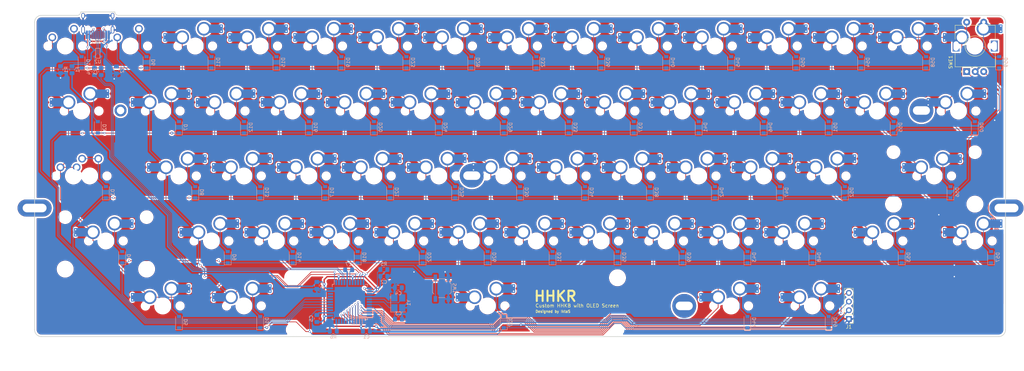
<source format=kicad_pcb>
(kicad_pcb (version 20171130) (host pcbnew "(5.1.6)-1")
  (layers (0 F.Cu signal) (31 B.Cu signal) (34 B.Paste user) (35 F.Paste user) (36 B.SilkS user) (37 F.SilkS user) (38 B.Mask user) (39 F.Mask user) (44 Edge.Cuts user))
  (net 0 "")
  (net 1 ROW0)
  (net 2 "Net-(D1-Pad2)")
  (net 3 ROW1)
  (net 4 "Net-(D2-Pad2)")
  (net 5 ROW2)
  (net 6 "Net-(D3-Pad2)")
  (net 7 ROW3)
  (net 8 "Net-(D4-Pad2)")
  (net 9 ROW4)
  (net 10 "Net-(D5-Pad2)")
  (net 11 "Net-(D6-Pad2)")
  (net 12 "Net-(D7-Pad2)")
  (net 13 "Net-(D8-Pad2)")
  (net 14 "Net-(D9-Pad2)")
  (net 15 "Net-(D10-Pad2)")
  (net 16 "Net-(D11-Pad2)")
  (net 17 "Net-(D12-Pad2)")
  (net 18 "Net-(D13-Pad2)")
  (net 19 "Net-(D14-Pad2)")
  (net 20 "Net-(D15-Pad2)")
  (net 21 "Net-(D16-Pad2)")
  (net 22 "Net-(D17-Pad2)")
  (net 23 "Net-(D18-Pad2)")
  (net 24 "Net-(D19-Pad2)")
  (net 25 "Net-(D20-Pad2)")
  (net 26 "Net-(D21-Pad2)")
  (net 27 "Net-(D22-Pad2)")
  (net 28 "Net-(D23-Pad2)")
  (net 29 "Net-(D24-Pad2)")
  (net 30 "Net-(D25-Pad2)")
  (net 31 "Net-(D26-Pad2)")
  (net 32 "Net-(D27-Pad2)")
  (net 33 "Net-(D28-Pad2)")
  (net 34 "Net-(D29-Pad2)")
  (net 35 "Net-(D30-Pad2)")
  (net 36 "Net-(D31-Pad2)")
  (net 37 "Net-(D32-Pad2)")
  (net 38 "Net-(D33-Pad2)")
  (net 39 "Net-(D34-Pad2)")
  (net 40 "Net-(D35-Pad2)")
  (net 41 "Net-(D36-Pad2)")
  (net 42 "Net-(D37-Pad2)")
  (net 43 "Net-(D38-Pad2)")
  (net 44 "Net-(D39-Pad2)")
  (net 45 "Net-(D40-Pad2)")
  (net 46 "Net-(D41-Pad2)")
  (net 47 "Net-(D42-Pad2)")
  (net 48 "Net-(D43-Pad2)")
  (net 49 "Net-(D44-Pad2)")
  (net 50 "Net-(D45-Pad2)")
  (net 51 "Net-(D46-Pad2)")
  (net 52 "Net-(D47-Pad2)")
  (net 53 "Net-(D48-Pad2)")
  (net 54 "Net-(D49-Pad2)")
  (net 55 "Net-(D50-Pad2)")
  (net 56 "Net-(D51-Pad2)")
  (net 57 "Net-(D52-Pad2)")
  (net 58 "Net-(D53-Pad2)")
  (net 59 "Net-(D54-Pad2)")
  (net 60 "Net-(D55-Pad2)")
  (net 61 "Net-(D56-Pad2)")
  (net 62 "Net-(D57-Pad2)")
  (net 63 "Net-(D60-Pad2)")
  (net 64 COL0)
  (net 65 COL1)
  (net 66 COL2)
  (net 67 COL3)
  (net 68 COL4)
  (net 69 COL5)
  (net 70 COL6)
  (net 71 COL7)
  (net 72 COL8)
  (net 73 COL9)
  (net 74 COL10)
  (net 75 COL11)
  (net 76 GND)
  (net 77 +5V)
  (net 78 "Net-(C3-Pad2)")
  (net 79 "Net-(C4-Pad2)")
  (net 80 "Net-(C7-Pad1)")
  (net 81 SDA)
  (net 82 SCL)
  (net 83 "Net-(R1-Pad2)")
  (net 84 "Net-(R2-Pad2)")
  (net 85 D+)
  (net 86 D-)
  (net 87 "Net-(R5-Pad2)")
  (net 88 "Net-(R6-Pad2)")
  (net 89 ENCA)
  (net 90 ENCB)
  (net 91 "Net-(U1-Pad42)")
  (net 92 "Net-(U1-Pad41)")
  (net 93 "Net-(U1-Pad32)")
  (net 94 "Net-(USB1-Pad3)")
  (net 95 "Net-(USB1-Pad9)")
  (net 96 COL12)
  (net 97 COL13)
  (net 98 SWE1)
  (net 99 "Net-(D58-Pad2)")
  (net 100 VCC)
  (module MX_Only:MXOnly-1U-Hotswap-Antishear (layer F.Cu) (at 280.9875 -76.2)
    (fp_text reference MX60)
    (fp_text value MX-NoLED)
    (pad 2 smd rect (at 5.842 -5.08) (size 4.5 2.5) (layers B.Cu) (net 63 "Net-(D60-Pad2)"))
    (pad 1 smd rect (at -7.085 -2.54) (size 4.5 2.5) (layers B.Cu) (net 97 COL13))
    (pad 2 thru_hole circle (at 7.62 -4.318) (size 0.8 0.8) (drill 0.4) (layers *.Cu) (net 63 "Net-(D60-Pad2)"))
    (pad 1 thru_hole circle (at -8.89 -1.778) (size 0.8 0.8) (drill 0.4) (layers *.Cu) (net 97 COL13))
    (pad 2 thru_hole circle (at 7.62 -5.842) (size 0.8 0.8) (drill 0.4) (layers *.Cu) (net 63 "Net-(D60-Pad2)"))
    (pad 1 thru_hole circle (at -8.89 -3.302) (size 0.8 0.8) (drill 0.4) (layers *.Cu) (net 97 COL13))
    (pad "" np_thru_hole circle (at 5.08 0 48.0996) (size 1.75 1.75) (drill 1.75) (layers *.Cu *.Mask))
    (pad "" np_thru_hole circle (at -5.08 0 48.0996) (size 1.75 1.75) (drill 1.75) (layers *.Cu *.Mask))
    (pad 1 thru_hole circle (at -3.81 -2.54) (size 4 4) (drill 3) (layers *.Cu) (net 97 COL13))
    (pad "" np_thru_hole circle (at 0 0) (size 3.9878 3.9878) (drill 3.9878) (layers *.Cu *.Mask))
    (pad 2 thru_hole circle (at 2.54 -5.08) (size 4 4) (drill 3) (layers *.Cu) (net 63 "Net-(D60-Pad2)"))
  )
  (module MX_Only:MXOnly-1U-Hotswap-Antishear (layer F.Cu) (at 147.6375 -57.15)
    (fp_text reference MX30)
    (fp_text value MX-NoLED)
    (pad 2 smd rect (at 5.842 -5.08) (size 4.5 2.5) (layers B.Cu) (net 35 "Net-(D30-Pad2)"))
    (pad 1 smd rect (at -7.085 -2.54) (size 4.5 2.5) (layers B.Cu) (net 70 COL6))
    (pad 2 thru_hole circle (at 7.62 -4.318) (size 0.8 0.8) (drill 0.4) (layers *.Cu) (net 35 "Net-(D30-Pad2)"))
    (pad 1 thru_hole circle (at -8.89 -1.778) (size 0.8 0.8) (drill 0.4) (layers *.Cu) (net 70 COL6))
    (pad 2 thru_hole circle (at 7.62 -5.842) (size 0.8 0.8) (drill 0.4) (layers *.Cu) (net 35 "Net-(D30-Pad2)"))
    (pad 1 thru_hole circle (at -8.89 -3.302) (size 0.8 0.8) (drill 0.4) (layers *.Cu) (net 70 COL6))
    (pad "" np_thru_hole circle (at 5.08 0 48.0996) (size 1.75 1.75) (drill 1.75) (layers *.Cu *.Mask))
    (pad "" np_thru_hole circle (at -5.08 0 48.0996) (size 1.75 1.75) (drill 1.75) (layers *.Cu *.Mask))
    (pad 1 thru_hole circle (at -3.81 -2.54) (size 4 4) (drill 3) (layers *.Cu) (net 70 COL6))
    (pad "" np_thru_hole circle (at 0 0) (size 3.9878 3.9878) (drill 3.9878) (layers *.Cu *.Mask))
    (pad 2 thru_hole circle (at 2.54 -5.08) (size 4 4) (drill 3) (layers *.Cu) (net 35 "Net-(D30-Pad2)"))
  )
  (module random-keyboard-parts:HoleM2Wide (layer F.Cu) (at 138.25 -57.25)
    (fp_text reference H6 (at 0 0.5) (layer F.SilkS))
    (fp_text value MountingHole)
    (pad 1 thru_hole circle (at 0 0) (size 7.00024 7.00024) (drill oval 5.00126 2.49936) (layers *.Cu *.Mask))
  )
  (module random-keyboard-parts:HoleM2Wide (layer F.Cu) (at 200.55 -19.05)
    (fp_text reference H5 (at 0 0.5) (layer F.SilkS))
    (fp_text value MountingHole)
    (pad 1 thru_hole circle (at 0 0) (size 7.00024 7.00024) (drill oval 5.00126 2.49936) (layers *.Cu *.Mask))
  )
  (module random-keyboard-parts:HoleM2Wide (layer F.Cu) (at 270.1 -76.35)
    (fp_text reference H4 (at 0 0.5) (layer F.SilkS))
    (fp_text value MountingHole)
    (pad 1 thru_hole circle (at 0 0) (size 7.00024 7.00024) (drill oval 5.00126 2.49936) (layers *.Cu *.Mask))
  )
  (module random-keyboard-parts:HoleVeryWideM2 (layer F.Cu) (at 295.05 -47.75)
    (fp_text reference H3 (at 0 0.5) (layer F.SilkS))
    (fp_text value MountingHole)
    (pad 1 thru_hole oval (at 0 0) (size 9.99998 5.00126) (drill oval 7.00024 2.49936) (layers *.Cu *.Mask))
  )
  (module random-keyboard-parts:HoleVeryWideM2 (layer F.Cu) (at 10.05 -47.75)
    (fp_text reference H2 (at 0 0.5) (layer F.SilkS))
    (fp_text value MountingHole)
    (pad 1 thru_hole oval (at 0 0) (size 9.99998 5.00126) (drill oval 7.00024 2.49936) (layers *.Cu *.Mask))
  )
  (module random-keyboard-parts:Generic-Mounthole (layer F.Cu) (at 35.25 -76.35)
    (fp_text reference H1)
    (fp_text value MountingHole)
    (pad 1 thru_hole circle (at 0 0) (size 3.5 3.5) (drill 2.2) (layers *.Cu *.Mask))
  )
  (module MX_Only:MXOnly-6U-ReversedStabilizers-NoLED-HotSwap-AntiShear (layer F.Cu) (at 133.35 -19.05)
    (fp_text reference MX27)
    (fp_text value MX-NoLED)
    (pad 2 thru_hole circle (at 17.145 -5.842) (size 0.8 0.8) (drill 0.4) (layers *.Cu) (net 32 "Net-(D27-Pad2)"))
    (pad 2 thru_hole circle (at 17.145 -4.318) (size 0.8 0.8) (drill 0.4) (layers *.Cu) (net 32 "Net-(D27-Pad2)"))
    (pad "" np_thru_hole circle (at 4.445 0 48.0996) (size 1.75 1.75) (drill 1.75) (layers *.Cu *.Mask))
    (pad 2 smd rect (at 15.367 -5.08) (size 4.5 2.5) (layers B.Cu) (net 32 "Net-(D27-Pad2)"))
    (pad 1 thru_hole circle (at 0.635 -1.778) (size 0.8 0.8) (drill 0.4) (layers *.Cu) (net 69 COL5))
    (pad "" np_thru_hole circle (at 14.605 0 48.0996) (size 1.75 1.75) (drill 1.75) (layers *.Cu *.Mask))
    (pad 2 thru_hole circle (at 12.065 -5.08) (size 4 4) (drill 3) (layers *.Cu) (net 32 "Net-(D27-Pad2)"))
    (pad 1 thru_hole circle (at 5.715 -2.54) (size 4 4) (drill 3) (layers *.Cu) (net 69 COL5))
    (pad "" np_thru_hole circle (at 9.525 0) (size 3.9878 3.9878) (drill 3.9878) (layers *.Cu *.Mask))
    (pad 1 smd rect (at 2.44 -2.54) (size 4.5 2.5) (layers B.Cu) (net 69 COL5))
    (pad 1 thru_hole circle (at 0.635 -3.302) (size 0.8 0.8) (drill 0.4) (layers *.Cu) (net 69 COL5))
    (pad "" np_thru_hole circle (at -47.625 6.985) (size 3.048 3.048) (drill 3.048) (layers *.Cu *.Mask))
    (pad "" np_thru_hole circle (at 47.625 6.985) (size 3.048 3.048) (drill 3.048) (layers *.Cu *.Mask))
    (pad "" np_thru_hole circle (at -47.625 -8.255) (size 3.9878 3.9878) (drill 3.9878) (layers *.Cu *.Mask))
    (pad "" np_thru_hole circle (at 47.625 -8.255) (size 3.9878 3.9878) (drill 3.9878) (layers *.Cu *.Mask))
  )
  (module MX_Only:MXOnly-1U-Hotswap-Antishear (layer F.Cu) (at 119.0625 -38.1)
    (fp_text reference MX22)
    (fp_text value MX-NoLED)
    (pad 2 smd rect (at 5.842 -5.08) (size 4.5 2.5) (layers B.Cu) (net 27 "Net-(D22-Pad2)"))
    (pad 1 smd rect (at -7.085 -2.54) (size 4.5 2.5) (layers B.Cu) (net 68 COL4))
    (pad 2 thru_hole circle (at 7.62 -4.318) (size 0.8 0.8) (drill 0.4) (layers *.Cu) (net 27 "Net-(D22-Pad2)"))
    (pad 1 thru_hole circle (at -8.89 -1.778) (size 0.8 0.8) (drill 0.4) (layers *.Cu) (net 68 COL4))
    (pad 2 thru_hole circle (at 7.62 -5.842) (size 0.8 0.8) (drill 0.4) (layers *.Cu) (net 27 "Net-(D22-Pad2)"))
    (pad 1 thru_hole circle (at -8.89 -3.302) (size 0.8 0.8) (drill 0.4) (layers *.Cu) (net 68 COL4))
    (pad "" np_thru_hole circle (at 5.08 0 48.0996) (size 1.75 1.75) (drill 1.75) (layers *.Cu *.Mask))
    (pad "" np_thru_hole circle (at -5.08 0 48.0996) (size 1.75 1.75) (drill 1.75) (layers *.Cu *.Mask))
    (pad 1 thru_hole circle (at -3.81 -2.54) (size 4 4) (drill 3) (layers *.Cu) (net 68 COL4))
    (pad "" np_thru_hole circle (at 0 0) (size 3.9878 3.9878) (drill 3.9878) (layers *.Cu *.Mask))
    (pad 2 thru_hole circle (at 2.54 -5.08) (size 4 4) (drill 3) (layers *.Cu) (net 27 "Net-(D22-Pad2)"))
  )
  (module Resistor_SMD:R_0805_2012Metric_Pad1.15x1.40mm_HandSolder (layer B.Cu) (at 112.46 -29.71 180)
    (fp_text reference R5 (at 0 1.65) (layer B.SilkS) (effects (justify mirror)))
    (fp_text value 10k)
    (pad 2 smd roundrect (at 1.025 0 180) (size 1.15 1.4) (layers B.Cu B.Paste B.Mask) (roundrect_rratio 0.217391) (net 87 "Net-(R5-Pad2)"))
    (pad 1 smd roundrect (at -1.025 0 180) (size 1.15 1.4) (layers B.Cu B.Paste B.Mask) (roundrect_rratio 0.217391) (net 77 +5V))
  )
  (module Capacitor_SMD:C_0805_2012Metric_Pad1.15x1.40mm_HandSolder (layer B.Cu) (at 112.46 -27.72)
    (fp_text reference C2 (at 0 1.65) (layer B.SilkS) (effects (justify mirror)))
    (fp_text value 0.1uF)
    (pad 2 smd roundrect (at 1.025 0) (size 1.15 1.4) (layers B.Cu B.Paste B.Mask) (roundrect_rratio 0.217391) (net 76 GND))
    (pad 1 smd roundrect (at -1.025 0) (size 1.15 1.4) (layers B.Cu B.Paste B.Mask) (roundrect_rratio 0.217391) (net 77 +5V))
  )
  (module Capacitor_SMD:C_0805_2012Metric_Pad1.15x1.40mm_HandSolder (layer B.Cu) (at 116.69625 -24.3975)
    (fp_text reference C4 (at 0 1.65) (layer B.SilkS) (effects (justify mirror)))
    (fp_text value 22pF)
    (pad 2 smd roundrect (at 1.025 0) (size 1.15 1.4) (layers B.Cu B.Paste B.Mask) (roundrect_rratio 0.217391) (net 79 "Net-(C4-Pad2)"))
    (pad 1 smd roundrect (at -1.025 0) (size 1.15 1.4) (layers B.Cu B.Paste B.Mask) (roundrect_rratio 0.217391) (net 76 GND))
  )
  (module Crystal:Crystal_SMD_3225-4Pin_3.2x2.5mm_HandSoldering (layer B.Cu) (at 116.70125 -19.9575 90)
    (fp_text reference Y1 (at 0 3.05 90) (layer B.SilkS) (effects (justify mirror)))
    (fp_text value 16MHz)
    (pad 4 smd rect (at -1.45 1.15 90) (size 2.1 1.8) (layers B.Cu B.Paste B.Mask) (net 76 GND))
    (pad 3 smd rect (at 1.45 1.15 90) (size 2.1 1.8) (layers B.Cu B.Paste B.Mask) (net 79 "Net-(C4-Pad2)"))
    (pad 2 smd rect (at 1.45 -1.15 90) (size 2.1 1.8) (layers B.Cu B.Paste B.Mask) (net 76 GND))
    (pad 1 smd rect (at -1.45 -1.15 90) (size 2.1 1.8) (layers B.Cu B.Paste B.Mask) (net 78 "Net-(C3-Pad2)"))
  )
  (module Button_Switch_SMD:SW_SPST_TL3342 (layer B.Cu) (at 129.47 -24.24 90)
    (fp_text reference SW1 (at 0 3.75 90) (layer B.SilkS) (effects (justify mirror)))
    (fp_text value SW_Push)
    (pad 2 smd rect (at 3.15 -1.9 90) (size 1.7 1) (layers B.Cu B.Paste B.Mask) (net 87 "Net-(R5-Pad2)"))
    (pad 2 smd rect (at -3.15 -1.9 90) (size 1.7 1) (layers B.Cu B.Paste B.Mask) (net 87 "Net-(R5-Pad2)"))
    (pad 1 smd rect (at 3.15 1.9 90) (size 1.7 1) (layers B.Cu B.Paste B.Mask) (net 76 GND))
    (pad 1 smd rect (at -3.15 1.9 90) (size 1.7 1) (layers B.Cu B.Paste B.Mask) (net 76 GND))
  )
  (module Resistor_SMD:R_0805_2012Metric_Pad1.15x1.40mm_HandSolder (layer B.Cu) (at 97.64 -11.63)
    (fp_text reference R6 (at 0 1.65) (layer B.SilkS) (effects (justify mirror)))
    (fp_text value 10k)
    (pad 2 smd roundrect (at 1.025 0) (size 1.15 1.4) (layers B.Cu B.Paste B.Mask) (roundrect_rratio 0.217391) (net 88 "Net-(R6-Pad2)"))
    (pad 1 smd roundrect (at -1.025 0) (size 1.15 1.4) (layers B.Cu B.Paste B.Mask) (roundrect_rratio 0.217391) (net 76 GND))
  )
  (module Capacitor_SMD:C_0805_2012Metric_Pad1.15x1.40mm_HandSolder (layer B.Cu) (at 107.35 -11.64)
    (fp_text reference C1 (at 0 1.65) (layer B.SilkS) (effects (justify mirror)))
    (fp_text value 0.1uF)
    (pad 2 smd roundrect (at 1.025 0) (size 1.15 1.4) (layers B.Cu B.Paste B.Mask) (roundrect_rratio 0.217391) (net 76 GND))
    (pad 1 smd roundrect (at -1.025 0) (size 1.15 1.4) (layers B.Cu B.Paste B.Mask) (roundrect_rratio 0.217391) (net 77 +5V))
  )
  (module Capacitor_SMD:C_0805_2012Metric_Pad1.15x1.40mm_HandSolder (layer B.Cu) (at 102.15 -29.62 180)
    (fp_text reference C7 (at 0 1.65) (layer B.SilkS) (effects (justify mirror)))
    (fp_text value 1uF)
    (pad 2 smd roundrect (at 1.025 0 180) (size 1.15 1.4) (layers B.Cu B.Paste B.Mask) (roundrect_rratio 0.217391) (net 76 GND))
    (pad 1 smd roundrect (at -1.025 0 180) (size 1.15 1.4) (layers B.Cu B.Paste B.Mask) (roundrect_rratio 0.217391) (net 80 "Net-(C7-Pad1)"))
  )
  (module Capacitor_SMD:C_0805_2012Metric_Pad1.15x1.40mm_HandSolder (layer B.Cu) (at 92.81 -25.05 90)
    (fp_text reference C6 (at 0 1.65 90) (layer B.SilkS) (effects (justify mirror)))
    (fp_text value 10uF)
    (pad 2 smd roundrect (at 1.025 0 90) (size 1.15 1.4) (layers B.Cu B.Paste B.Mask) (roundrect_rratio 0.217391) (net 77 +5V))
    (pad 1 smd roundrect (at -1.025 0 90) (size 1.15 1.4) (layers B.Cu B.Paste B.Mask) (roundrect_rratio 0.217391) (net 76 GND))
  )
  (module Capacitor_SMD:C_0805_2012Metric_Pad1.15x1.40mm_HandSolder (layer B.Cu) (at 92.81 -15.36 270)
    (fp_text reference C5 (at 0 1.65 90) (layer B.SilkS) (effects (justify mirror)))
    (fp_text value 0.1uF)
    (pad 2 smd roundrect (at 1.025 0 270) (size 1.15 1.4) (layers B.Cu B.Paste B.Mask) (roundrect_rratio 0.217391) (net 77 +5V))
    (pad 1 smd roundrect (at -1.025 0 270) (size 1.15 1.4) (layers B.Cu B.Paste B.Mask) (roundrect_rratio 0.217391) (net 76 GND))
  )
  (module Capacitor_SMD:C_0805_2012Metric_Pad1.15x1.40mm_HandSolder (layer B.Cu) (at 116.73125 -15.1875 180)
    (fp_text reference C3 (at 0 1.65) (layer B.SilkS) (effects (justify mirror)))
    (fp_text value 22pF)
    (pad 2 smd roundrect (at 1.025 0 180) (size 1.15 1.4) (layers B.Cu B.Paste B.Mask) (roundrect_rratio 0.217391) (net 78 "Net-(C3-Pad2)"))
    (pad 1 smd roundrect (at -1.025 0 180) (size 1.15 1.4) (layers B.Cu B.Paste B.Mask) (roundrect_rratio 0.217391) (net 76 GND))
  )
  (module Resistor_SMD:R_0805_2012Metric_Pad1.15x1.40mm_HandSolder (layer B.Cu) (at 17.65 -88.325 90)
    (fp_text reference R1 (at 0 1.65 90) (layer B.SilkS) (effects (justify mirror)))
    (fp_text value 5.1k)
    (pad 2 smd roundrect (at 1.025 0 90) (size 1.15 1.4) (layers B.Cu B.Paste B.Mask) (roundrect_rratio 0.217391) (net 83 "Net-(R1-Pad2)"))
    (pad 1 smd roundrect (at -1.025 0 90) (size 1.15 1.4) (layers B.Cu B.Paste B.Mask) (roundrect_rratio 0.217391) (net 76 GND))
  )
  (module random-keyboard-parts:SOT143B (layer B.Cu) (at 28.57 -93.13 180)
    (fp_text reference U2 (at 0 -2.45) (layer B.SilkS) (effects (justify mirror)))
    (fp_text value PRTR5V0U2X)
    (pad 1 smd rect (at -1 0.75 270) (size 1 0.7) (layers B.Cu B.Paste B.Mask) (net 76 GND))
    (pad 4 smd rect (at 1 0.95 270) (size 0.6 0.7) (layers B.Cu B.Paste B.Mask) (net 100 VCC))
    (pad 2 smd rect (at -1 -0.95 270) (size 0.6 0.7) (layers B.Cu B.Paste B.Mask) (net 85 D+))
    (pad 3 smd rect (at 1 -0.95 270) (size 0.6 0.7) (layers B.Cu B.Paste B.Mask) (net 86 D-))
  )
  (module Fuse:Fuse_0805_2012Metric_Pad1.15x1.40mm_HandSolder (layer B.Cu) (at 21.03 -88.32 90)
    (fp_text reference F1 (at 0 1.65 90) (layer B.SilkS) (effects (justify mirror)))
    (fp_text value 500mA)
    (pad 2 smd roundrect (at 1.025 0 90) (size 1.15 1.4) (layers B.Cu B.Paste B.Mask) (roundrect_rratio 0.217391) (net 100 VCC))
    (pad 1 smd roundrect (at -1.025 0 90) (size 1.15 1.4) (layers B.Cu B.Paste B.Mask) (roundrect_rratio 0.217391) (net 77 +5V))
  )
  (module MX_Only:MXOnly-1U-NoLED (layer F.Cu) (at 21.43125 -57.15)
    (fp_text reference MX61)
    (fp_text value MX-NoLED)
    (pad 2 thru_hole circle (at 2.54 -5.08) (size 2.25 2.25) (drill 1.47) (layers *.Cu B.Mask) (net 6 "Net-(D3-Pad2)"))
    (pad "" np_thru_hole circle (at 0 0) (size 3.9878 3.9878) (drill 3.9878) (layers *.Cu *.Mask))
    (pad 1 thru_hole circle (at -3.81 -2.54) (size 2.25 2.25) (drill 1.47) (layers *.Cu B.Mask) (net 64 COL0))
    (pad "" np_thru_hole circle (at -5.08 0 48.0996) (size 1.75 1.75) (drill 1.75) (layers *.Cu *.Mask))
    (pad "" np_thru_hole circle (at 5.08 0 48.0996) (size 1.75 1.75) (drill 1.75) (layers *.Cu *.Mask))
  )
  (module MX_Only:MXOnly-1U-NoLED (layer F.Cu) (at 26.19375 -57.15)
    (fp_text reference MX3)
    (fp_text value MX-NoLED)
    (pad 2 thru_hole circle (at 2.54 -5.08) (size 2.25 2.25) (drill 1.47) (layers *.Cu B.Mask) (net 6 "Net-(D3-Pad2)"))
    (pad "" np_thru_hole circle (at 0 0) (size 3.9878 3.9878) (drill 3.9878) (layers *.Cu *.Mask))
    (pad 1 thru_hole circle (at -3.81 -2.54) (size 2.25 2.25) (drill 1.47) (layers *.Cu B.Mask) (net 64 COL0))
    (pad "" np_thru_hole circle (at -5.08 0 48.0996) (size 1.75 1.75) (drill 1.75) (layers *.Cu *.Mask))
    (pad "" np_thru_hole circle (at 5.08 0 48.0996) (size 1.75 1.75) (drill 1.75) (layers *.Cu *.Mask))
  )
  (module MX_Only:MXOnly-2.25U-Hotswap-AntiShear (layer F.Cu) (at 30.95625 -38.1)
    (fp_text reference MX4)
    (fp_text value MX-NoLED)
    (pad 1 smd rect (at -7.085 -2.54) (size 4.5 2.5) (layers B.Cu) (net 64 COL0))
    (pad "" np_thru_hole circle (at -5.08 0 48.0996) (size 1.75 1.75) (drill 1.75) (layers *.Cu *.Mask))
    (pad 2 thru_hole circle (at 2.54 -5.08) (size 4 4) (drill 3) (layers *.Cu) (net 8 "Net-(D4-Pad2)"))
    (pad "" np_thru_hole circle (at 0 0) (size 3.9878 3.9878) (drill 3.9878) (layers *.Cu *.Mask))
    (pad "" np_thru_hole circle (at 5.08 0 48.0996) (size 1.75 1.75) (drill 1.75) (layers *.Cu *.Mask))
    (pad 1 thru_hole circle (at -8.89 -3.302) (size 0.8 0.8) (drill 0.4) (layers *.Cu) (net 64 COL0))
    (pad 1 thru_hole circle (at -8.89 -1.778) (size 0.8 0.8) (drill 0.4) (layers *.Cu) (net 64 COL0))
    (pad 1 thru_hole circle (at -3.81 -2.54) (size 4 4) (drill 3) (layers *.Cu) (net 64 COL0))
    (pad 2 thru_hole circle (at 7.62 -5.842) (size 0.8 0.8) (drill 0.4) (layers *.Cu) (net 8 "Net-(D4-Pad2)"))
    (pad 2 smd rect (at 5.842 -5.08) (size 4.5 2.5) (layers B.Cu) (net 8 "Net-(D4-Pad2)"))
    (pad 2 thru_hole circle (at 7.62 -4.318) (size 0.8 0.8) (drill 0.4) (layers *.Cu) (net 8 "Net-(D4-Pad2)"))
    (pad "" np_thru_hole circle (at -11.938 8.255) (size 3.9878 3.9878) (drill 3.9878) (layers *.Cu *.Mask))
    (pad "" np_thru_hole circle (at 11.938 8.255) (size 3.9878 3.9878) (drill 3.9878) (layers *.Cu *.Mask))
    (pad "" np_thru_hole circle (at -11.938 -6.985) (size 3.048 3.048) (drill 3.048) (layers *.Cu *.Mask))
    (pad "" np_thru_hole circle (at 11.938 -6.985) (size 3.048 3.048) (drill 3.048) (layers *.Cu *.Mask))
  )
  (module MX_Only:MXOnly-2.25U-Hotswap-AntiShear (layer F.Cu) (at 273.84375 -57.15)
    (fp_text reference MX56)
    (fp_text value MX-NoLED)
    (pad 1 smd rect (at -7.085 -2.54) (size 4.5 2.5) (layers B.Cu) (net 96 COL12))
    (pad "" np_thru_hole circle (at -5.08 0 48.0996) (size 1.75 1.75) (drill 1.75) (layers *.Cu *.Mask))
    (pad 2 thru_hole circle (at 2.54 -5.08) (size 4 4) (drill 3) (layers *.Cu) (net 61 "Net-(D56-Pad2)"))
    (pad "" np_thru_hole circle (at 0 0) (size 3.9878 3.9878) (drill 3.9878) (layers *.Cu *.Mask))
    (pad "" np_thru_hole circle (at 5.08 0 48.0996) (size 1.75 1.75) (drill 1.75) (layers *.Cu *.Mask))
    (pad 1 thru_hole circle (at -8.89 -3.302) (size 0.8 0.8) (drill 0.4) (layers *.Cu) (net 96 COL12))
    (pad 1 thru_hole circle (at -8.89 -1.778) (size 0.8 0.8) (drill 0.4) (layers *.Cu) (net 96 COL12))
    (pad 1 thru_hole circle (at -3.81 -2.54) (size 4 4) (drill 3) (layers *.Cu) (net 96 COL12))
    (pad 2 thru_hole circle (at 7.62 -5.842) (size 0.8 0.8) (drill 0.4) (layers *.Cu) (net 61 "Net-(D56-Pad2)"))
    (pad 2 smd rect (at 5.842 -5.08) (size 4.5 2.5) (layers B.Cu) (net 61 "Net-(D56-Pad2)"))
    (pad 2 thru_hole circle (at 7.62 -4.318) (size 0.8 0.8) (drill 0.4) (layers *.Cu) (net 61 "Net-(D56-Pad2)"))
    (pad "" np_thru_hole circle (at -11.938 8.255) (size 3.9878 3.9878) (drill 3.9878) (layers *.Cu *.Mask))
    (pad "" np_thru_hole circle (at 11.938 8.255) (size 3.9878 3.9878) (drill 3.9878) (layers *.Cu *.Mask))
    (pad "" np_thru_hole circle (at -11.938 -6.985) (size 3.048 3.048) (drill 3.048) (layers *.Cu *.Mask))
    (pad "" np_thru_hole circle (at 11.938 -6.985) (size 3.048 3.048) (drill 3.048) (layers *.Cu *.Mask))
  )
  (module MX_Only:MXOnly-1U-NoLED (layer F.Cu) (at 38.1 -95.25)
    (fp_text reference MX6)
    (fp_text value MX-NoLED)
    (pad 2 thru_hole circle (at 2.54 -5.08) (size 2.25 2.25) (drill 1.47) (layers *.Cu B.Mask) (net 11 "Net-(D6-Pad2)"))
    (pad "" np_thru_hole circle (at 0 0) (size 3.9878 3.9878) (drill 3.9878) (layers *.Cu *.Mask))
    (pad 1 thru_hole circle (at -3.81 -2.54) (size 2.25 2.25) (drill 1.47) (layers *.Cu B.Mask) (net 65 COL1))
    (pad "" np_thru_hole circle (at -5.08 0 48.0996) (size 1.75 1.75) (drill 1.75) (layers *.Cu *.Mask))
    (pad "" np_thru_hole circle (at 5.08 0 48.0996) (size 1.75 1.75) (drill 1.75) (layers *.Cu *.Mask))
  )
  (module MX_Only:MXOnly-1U-NoLED (layer F.Cu) (at 19.05 -95.25)
    (fp_text reference MX1)
    (fp_text value MX-NoLED)
    (pad 2 thru_hole circle (at 2.54 -5.08) (size 2.25 2.25) (drill 1.47) (layers *.Cu B.Mask) (net 2 "Net-(D1-Pad2)"))
    (pad "" np_thru_hole circle (at 0 0) (size 3.9878 3.9878) (drill 3.9878) (layers *.Cu *.Mask))
    (pad 1 thru_hole circle (at -3.81 -2.54) (size 2.25 2.25) (drill 1.47) (layers *.Cu B.Mask) (net 64 COL0))
    (pad "" np_thru_hole circle (at -5.08 0 48.0996) (size 1.75 1.75) (drill 1.75) (layers *.Cu *.Mask))
    (pad "" np_thru_hole circle (at 5.08 0 48.0996) (size 1.75 1.75) (drill 1.75) (layers *.Cu *.Mask))
  )
  (module MX_Only:MXOnly-1U-Hotswap-Antishear (layer F.Cu) (at 100.0125 -38.1)
    (fp_text reference MX18)
    (fp_text value MX-NoLED)
    (pad 2 smd rect (at 5.842 -5.08) (size 4.5 2.5) (layers B.Cu) (net 23 "Net-(D18-Pad2)"))
    (pad 1 smd rect (at -7.085 -2.54) (size 4.5 2.5) (layers B.Cu) (net 67 COL3))
    (pad 2 thru_hole circle (at 7.62 -4.318) (size 0.8 0.8) (drill 0.4) (layers *.Cu) (net 23 "Net-(D18-Pad2)"))
    (pad 1 thru_hole circle (at -8.89 -1.778) (size 0.8 0.8) (drill 0.4) (layers *.Cu) (net 67 COL3))
    (pad 2 thru_hole circle (at 7.62 -5.842) (size 0.8 0.8) (drill 0.4) (layers *.Cu) (net 23 "Net-(D18-Pad2)"))
    (pad 1 thru_hole circle (at -8.89 -3.302) (size 0.8 0.8) (drill 0.4) (layers *.Cu) (net 67 COL3))
    (pad "" np_thru_hole circle (at 5.08 0 48.0996) (size 1.75 1.75) (drill 1.75) (layers *.Cu *.Mask))
    (pad "" np_thru_hole circle (at -5.08 0 48.0996) (size 1.75 1.75) (drill 1.75) (layers *.Cu *.Mask))
    (pad 1 thru_hole circle (at -3.81 -2.54) (size 4 4) (drill 3) (layers *.Cu) (net 67 COL3))
    (pad "" np_thru_hole circle (at 0 0) (size 3.9878 3.9878) (drill 3.9878) (layers *.Cu *.Mask))
    (pad 2 thru_hole circle (at 2.54 -5.08) (size 4 4) (drill 3) (layers *.Cu) (net 23 "Net-(D18-Pad2)"))
  )
  (module MX_Only:MXOnly-1U-Hotswap-Antishear (layer F.Cu) (at 90.4875 -57.15)
    (fp_text reference MX17)
    (fp_text value MX-NoLED)
    (pad 2 smd rect (at 5.842 -5.08) (size 4.5 2.5) (layers B.Cu) (net 22 "Net-(D17-Pad2)"))
    (pad 1 smd rect (at -7.085 -2.54) (size 4.5 2.5) (layers B.Cu) (net 67 COL3))
    (pad 2 thru_hole circle (at 7.62 -4.318) (size 0.8 0.8) (drill 0.4) (layers *.Cu) (net 22 "Net-(D17-Pad2)"))
    (pad 1 thru_hole circle (at -8.89 -1.778) (size 0.8 0.8) (drill 0.4) (layers *.Cu) (net 67 COL3))
    (pad 2 thru_hole circle (at 7.62 -5.842) (size 0.8 0.8) (drill 0.4) (layers *.Cu) (net 22 "Net-(D17-Pad2)"))
    (pad 1 thru_hole circle (at -8.89 -3.302) (size 0.8 0.8) (drill 0.4) (layers *.Cu) (net 67 COL3))
    (pad "" np_thru_hole circle (at 5.08 0 48.0996) (size 1.75 1.75) (drill 1.75) (layers *.Cu *.Mask))
    (pad "" np_thru_hole circle (at -5.08 0 48.0996) (size 1.75 1.75) (drill 1.75) (layers *.Cu *.Mask))
    (pad 1 thru_hole circle (at -3.81 -2.54) (size 4 4) (drill 3) (layers *.Cu) (net 67 COL3))
    (pad "" np_thru_hole circle (at 0 0) (size 3.9878 3.9878) (drill 3.9878) (layers *.Cu *.Mask))
    (pad 2 thru_hole circle (at 2.54 -5.08) (size 4 4) (drill 3) (layers *.Cu) (net 22 "Net-(D17-Pad2)"))
  )
  (module MX_Only:MXOnly-1U-Hotswap-Antishear (layer F.Cu) (at 85.725 -76.2)
    (fp_text reference MX16)
    (fp_text value MX-NoLED)
    (pad 2 smd rect (at 5.842 -5.08) (size 4.5 2.5) (layers B.Cu) (net 21 "Net-(D16-Pad2)"))
    (pad 1 smd rect (at -7.085 -2.54) (size 4.5 2.5) (layers B.Cu) (net 67 COL3))
    (pad 2 thru_hole circle (at 7.62 -4.318) (size 0.8 0.8) (drill 0.4) (layers *.Cu) (net 21 "Net-(D16-Pad2)"))
    (pad 1 thru_hole circle (at -8.89 -1.778) (size 0.8 0.8) (drill 0.4) (layers *.Cu) (net 67 COL3))
    (pad 2 thru_hole circle (at 7.62 -5.842) (size 0.8 0.8) (drill 0.4) (layers *.Cu) (net 21 "Net-(D16-Pad2)"))
    (pad 1 thru_hole circle (at -8.89 -3.302) (size 0.8 0.8) (drill 0.4) (layers *.Cu) (net 67 COL3))
    (pad "" np_thru_hole circle (at 5.08 0 48.0996) (size 1.75 1.75) (drill 1.75) (layers *.Cu *.Mask))
    (pad "" np_thru_hole circle (at -5.08 0 48.0996) (size 1.75 1.75) (drill 1.75) (layers *.Cu *.Mask))
    (pad 1 thru_hole circle (at -3.81 -2.54) (size 4 4) (drill 3) (layers *.Cu) (net 67 COL3))
    (pad "" np_thru_hole circle (at 0 0) (size 3.9878 3.9878) (drill 3.9878) (layers *.Cu *.Mask))
    (pad 2 thru_hole circle (at 2.54 -5.08) (size 4 4) (drill 3) (layers *.Cu) (net 21 "Net-(D16-Pad2)"))
  )
  (module random-keyboard-parts:D_SOD-123-Pretty (layer B.Cu) (at 90.4875 -71.4375 90)
    (fp_text reference D16 (at 0 2 270) (layer B.SilkS) (effects (justify mirror)))
    (fp_text value D_Small)
    (pad 1 smd rect (at -1.65 0 90) (size 0.9 1.2) (layers B.Cu B.Paste B.Mask) (net 3 ROW1))
    (pad 2 smd rect (at 1.65 0 90) (size 0.9 1.2) (layers B.Cu B.Paste B.Mask) (net 21 "Net-(D16-Pad2)"))
  )
  (module Type-C:HRO-TYPE-C-31-M-12-HandSoldering (layer B.Cu) (at 28.59 -106.755)
    (fp_text reference USB1 (at 0 10.2) (layer B.SilkS) (effects (justify mirror)))
    (fp_text value HRO-TYPE-C-31-M-12)
    (pad 12 smd rect (at 3.225 8.195) (size 0.6 2.45) (layers B.Cu B.Paste B.Mask) (net 76 GND))
    (pad 1 smd rect (at -3.225 8.195) (size 0.6 2.45) (layers B.Cu B.Paste B.Mask) (net 76 GND))
    (pad 11 smd rect (at 2.45 8.195) (size 0.6 2.45) (layers B.Cu B.Paste B.Mask) (net 100 VCC))
    (pad 2 smd rect (at -2.45 8.195) (size 0.6 2.45) (layers B.Cu B.Paste B.Mask) (net 100 VCC))
    (pad 3 smd rect (at -1.75 8.195) (size 0.3 2.45) (layers B.Cu B.Paste B.Mask) (net 94 "Net-(USB1-Pad3)"))
    (pad 10 smd rect (at 1.75 8.195) (size 0.3 2.45) (layers B.Cu B.Paste B.Mask) (net 84 "Net-(R2-Pad2)"))
    (pad 4 smd rect (at -1.25 8.195) (size 0.3 2.45) (layers B.Cu B.Paste B.Mask) (net 83 "Net-(R1-Pad2)"))
    (pad 9 smd rect (at 1.25 8.195) (size 0.3 2.45) (layers B.Cu B.Paste B.Mask) (net 95 "Net-(USB1-Pad9)"))
    (pad 5 smd rect (at -0.75 8.195) (size 0.3 2.45) (layers B.Cu B.Paste B.Mask) (net 86 D-))
    (pad 8 smd rect (at 0.75 8.195) (size 0.3 2.45) (layers B.Cu B.Paste B.Mask) (net 85 D+))
    (pad 7 smd rect (at 0.25 8.195) (size 0.3 2.45) (layers B.Cu B.Paste B.Mask) (net 86 D-))
    (pad 6 smd rect (at -0.25 8.195) (size 0.3 2.45) (layers B.Cu B.Paste B.Mask) (net 85 D+))
    (pad "" np_thru_hole circle (at 2.89 6.25) (size 0.65 0.65) (drill 0.65) (layers *.Cu *.Mask))
    (pad "" np_thru_hole circle (at -2.89 6.25) (size 0.65 0.65) (drill 0.65) (layers *.Cu *.Mask))
    (pad 13 thru_hole oval (at -4.32 6.78) (size 1 2.1) (drill oval 0.6 1.7) (layers *.Cu F.Mask) (net 76 GND))
    (pad 13 thru_hole oval (at 4.32 6.78) (size 1 2.1) (drill oval 0.6 1.7) (layers *.Cu F.Mask) (net 76 GND))
    (pad 13 thru_hole oval (at -4.32 2.6) (size 1 1.6) (drill oval 0.6 1.2) (layers *.Cu F.Mask) (net 76 GND))
    (pad 13 thru_hole oval (at 4.32 2.6) (size 1 1.6) (drill oval 0.6 1.2) (layers *.Cu F.Mask) (net 76 GND))
  )
  (module Package_QFP:TQFP-44_10x10mm_P0.8mm (layer B.Cu) (at 102.5 -20.2 270)
    (fp_text reference U1 (at 0 7.45 90) (layer B.SilkS) (effects (justify mirror)))
    (fp_text value ATmega32U4-AU)
    (pad 44 smd rect (at -4 5.7 180) (size 1.5 0.55) (layers B.Cu B.Paste B.Mask) (net 77 +5V))
    (pad 43 smd rect (at -3.2 5.7 180) (size 1.5 0.55) (layers B.Cu B.Paste B.Mask) (net 76 GND))
    (pad 42 smd rect (at -2.4 5.7 180) (size 1.5 0.55) (layers B.Cu B.Paste B.Mask) (net 91 "Net-(U1-Pad42)"))
    (pad 41 smd rect (at -1.6 5.7 180) (size 1.5 0.55) (layers B.Cu B.Paste B.Mask) (net 92 "Net-(U1-Pad41)"))
    (pad 40 smd rect (at -0.8 5.7 180) (size 1.5 0.55) (layers B.Cu B.Paste B.Mask) (net 7 ROW3))
    (pad 39 smd rect (at 0 5.7 180) (size 1.5 0.55) (layers B.Cu B.Paste B.Mask) (net 5 ROW2))
    (pad 38 smd rect (at 0.8 5.7 180) (size 1.5 0.55) (layers B.Cu B.Paste B.Mask) (net 3 ROW1))
    (pad 37 smd rect (at 1.6 5.7 180) (size 1.5 0.55) (layers B.Cu B.Paste B.Mask) (net 1 ROW0))
    (pad 36 smd rect (at 2.4 5.7 180) (size 1.5 0.55) (layers B.Cu B.Paste B.Mask) (net 9 ROW4))
    (pad 35 smd rect (at 3.2 5.7 180) (size 1.5 0.55) (layers B.Cu B.Paste B.Mask) (net 76 GND))
    (pad 34 smd rect (at 4 5.7 180) (size 1.5 0.55) (layers B.Cu B.Paste B.Mask) (net 77 +5V))
    (pad 33 smd rect (at 5.7 4 270) (size 1.5 0.55) (layers B.Cu B.Paste B.Mask) (net 88 "Net-(R6-Pad2)"))
    (pad 32 smd rect (at 5.7 3.2 270) (size 1.5 0.55) (layers B.Cu B.Paste B.Mask) (net 93 "Net-(U1-Pad32)"))
    (pad 31 smd rect (at 5.7 2.4 270) (size 1.5 0.55) (layers B.Cu B.Paste B.Mask) (net 90 ENCB))
    (pad 30 smd rect (at 5.7 1.6 270) (size 1.5 0.55) (layers B.Cu B.Paste B.Mask) (net 89 ENCA))
    (pad 29 smd rect (at 5.7 0.8 270) (size 1.5 0.55) (layers B.Cu B.Paste B.Mask) (net 97 COL13))
    (pad 28 smd rect (at 5.7 0 270) (size 1.5 0.55) (layers B.Cu B.Paste B.Mask) (net 96 COL12))
    (pad 27 smd rect (at 5.7 -0.8 270) (size 1.5 0.55) (layers B.Cu B.Paste B.Mask) (net 75 COL11))
    (pad 26 smd rect (at 5.7 -1.6 270) (size 1.5 0.55) (layers B.Cu B.Paste B.Mask) (net 74 COL10))
    (pad 25 smd rect (at 5.7 -2.4 270) (size 1.5 0.55) (layers B.Cu B.Paste B.Mask) (net 73 COL9))
    (pad 24 smd rect (at 5.7 -3.2 270) (size 1.5 0.55) (layers B.Cu B.Paste B.Mask) (net 77 +5V))
    (pad 23 smd rect (at 5.7 -4 270) (size 1.5 0.55) (layers B.Cu B.Paste B.Mask) (net 76 GND))
    (pad 22 smd rect (at 4 -5.7 180) (size 1.5 0.55) (layers B.Cu B.Paste B.Mask) (net 72 COL8))
    (pad 21 smd rect (at 3.2 -5.7 180) (size 1.5 0.55) (layers B.Cu B.Paste B.Mask) (net 71 COL7))
    (pad 20 smd rect (at 2.4 -5.7 180) (size 1.5 0.55) (layers B.Cu B.Paste B.Mask) (net 70 COL6))
    (pad 19 smd rect (at 1.6 -5.7 180) (size 1.5 0.55) (layers B.Cu B.Paste B.Mask) (net 81 SDA))
    (pad 18 smd rect (at 0.8 -5.7 180) (size 1.5 0.55) (layers B.Cu B.Paste B.Mask) (net 82 SCL))
    (pad 17 smd rect (at 0 -5.7 180) (size 1.5 0.55) (layers B.Cu B.Paste B.Mask) (net 78 "Net-(C3-Pad2)"))
    (pad 16 smd rect (at -0.8 -5.7 180) (size 1.5 0.55) (layers B.Cu B.Paste B.Mask) (net 79 "Net-(C4-Pad2)"))
    (pad 15 smd rect (at -1.6 -5.7 180) (size 1.5 0.55) (layers B.Cu B.Paste B.Mask) (net 76 GND))
    (pad 14 smd rect (at -2.4 -5.7 180) (size 1.5 0.55) (layers B.Cu B.Paste B.Mask) (net 77 +5V))
    (pad 13 smd rect (at -3.2 -5.7 180) (size 1.5 0.55) (layers B.Cu B.Paste B.Mask) (net 87 "Net-(R5-Pad2)"))
    (pad 12 smd rect (at -4 -5.7 180) (size 1.5 0.55) (layers B.Cu B.Paste B.Mask) (net 69 COL5))
    (pad 11 smd rect (at -5.7 -4 270) (size 1.5 0.55) (layers B.Cu B.Paste B.Mask) (net 68 COL4))
    (pad 10 smd rect (at -5.7 -3.2 270) (size 1.5 0.55) (layers B.Cu B.Paste B.Mask) (net 67 COL3))
    (pad 9 smd rect (at -5.7 -2.4 270) (size 1.5 0.55) (layers B.Cu B.Paste B.Mask) (net 66 COL2))
    (pad 8 smd rect (at -5.7 -1.6 270) (size 1.5 0.55) (layers B.Cu B.Paste B.Mask) (net 65 COL1))
    (pad 7 smd rect (at -5.7 -0.8 270) (size 1.5 0.55) (layers B.Cu B.Paste B.Mask) (net 77 +5V))
    (pad 6 smd rect (at -5.7 0 270) (size 1.5 0.55) (layers B.Cu B.Paste B.Mask) (net 80 "Net-(C7-Pad1)"))
    (pad 5 smd rect (at -5.7 0.8 270) (size 1.5 0.55) (layers B.Cu B.Paste B.Mask) (net 76 GND))
    (pad 4 smd rect (at -5.7 1.6 270) (size 1.5 0.55) (layers B.Cu B.Paste B.Mask) (net 85 D+))
    (pad 3 smd rect (at -5.7 2.4 270) (size 1.5 0.55) (layers B.Cu B.Paste B.Mask) (net 86 D-))
    (pad 2 smd rect (at -5.7 3.2 270) (size 1.5 0.55) (layers B.Cu B.Paste B.Mask) (net 77 +5V))
    (pad 1 smd rect (at -5.7 4 270) (size 1.5 0.55) (layers B.Cu B.Paste B.Mask) (net 64 COL0))
  )
  (module Rotary_Encoder:RotaryEncoder_Alps_EC11E-Switch_Vertical_H20mm (layer F.Cu) (at 283.36875 -87.75 90)
    (fp_text reference SWE1 (at 2.8 -4.7 90) (layer F.SilkS))
    (fp_text value Rotary_Encoder_Switch)
    (pad S1 thru_hole circle (at 14.5 5 90) (size 2 2) (drill 1) (layers *.Cu *.Mask) (net 98 SWE1))
    (pad S2 thru_hole circle (at 14.5 0 90) (size 2 2) (drill 1) (layers *.Cu *.Mask) (net 97 COL13))
    (pad MP thru_hole rect (at 7.5 8.1 90) (size 3.2 2) (drill oval 2.8 1.5) (layers *.Cu *.Mask))
    (pad MP thru_hole rect (at 7.5 -3.1 90) (size 3.2 2) (drill oval 2.8 1.5) (layers *.Cu *.Mask))
    (pad B thru_hole circle (at 0 5 90) (size 2 2) (drill 1) (layers *.Cu *.Mask) (net 90 ENCB))
    (pad C thru_hole circle (at 0 2.5 90) (size 2 2) (drill 1) (layers *.Cu *.Mask) (net 76 GND))
    (pad A thru_hole rect (at 0 0 90) (size 2 2) (drill 1) (layers *.Cu *.Mask) (net 89 ENCA))
  )
  (module Resistor_SMD:R_0805_2012Metric_Pad1.15x1.40mm_HandSolder (layer B.Cu) (at 27.6 -87.77 270)
    (fp_text reference R4 (at 0 1.65 90) (layer B.SilkS) (effects (justify mirror)))
    (fp_text value 22)
    (pad 2 smd roundrect (at 1.025 0 270) (size 1.15 1.4) (layers B.Cu B.Paste B.Mask) (roundrect_rratio 0.217391) (net 86 D-))
    (pad 1 smd roundrect (at -1.025 0 270) (size 1.15 1.4) (layers B.Cu B.Paste B.Mask) (roundrect_rratio 0.217391) (net 86 D-))
  )
  (module Resistor_SMD:R_0805_2012Metric_Pad1.15x1.40mm_HandSolder (layer B.Cu) (at 29.55 -87.78 270)
    (fp_text reference R3 (at 0 1.65 90) (layer B.SilkS) (effects (justify mirror)))
    (fp_text value 22)
    (pad 2 smd roundrect (at 1.025 0 270) (size 1.15 1.4) (layers B.Cu B.Paste B.Mask) (roundrect_rratio 0.217391) (net 85 D+))
    (pad 1 smd roundrect (at -1.025 0 270) (size 1.15 1.4) (layers B.Cu B.Paste B.Mask) (roundrect_rratio 0.217391) (net 85 D+))
  )
  (module Resistor_SMD:R_0805_2012Metric_Pad1.15x1.40mm_HandSolder (layer B.Cu) (at 34.05 -88.25 90)
    (fp_text reference R2 (at 0 1.65 90) (layer B.SilkS) (effects (justify mirror)))
    (fp_text value 5.1k)
    (pad 2 smd roundrect (at 1.025 0 90) (size 1.15 1.4) (layers B.Cu B.Paste B.Mask) (roundrect_rratio 0.217391) (net 84 "Net-(R2-Pad2)"))
    (pad 1 smd roundrect (at -1.025 0 90) (size 1.15 1.4) (layers B.Cu B.Paste B.Mask) (roundrect_rratio 0.217391) (net 76 GND))
  )
  (module Connector_PinHeader_2.54mm:PinHeader_1x04_P2.54mm_Vertical (layer F.Cu) (at 248.82 -15.24 180)
    (fp_text reference J1 (at 0 -2.33) (layer F.SilkS))
    (fp_text value OLED)
    (pad 4 thru_hole oval (at 0 7.62 180) (size 1.7 1.7) (drill 1) (layers *.Cu *.Mask) (net 81 SDA))
    (pad 3 thru_hole oval (at 0 5.08 180) (size 1.7 1.7) (drill 1) (layers *.Cu *.Mask) (net 82 SCL))
    (pad 2 thru_hole oval (at 0 2.54 180) (size 1.7 1.7) (drill 1) (layers *.Cu *.Mask) (net 77 +5V))
    (pad 1 thru_hole rect (at 0 0 180) (size 1.7 1.7) (drill 1) (layers *.Cu *.Mask) (net 76 GND))
  )
  (module MX_Only:MXOnly-1U-Hotswap-Antishear (layer F.Cu) (at 285.75 -95.25)
    (fp_text reference MX59)
    (fp_text value MX-NoLED)
    (pad 2 smd rect (at 5.842 -5.08) (size 4.5 2.5) (layers B.Cu) (net 98 SWE1))
    (pad 1 smd rect (at -7.085 -2.54) (size 4.5 2.5) (layers B.Cu) (net 97 COL13))
    (pad 2 thru_hole circle (at 7.62 -4.318) (size 0.8 0.8) (drill 0.4) (layers *.Cu) (net 98 SWE1))
    (pad 1 thru_hole circle (at -8.89 -1.778) (size 0.8 0.8) (drill 0.4) (layers *.Cu) (net 97 COL13))
    (pad 2 thru_hole circle (at 7.62 -5.842) (size 0.8 0.8) (drill 0.4) (layers *.Cu) (net 98 SWE1))
    (pad 1 thru_hole circle (at -8.89 -3.302) (size 0.8 0.8) (drill 0.4) (layers *.Cu) (net 97 COL13))
    (pad "" np_thru_hole circle (at 5.08 0 48.0996) (size 1.75 1.75) (drill 1.75) (layers *.Cu *.Mask))
    (pad "" np_thru_hole circle (at -5.08 0 48.0996) (size 1.75 1.75) (drill 1.75) (layers *.Cu *.Mask))
    (pad 1 thru_hole circle (at -3.81 -2.54) (size 4 4) (drill 3) (layers *.Cu) (net 97 COL13))
    (pad "" np_thru_hole circle (at 0 0) (size 3.9878 3.9878) (drill 3.9878) (layers *.Cu *.Mask))
    (pad 2 thru_hole circle (at 2.54 -5.08) (size 4 4) (drill 3) (layers *.Cu) (net 98 SWE1))
  )
  (module MX_Only:MXOnly-1U-Hotswap-Antishear (layer F.Cu) (at 266.7 -95.25)
    (fp_text reference MX58)
    (fp_text value MX-NoLED)
    (pad 2 smd rect (at 5.842 -5.08) (size 4.5 2.5) (layers B.Cu) (net 99 "Net-(D58-Pad2)"))
    (pad 1 smd rect (at -7.085 -2.54) (size 4.5 2.5) (layers B.Cu) (net 97 COL13))
    (pad 2 thru_hole circle (at 7.62 -4.318) (size 0.8 0.8) (drill 0.4) (layers *.Cu) (net 99 "Net-(D58-Pad2)"))
    (pad 1 thru_hole circle (at -8.89 -1.778) (size 0.8 0.8) (drill 0.4) (layers *.Cu) (net 97 COL13))
    (pad 2 thru_hole circle (at 7.62 -5.842) (size 0.8 0.8) (drill 0.4) (layers *.Cu) (net 99 "Net-(D58-Pad2)"))
    (pad 1 thru_hole circle (at -8.89 -3.302) (size 0.8 0.8) (drill 0.4) (layers *.Cu) (net 97 COL13))
    (pad "" np_thru_hole circle (at 5.08 0 48.0996) (size 1.75 1.75) (drill 1.75) (layers *.Cu *.Mask))
    (pad "" np_thru_hole circle (at -5.08 0 48.0996) (size 1.75 1.75) (drill 1.75) (layers *.Cu *.Mask))
    (pad 1 thru_hole circle (at -3.81 -2.54) (size 4 4) (drill 3) (layers *.Cu) (net 97 COL13))
    (pad "" np_thru_hole circle (at 0 0) (size 3.9878 3.9878) (drill 3.9878) (layers *.Cu *.Mask))
    (pad 2 thru_hole circle (at 2.54 -5.08) (size 4 4) (drill 3) (layers *.Cu) (net 99 "Net-(D58-Pad2)"))
  )
  (module MX_Only:MXOnly-1U-Hotswap-Antishear (layer F.Cu) (at 285.75 -38.1)
    (fp_text reference MX57)
    (fp_text value MX-NoLED)
    (pad 2 smd rect (at 5.842 -5.08) (size 4.5 2.5) (layers B.Cu) (net 62 "Net-(D57-Pad2)"))
    (pad 1 smd rect (at -7.085 -2.54) (size 4.5 2.5) (layers B.Cu) (net 96 COL12))
    (pad 2 thru_hole circle (at 7.62 -4.318) (size 0.8 0.8) (drill 0.4) (layers *.Cu) (net 62 "Net-(D57-Pad2)"))
    (pad 1 thru_hole circle (at -8.89 -1.778) (size 0.8 0.8) (drill 0.4) (layers *.Cu) (net 96 COL12))
    (pad 2 thru_hole circle (at 7.62 -5.842) (size 0.8 0.8) (drill 0.4) (layers *.Cu) (net 62 "Net-(D57-Pad2)"))
    (pad 1 thru_hole circle (at -8.89 -3.302) (size 0.8 0.8) (drill 0.4) (layers *.Cu) (net 96 COL12))
    (pad "" np_thru_hole circle (at 5.08 0 48.0996) (size 1.75 1.75) (drill 1.75) (layers *.Cu *.Mask))
    (pad "" np_thru_hole circle (at -5.08 0 48.0996) (size 1.75 1.75) (drill 1.75) (layers *.Cu *.Mask))
    (pad 1 thru_hole circle (at -3.81 -2.54) (size 4 4) (drill 3) (layers *.Cu) (net 96 COL12))
    (pad "" np_thru_hole circle (at 0 0) (size 3.9878 3.9878) (drill 3.9878) (layers *.Cu *.Mask))
    (pad 2 thru_hole circle (at 2.54 -5.08) (size 4 4) (drill 3) (layers *.Cu) (net 62 "Net-(D57-Pad2)"))
  )
  (module MX_Only:MXOnly-1U-Hotswap-Antishear (layer F.Cu) (at 257.175 -76.2)
    (fp_text reference MX55)
    (fp_text value MX-NoLED)
    (pad 2 smd rect (at 5.842 -5.08) (size 4.5 2.5) (layers B.Cu) (net 60 "Net-(D55-Pad2)"))
    (pad 1 smd rect (at -7.085 -2.54) (size 4.5 2.5) (layers B.Cu) (net 96 COL12))
    (pad 2 thru_hole circle (at 7.62 -4.318) (size 0.8 0.8) (drill 0.4) (layers *.Cu) (net 60 "Net-(D55-Pad2)"))
    (pad 1 thru_hole circle (at -8.89 -1.778) (size 0.8 0.8) (drill 0.4) (layers *.Cu) (net 96 COL12))
    (pad 2 thru_hole circle (at 7.62 -5.842) (size 0.8 0.8) (drill 0.4) (layers *.Cu) (net 60 "Net-(D55-Pad2)"))
    (pad 1 thru_hole circle (at -8.89 -3.302) (size 0.8 0.8) (drill 0.4) (layers *.Cu) (net 96 COL12))
    (pad "" np_thru_hole circle (at 5.08 0 48.0996) (size 1.75 1.75) (drill 1.75) (layers *.Cu *.Mask))
    (pad "" np_thru_hole circle (at -5.08 0 48.0996) (size 1.75 1.75) (drill 1.75) (layers *.Cu *.Mask))
    (pad 1 thru_hole circle (at -3.81 -2.54) (size 4 4) (drill 3) (layers *.Cu) (net 96 COL12))
    (pad "" np_thru_hole circle (at 0 0) (size 3.9878 3.9878) (drill 3.9878) (layers *.Cu *.Mask))
    (pad 2 thru_hole circle (at 2.54 -5.08) (size 4 4) (drill 3) (layers *.Cu) (net 60 "Net-(D55-Pad2)"))
  )
  (module MX_Only:MXOnly-1U-Hotswap-Antishear (layer F.Cu) (at 247.65 -95.25)
    (fp_text reference MX54)
    (fp_text value MX-NoLED)
    (pad 2 smd rect (at 5.842 -5.08) (size 4.5 2.5) (layers B.Cu) (net 59 "Net-(D54-Pad2)"))
    (pad 1 smd rect (at -7.085 -2.54) (size 4.5 2.5) (layers B.Cu) (net 96 COL12))
    (pad 2 thru_hole circle (at 7.62 -4.318) (size 0.8 0.8) (drill 0.4) (layers *.Cu) (net 59 "Net-(D54-Pad2)"))
    (pad 1 thru_hole circle (at -8.89 -1.778) (size 0.8 0.8) (drill 0.4) (layers *.Cu) (net 96 COL12))
    (pad 2 thru_hole circle (at 7.62 -5.842) (size 0.8 0.8) (drill 0.4) (layers *.Cu) (net 59 "Net-(D54-Pad2)"))
    (pad 1 thru_hole circle (at -8.89 -3.302) (size 0.8 0.8) (drill 0.4) (layers *.Cu) (net 96 COL12))
    (pad "" np_thru_hole circle (at 5.08 0 48.0996) (size 1.75 1.75) (drill 1.75) (layers *.Cu *.Mask))
    (pad "" np_thru_hole circle (at -5.08 0 48.0996) (size 1.75 1.75) (drill 1.75) (layers *.Cu *.Mask))
    (pad 1 thru_hole circle (at -3.81 -2.54) (size 4 4) (drill 3) (layers *.Cu) (net 96 COL12))
    (pad "" np_thru_hole circle (at 0 0) (size 3.9878 3.9878) (drill 3.9878) (layers *.Cu *.Mask))
    (pad 2 thru_hole circle (at 2.54 -5.08) (size 4 4) (drill 3) (layers *.Cu) (net 59 "Net-(D54-Pad2)"))
  )
  (module MX_Only:MXOnly-1U-Hotswap-Antishear (layer F.Cu) (at 259.55625 -38.1)
    (fp_text reference MX53)
    (fp_text value MX-NoLED)
    (pad 2 smd rect (at 5.842 -5.08) (size 4.5 2.5) (layers B.Cu) (net 58 "Net-(D53-Pad2)"))
    (pad 1 smd rect (at -7.085 -2.54) (size 4.5 2.5) (layers B.Cu) (net 75 COL11))
    (pad 2 thru_hole circle (at 7.62 -4.318) (size 0.8 0.8) (drill 0.4) (layers *.Cu) (net 58 "Net-(D53-Pad2)"))
    (pad 1 thru_hole circle (at -8.89 -1.778) (size 0.8 0.8) (drill 0.4) (layers *.Cu) (net 75 COL11))
    (pad 2 thru_hole circle (at 7.62 -5.842) (size 0.8 0.8) (drill 0.4) (layers *.Cu) (net 58 "Net-(D53-Pad2)"))
    (pad 1 thru_hole circle (at -8.89 -3.302) (size 0.8 0.8) (drill 0.4) (layers *.Cu) (net 75 COL11))
    (pad "" np_thru_hole circle (at 5.08 0 48.0996) (size 1.75 1.75) (drill 1.75) (layers *.Cu *.Mask))
    (pad "" np_thru_hole circle (at -5.08 0 48.0996) (size 1.75 1.75) (drill 1.75) (layers *.Cu *.Mask))
    (pad 1 thru_hole circle (at -3.81 -2.54) (size 4 4) (drill 3) (layers *.Cu) (net 75 COL11))
    (pad "" np_thru_hole circle (at 0 0) (size 3.9878 3.9878) (drill 3.9878) (layers *.Cu *.Mask))
    (pad 2 thru_hole circle (at 2.54 -5.08) (size 4 4) (drill 3) (layers *.Cu) (net 58 "Net-(D53-Pad2)"))
  )
  (module MX_Only:MXOnly-1U-Hotswap-Antishear (layer F.Cu) (at 242.8875 -57.15)
    (fp_text reference MX52)
    (fp_text value MX-NoLED)
    (pad 2 smd rect (at 5.842 -5.08) (size 4.5 2.5) (layers B.Cu) (net 57 "Net-(D52-Pad2)"))
    (pad 1 smd rect (at -7.085 -2.54) (size 4.5 2.5) (layers B.Cu) (net 75 COL11))
    (pad 2 thru_hole circle (at 7.62 -4.318) (size 0.8 0.8) (drill 0.4) (layers *.Cu) (net 57 "Net-(D52-Pad2)"))
    (pad 1 thru_hole circle (at -8.89 -1.778) (size 0.8 0.8) (drill 0.4) (layers *.Cu) (net 75 COL11))
    (pad 2 thru_hole circle (at 7.62 -5.842) (size 0.8 0.8) (drill 0.4) (layers *.Cu) (net 57 "Net-(D52-Pad2)"))
    (pad 1 thru_hole circle (at -8.89 -3.302) (size 0.8 0.8) (drill 0.4) (layers *.Cu) (net 75 COL11))
    (pad "" np_thru_hole circle (at 5.08 0 48.0996) (size 1.75 1.75) (drill 1.75) (layers *.Cu *.Mask))
    (pad "" np_thru_hole circle (at -5.08 0 48.0996) (size 1.75 1.75) (drill 1.75) (layers *.Cu *.Mask))
    (pad 1 thru_hole circle (at -3.81 -2.54) (size 4 4) (drill 3) (layers *.Cu) (net 75 COL11))
    (pad "" np_thru_hole circle (at 0 0) (size 3.9878 3.9878) (drill 3.9878) (layers *.Cu *.Mask))
    (pad 2 thru_hole circle (at 2.54 -5.08) (size 4 4) (drill 3) (layers *.Cu) (net 57 "Net-(D52-Pad2)"))
  )
  (module MX_Only:MXOnly-1U-Hotswap-Antishear (layer F.Cu) (at 238.125 -76.2)
    (fp_text reference MX51)
    (fp_text value MX-NoLED)
    (pad 2 smd rect (at 5.842 -5.08) (size 4.5 2.5) (layers B.Cu) (net 56 "Net-(D51-Pad2)"))
    (pad 1 smd rect (at -7.085 -2.54) (size 4.5 2.5) (layers B.Cu) (net 75 COL11))
    (pad 2 thru_hole circle (at 7.62 -4.318) (size 0.8 0.8) (drill 0.4) (layers *.Cu) (net 56 "Net-(D51-Pad2)"))
    (pad 1 thru_hole circle (at -8.89 -1.778) (size 0.8 0.8) (drill 0.4) (layers *.Cu) (net 75 COL11))
    (pad 2 thru_hole circle (at 7.62 -5.842) (size 0.8 0.8) (drill 0.4) (layers *.Cu) (net 56 "Net-(D51-Pad2)"))
    (pad 1 thru_hole circle (at -8.89 -3.302) (size 0.8 0.8) (drill 0.4) (layers *.Cu) (net 75 COL11))
    (pad "" np_thru_hole circle (at 5.08 0 48.0996) (size 1.75 1.75) (drill 1.75) (layers *.Cu *.Mask))
    (pad "" np_thru_hole circle (at -5.08 0 48.0996) (size 1.75 1.75) (drill 1.75) (layers *.Cu *.Mask))
    (pad 1 thru_hole circle (at -3.81 -2.54) (size 4 4) (drill 3) (layers *.Cu) (net 75 COL11))
    (pad "" np_thru_hole circle (at 0 0) (size 3.9878 3.9878) (drill 3.9878) (layers *.Cu *.Mask))
    (pad 2 thru_hole circle (at 2.54 -5.08) (size 4 4) (drill 3) (layers *.Cu) (net 56 "Net-(D51-Pad2)"))
  )
  (module MX_Only:MXOnly-1U-Hotswap-Antishear (layer F.Cu) (at 228.6 -95.25)
    (fp_text reference MX50)
    (fp_text value MX-NoLED)
    (pad 2 smd rect (at 5.842 -5.08) (size 4.5 2.5) (layers B.Cu) (net 55 "Net-(D50-Pad2)"))
    (pad 1 smd rect (at -7.085 -2.54) (size 4.5 2.5) (layers B.Cu) (net 75 COL11))
    (pad 2 thru_hole circle (at 7.62 -4.318) (size 0.8 0.8) (drill 0.4) (layers *.Cu) (net 55 "Net-(D50-Pad2)"))
    (pad 1 thru_hole circle (at -8.89 -1.778) (size 0.8 0.8) (drill 0.4) (layers *.Cu) (net 75 COL11))
    (pad 2 thru_hole circle (at 7.62 -5.842) (size 0.8 0.8) (drill 0.4) (layers *.Cu) (net 55 "Net-(D50-Pad2)"))
    (pad 1 thru_hole circle (at -8.89 -3.302) (size 0.8 0.8) (drill 0.4) (layers *.Cu) (net 75 COL11))
    (pad "" np_thru_hole circle (at 5.08 0 48.0996) (size 1.75 1.75) (drill 1.75) (layers *.Cu *.Mask))
    (pad "" np_thru_hole circle (at -5.08 0 48.0996) (size 1.75 1.75) (drill 1.75) (layers *.Cu *.Mask))
    (pad 1 thru_hole circle (at -3.81 -2.54) (size 4 4) (drill 3) (layers *.Cu) (net 75 COL11))
    (pad "" np_thru_hole circle (at 0 0) (size 3.9878 3.9878) (drill 3.9878) (layers *.Cu *.Mask))
    (pad 2 thru_hole circle (at 2.54 -5.08) (size 4 4) (drill 3) (layers *.Cu) (net 55 "Net-(D50-Pad2)"))
  )
  (module MX_Only:MXOnly-1U-Hotswap-Antishear (layer F.Cu) (at 238.125 -19.05)
    (fp_text reference MX49)
    (fp_text value MX-NoLED)
    (pad 2 smd rect (at 5.842 -5.08) (size 4.5 2.5) (layers B.Cu) (net 54 "Net-(D49-Pad2)"))
    (pad 1 smd rect (at -7.085 -2.54) (size 4.5 2.5) (layers B.Cu) (net 74 COL10))
    (pad 2 thru_hole circle (at 7.62 -4.318) (size 0.8 0.8) (drill 0.4) (layers *.Cu) (net 54 "Net-(D49-Pad2)"))
    (pad 1 thru_hole circle (at -8.89 -1.778) (size 0.8 0.8) (drill 0.4) (layers *.Cu) (net 74 COL10))
    (pad 2 thru_hole circle (at 7.62 -5.842) (size 0.8 0.8) (drill 0.4) (layers *.Cu) (net 54 "Net-(D49-Pad2)"))
    (pad 1 thru_hole circle (at -8.89 -3.302) (size 0.8 0.8) (drill 0.4) (layers *.Cu) (net 74 COL10))
    (pad "" np_thru_hole circle (at 5.08 0 48.0996) (size 1.75 1.75) (drill 1.75) (layers *.Cu *.Mask))
    (pad "" np_thru_hole circle (at -5.08 0 48.0996) (size 1.75 1.75) (drill 1.75) (layers *.Cu *.Mask))
    (pad 1 thru_hole circle (at -3.81 -2.54) (size 4 4) (drill 3) (layers *.Cu) (net 74 COL10))
    (pad "" np_thru_hole circle (at 0 0) (size 3.9878 3.9878) (drill 3.9878) (layers *.Cu *.Mask))
    (pad 2 thru_hole circle (at 2.54 -5.08) (size 4 4) (drill 3) (layers *.Cu) (net 54 "Net-(D49-Pad2)"))
  )
  (module MX_Only:MXOnly-1U-Hotswap-Antishear (layer F.Cu) (at 233.3625 -38.1)
    (fp_text reference MX48)
    (fp_text value MX-NoLED)
    (pad 2 smd rect (at 5.842 -5.08) (size 4.5 2.5) (layers B.Cu) (net 53 "Net-(D48-Pad2)"))
    (pad 1 smd rect (at -7.085 -2.54) (size 4.5 2.5) (layers B.Cu) (net 74 COL10))
    (pad 2 thru_hole circle (at 7.62 -4.318) (size 0.8 0.8) (drill 0.4) (layers *.Cu) (net 53 "Net-(D48-Pad2)"))
    (pad 1 thru_hole circle (at -8.89 -1.778) (size 0.8 0.8) (drill 0.4) (layers *.Cu) (net 74 COL10))
    (pad 2 thru_hole circle (at 7.62 -5.842) (size 0.8 0.8) (drill 0.4) (layers *.Cu) (net 53 "Net-(D48-Pad2)"))
    (pad 1 thru_hole circle (at -8.89 -3.302) (size 0.8 0.8) (drill 0.4) (layers *.Cu) (net 74 COL10))
    (pad "" np_thru_hole circle (at 5.08 0 48.0996) (size 1.75 1.75) (drill 1.75) (layers *.Cu *.Mask))
    (pad "" np_thru_hole circle (at -5.08 0 48.0996) (size 1.75 1.75) (drill 1.75) (layers *.Cu *.Mask))
    (pad 1 thru_hole circle (at -3.81 -2.54) (size 4 4) (drill 3) (layers *.Cu) (net 74 COL10))
    (pad "" np_thru_hole circle (at 0 0) (size 3.9878 3.9878) (drill 3.9878) (layers *.Cu *.Mask))
    (pad 2 thru_hole circle (at 2.54 -5.08) (size 4 4) (drill 3) (layers *.Cu) (net 53 "Net-(D48-Pad2)"))
  )
  (module MX_Only:MXOnly-1U-Hotswap-Antishear (layer F.Cu) (at 223.8375 -57.15)
    (fp_text reference MX47)
    (fp_text value MX-NoLED)
    (pad 2 smd rect (at 5.842 -5.08) (size 4.5 2.5) (layers B.Cu) (net 52 "Net-(D47-Pad2)"))
    (pad 1 smd rect (at -7.085 -2.54) (size 4.5 2.5) (layers B.Cu) (net 74 COL10))
    (pad 2 thru_hole circle (at 7.62 -4.318) (size 0.8 0.8) (drill 0.4) (layers *.Cu) (net 52 "Net-(D47-Pad2)"))
    (pad 1 thru_hole circle (at -8.89 -1.778) (size 0.8 0.8) (drill 0.4) (layers *.Cu) (net 74 COL10))
    (pad 2 thru_hole circle (at 7.62 -5.842) (size 0.8 0.8) (drill 0.4) (layers *.Cu) (net 52 "Net-(D47-Pad2)"))
    (pad 1 thru_hole circle (at -8.89 -3.302) (size 0.8 0.8) (drill 0.4) (layers *.Cu) (net 74 COL10))
    (pad "" np_thru_hole circle (at 5.08 0 48.0996) (size 1.75 1.75) (drill 1.75) (layers *.Cu *.Mask))
    (pad "" np_thru_hole circle (at -5.08 0 48.0996) (size 1.75 1.75) (drill 1.75) (layers *.Cu *.Mask))
    (pad 1 thru_hole circle (at -3.81 -2.54) (size 4 4) (drill 3) (layers *.Cu) (net 74 COL10))
    (pad "" np_thru_hole circle (at 0 0) (size 3.9878 3.9878) (drill 3.9878) (layers *.Cu *.Mask))
    (pad 2 thru_hole circle (at 2.54 -5.08) (size 4 4) (drill 3) (layers *.Cu) (net 52 "Net-(D47-Pad2)"))
  )
  (module MX_Only:MXOnly-1U-Hotswap-Antishear (layer F.Cu) (at 219.075 -76.2)
    (fp_text reference MX46)
    (fp_text value MX-NoLED)
    (pad 2 smd rect (at 5.842 -5.08) (size 4.5 2.5) (layers B.Cu) (net 51 "Net-(D46-Pad2)"))
    (pad 1 smd rect (at -7.085 -2.54) (size 4.5 2.5) (layers B.Cu) (net 74 COL10))
    (pad 2 thru_hole circle (at 7.62 -4.318) (size 0.8 0.8) (drill 0.4) (layers *.Cu) (net 51 "Net-(D46-Pad2)"))
    (pad 1 thru_hole circle (at -8.89 -1.778) (size 0.8 0.8) (drill 0.4) (layers *.Cu) (net 74 COL10))
    (pad 2 thru_hole circle (at 7.62 -5.842) (size 0.8 0.8) (drill 0.4) (layers *.Cu) (net 51 "Net-(D46-Pad2)"))
    (pad 1 thru_hole circle (at -8.89 -3.302) (size 0.8 0.8) (drill 0.4) (layers *.Cu) (net 74 COL10))
    (pad "" np_thru_hole circle (at 5.08 0 48.0996) (size 1.75 1.75) (drill 1.75) (layers *.Cu *.Mask))
    (pad "" np_thru_hole circle (at -5.08 0 48.0996) (size 1.75 1.75) (drill 1.75) (layers *.Cu *.Mask))
    (pad 1 thru_hole circle (at -3.81 -2.54) (size 4 4) (drill 3) (layers *.Cu) (net 74 COL10))
    (pad "" np_thru_hole circle (at 0 0) (size 3.9878 3.9878) (drill 3.9878) (layers *.Cu *.Mask))
    (pad 2 thru_hole circle (at 2.54 -5.08) (size 4 4) (drill 3) (layers *.Cu) (net 51 "Net-(D46-Pad2)"))
  )
  (module MX_Only:MXOnly-1U-Hotswap-Antishear (layer F.Cu) (at 209.55 -95.25)
    (fp_text reference MX45)
    (fp_text value MX-NoLED)
    (pad 2 smd rect (at 5.842 -5.08) (size 4.5 2.5) (layers B.Cu) (net 50 "Net-(D45-Pad2)"))
    (pad 1 smd rect (at -7.085 -2.54) (size 4.5 2.5) (layers B.Cu) (net 74 COL10))
    (pad 2 thru_hole circle (at 7.62 -4.318) (size 0.8 0.8) (drill 0.4) (layers *.Cu) (net 50 "Net-(D45-Pad2)"))
    (pad 1 thru_hole circle (at -8.89 -1.778) (size 0.8 0.8) (drill 0.4) (layers *.Cu) (net 74 COL10))
    (pad 2 thru_hole circle (at 7.62 -5.842) (size 0.8 0.8) (drill 0.4) (layers *.Cu) (net 50 "Net-(D45-Pad2)"))
    (pad 1 thru_hole circle (at -8.89 -3.302) (size 0.8 0.8) (drill 0.4) (layers *.Cu) (net 74 COL10))
    (pad "" np_thru_hole circle (at 5.08 0 48.0996) (size 1.75 1.75) (drill 1.75) (layers *.Cu *.Mask))
    (pad "" np_thru_hole circle (at -5.08 0 48.0996) (size 1.75 1.75) (drill 1.75) (layers *.Cu *.Mask))
    (pad 1 thru_hole circle (at -3.81 -2.54) (size 4 4) (drill 3) (layers *.Cu) (net 74 COL10))
    (pad "" np_thru_hole circle (at 0 0) (size 3.9878 3.9878) (drill 3.9878) (layers *.Cu *.Mask))
    (pad 2 thru_hole circle (at 2.54 -5.08) (size 4 4) (drill 3) (layers *.Cu) (net 50 "Net-(D45-Pad2)"))
  )
  (module MX_Only:MXOnly-1U-Hotswap-Antishear (layer F.Cu) (at 214.3125 -19.05)
    (fp_text reference MX44)
    (fp_text value MX-NoLED)
    (pad 2 smd rect (at 5.842 -5.08) (size 4.5 2.5) (layers B.Cu) (net 49 "Net-(D44-Pad2)"))
    (pad 1 smd rect (at -7.085 -2.54) (size 4.5 2.5) (layers B.Cu) (net 73 COL9))
    (pad 2 thru_hole circle (at 7.62 -4.318) (size 0.8 0.8) (drill 0.4) (layers *.Cu) (net 49 "Net-(D44-Pad2)"))
    (pad 1 thru_hole circle (at -8.89 -1.778) (size 0.8 0.8) (drill 0.4) (layers *.Cu) (net 73 COL9))
    (pad 2 thru_hole circle (at 7.62 -5.842) (size 0.8 0.8) (drill 0.4) (layers *.Cu) (net 49 "Net-(D44-Pad2)"))
    (pad 1 thru_hole circle (at -8.89 -3.302) (size 0.8 0.8) (drill 0.4) (layers *.Cu) (net 73 COL9))
    (pad "" np_thru_hole circle (at 5.08 0 48.0996) (size 1.75 1.75) (drill 1.75) (layers *.Cu *.Mask))
    (pad "" np_thru_hole circle (at -5.08 0 48.0996) (size 1.75 1.75) (drill 1.75) (layers *.Cu *.Mask))
    (pad 1 thru_hole circle (at -3.81 -2.54) (size 4 4) (drill 3) (layers *.Cu) (net 73 COL9))
    (pad "" np_thru_hole circle (at 0 0) (size 3.9878 3.9878) (drill 3.9878) (layers *.Cu *.Mask))
    (pad 2 thru_hole circle (at 2.54 -5.08) (size 4 4) (drill 3) (layers *.Cu) (net 49 "Net-(D44-Pad2)"))
  )
  (module MX_Only:MXOnly-1U-Hotswap-Antishear (layer F.Cu) (at 214.3125 -38.1)
    (fp_text reference MX43)
    (fp_text value MX-NoLED)
    (pad 2 smd rect (at 5.842 -5.08) (size 4.5 2.5) (layers B.Cu) (net 48 "Net-(D43-Pad2)"))
    (pad 1 smd rect (at -7.085 -2.54) (size 4.5 2.5) (layers B.Cu) (net 73 COL9))
    (pad 2 thru_hole circle (at 7.62 -4.318) (size 0.8 0.8) (drill 0.4) (layers *.Cu) (net 48 "Net-(D43-Pad2)"))
    (pad 1 thru_hole circle (at -8.89 -1.778) (size 0.8 0.8) (drill 0.4) (layers *.Cu) (net 73 COL9))
    (pad 2 thru_hole circle (at 7.62 -5.842) (size 0.8 0.8) (drill 0.4) (layers *.Cu) (net 48 "Net-(D43-Pad2)"))
    (pad 1 thru_hole circle (at -8.89 -3.302) (size 0.8 0.8) (drill 0.4) (layers *.Cu) (net 73 COL9))
    (pad "" np_thru_hole circle (at 5.08 0 48.0996) (size 1.75 1.75) (drill 1.75) (layers *.Cu *.Mask))
    (pad "" np_thru_hole circle (at -5.08 0 48.0996) (size 1.75 1.75) (drill 1.75) (layers *.Cu *.Mask))
    (pad 1 thru_hole circle (at -3.81 -2.54) (size 4 4) (drill 3) (layers *.Cu) (net 73 COL9))
    (pad "" np_thru_hole circle (at 0 0) (size 3.9878 3.9878) (drill 3.9878) (layers *.Cu *.Mask))
    (pad 2 thru_hole circle (at 2.54 -5.08) (size 4 4) (drill 3) (layers *.Cu) (net 48 "Net-(D43-Pad2)"))
  )
  (module MX_Only:MXOnly-1U-Hotswap-Antishear (layer F.Cu) (at 204.7875 -57.15)
    (fp_text reference MX42)
    (fp_text value MX-NoLED)
    (pad 2 smd rect (at 5.842 -5.08) (size 4.5 2.5) (layers B.Cu) (net 47 "Net-(D42-Pad2)"))
    (pad 1 smd rect (at -7.085 -2.54) (size 4.5 2.5) (layers B.Cu) (net 73 COL9))
    (pad 2 thru_hole circle (at 7.62 -4.318) (size 0.8 0.8) (drill 0.4) (layers *.Cu) (net 47 "Net-(D42-Pad2)"))
    (pad 1 thru_hole circle (at -8.89 -1.778) (size 0.8 0.8) (drill 0.4) (layers *.Cu) (net 73 COL9))
    (pad 2 thru_hole circle (at 7.62 -5.842) (size 0.8 0.8) (drill 0.4) (layers *.Cu) (net 47 "Net-(D42-Pad2)"))
    (pad 1 thru_hole circle (at -8.89 -3.302) (size 0.8 0.8) (drill 0.4) (layers *.Cu) (net 73 COL9))
    (pad "" np_thru_hole circle (at 5.08 0 48.0996) (size 1.75 1.75) (drill 1.75) (layers *.Cu *.Mask))
    (pad "" np_thru_hole circle (at -5.08 0 48.0996) (size 1.75 1.75) (drill 1.75) (layers *.Cu *.Mask))
    (pad 1 thru_hole circle (at -3.81 -2.54) (size 4 4) (drill 3) (layers *.Cu) (net 73 COL9))
    (pad "" np_thru_hole circle (at 0 0) (size 3.9878 3.9878) (drill 3.9878) (layers *.Cu *.Mask))
    (pad 2 thru_hole circle (at 2.54 -5.08) (size 4 4) (drill 3) (layers *.Cu) (net 47 "Net-(D42-Pad2)"))
  )
  (module MX_Only:MXOnly-1U-Hotswap-Antishear (layer F.Cu) (at 200.025 -76.2)
    (fp_text reference MX41)
    (fp_text value MX-NoLED)
    (pad 2 smd rect (at 5.842 -5.08) (size 4.5 2.5) (layers B.Cu) (net 46 "Net-(D41-Pad2)"))
    (pad 1 smd rect (at -7.085 -2.54) (size 4.5 2.5) (layers B.Cu) (net 73 COL9))
    (pad 2 thru_hole circle (at 7.62 -4.318) (size 0.8 0.8) (drill 0.4) (layers *.Cu) (net 46 "Net-(D41-Pad2)"))
    (pad 1 thru_hole circle (at -8.89 -1.778) (size 0.8 0.8) (drill 0.4) (layers *.Cu) (net 73 COL9))
    (pad 2 thru_hole circle (at 7.62 -5.842) (size 0.8 0.8) (drill 0.4) (layers *.Cu) (net 46 "Net-(D41-Pad2)"))
    (pad 1 thru_hole circle (at -8.89 -3.302) (size 0.8 0.8) (drill 0.4) (layers *.Cu) (net 73 COL9))
    (pad "" np_thru_hole circle (at 5.08 0 48.0996) (size 1.75 1.75) (drill 1.75) (layers *.Cu *.Mask))
    (pad "" np_thru_hole circle (at -5.08 0 48.0996) (size 1.75 1.75) (drill 1.75) (layers *.Cu *.Mask))
    (pad 1 thru_hole circle (at -3.81 -2.54) (size 4 4) (drill 3) (layers *.Cu) (net 73 COL9))
    (pad "" np_thru_hole circle (at 0 0) (size 3.9878 3.9878) (drill 3.9878) (layers *.Cu *.Mask))
    (pad 2 thru_hole circle (at 2.54 -5.08) (size 4 4) (drill 3) (layers *.Cu) (net 46 "Net-(D41-Pad2)"))
  )
  (module MX_Only:MXOnly-1U-Hotswap-Antishear (layer F.Cu) (at 190.5 -95.25)
    (fp_text reference MX40)
    (fp_text value MX-NoLED)
    (pad 2 smd rect (at 5.842 -5.08) (size 4.5 2.5) (layers B.Cu) (net 45 "Net-(D40-Pad2)"))
    (pad 1 smd rect (at -7.085 -2.54) (size 4.5 2.5) (layers B.Cu) (net 73 COL9))
    (pad 2 thru_hole circle (at 7.62 -4.318) (size 0.8 0.8) (drill 0.4) (layers *.Cu) (net 45 "Net-(D40-Pad2)"))
    (pad 1 thru_hole circle (at -8.89 -1.778) (size 0.8 0.8) (drill 0.4) (layers *.Cu) (net 73 COL9))
    (pad 2 thru_hole circle (at 7.62 -5.842) (size 0.8 0.8) (drill 0.4) (layers *.Cu) (net 45 "Net-(D40-Pad2)"))
    (pad 1 thru_hole circle (at -8.89 -3.302) (size 0.8 0.8) (drill 0.4) (layers *.Cu) (net 73 COL9))
    (pad "" np_thru_hole circle (at 5.08 0 48.0996) (size 1.75 1.75) (drill 1.75) (layers *.Cu *.Mask))
    (pad "" np_thru_hole circle (at -5.08 0 48.0996) (size 1.75 1.75) (drill 1.75) (layers *.Cu *.Mask))
    (pad 1 thru_hole circle (at -3.81 -2.54) (size 4 4) (drill 3) (layers *.Cu) (net 73 COL9))
    (pad "" np_thru_hole circle (at 0 0) (size 3.9878 3.9878) (drill 3.9878) (layers *.Cu *.Mask))
    (pad 2 thru_hole circle (at 2.54 -5.08) (size 4 4) (drill 3) (layers *.Cu) (net 45 "Net-(D40-Pad2)"))
  )
  (module MX_Only:MXOnly-1U-Hotswap-Antishear (layer F.Cu) (at 195.2625 -38.1)
    (fp_text reference MX39)
    (fp_text value MX-NoLED)
    (pad 2 smd rect (at 5.842 -5.08) (size 4.5 2.5) (layers B.Cu) (net 44 "Net-(D39-Pad2)"))
    (pad 1 smd rect (at -7.085 -2.54) (size 4.5 2.5) (layers B.Cu) (net 72 COL8))
    (pad 2 thru_hole circle (at 7.62 -4.318) (size 0.8 0.8) (drill 0.4) (layers *.Cu) (net 44 "Net-(D39-Pad2)"))
    (pad 1 thru_hole circle (at -8.89 -1.778) (size 0.8 0.8) (drill 0.4) (layers *.Cu) (net 72 COL8))
    (pad 2 thru_hole circle (at 7.62 -5.842) (size 0.8 0.8) (drill 0.4) (layers *.Cu) (net 44 "Net-(D39-Pad2)"))
    (pad 1 thru_hole circle (at -8.89 -3.302) (size 0.8 0.8) (drill 0.4) (layers *.Cu) (net 72 COL8))
    (pad "" np_thru_hole circle (at 5.08 0 48.0996) (size 1.75 1.75) (drill 1.75) (layers *.Cu *.Mask))
    (pad "" np_thru_hole circle (at -5.08 0 48.0996) (size 1.75 1.75) (drill 1.75) (layers *.Cu *.Mask))
    (pad 1 thru_hole circle (at -3.81 -2.54) (size 4 4) (drill 3) (layers *.Cu) (net 72 COL8))
    (pad "" np_thru_hole circle (at 0 0) (size 3.9878 3.9878) (drill 3.9878) (layers *.Cu *.Mask))
    (pad 2 thru_hole circle (at 2.54 -5.08) (size 4 4) (drill 3) (layers *.Cu) (net 44 "Net-(D39-Pad2)"))
  )
  (module MX_Only:MXOnly-1U-Hotswap-Antishear (layer F.Cu) (at 185.7375 -57.15)
    (fp_text reference MX38)
    (fp_text value MX-NoLED)
    (pad 2 smd rect (at 5.842 -5.08) (size 4.5 2.5) (layers B.Cu) (net 43 "Net-(D38-Pad2)"))
    (pad 1 smd rect (at -7.085 -2.54) (size 4.5 2.5) (layers B.Cu) (net 72 COL8))
    (pad 2 thru_hole circle (at 7.62 -4.318) (size 0.8 0.8) (drill 0.4) (layers *.Cu) (net 43 "Net-(D38-Pad2)"))
    (pad 1 thru_hole circle (at -8.89 -1.778) (size 0.8 0.8) (drill 0.4) (layers *.Cu) (net 72 COL8))
    (pad 2 thru_hole circle (at 7.62 -5.842) (size 0.8 0.8) (drill 0.4) (layers *.Cu) (net 43 "Net-(D38-Pad2)"))
    (pad 1 thru_hole circle (at -8.89 -3.302) (size 0.8 0.8) (drill 0.4) (layers *.Cu) (net 72 COL8))
    (pad "" np_thru_hole circle (at 5.08 0 48.0996) (size 1.75 1.75) (drill 1.75) (layers *.Cu *.Mask))
    (pad "" np_thru_hole circle (at -5.08 0 48.0996) (size 1.75 1.75) (drill 1.75) (layers *.Cu *.Mask))
    (pad 1 thru_hole circle (at -3.81 -2.54) (size 4 4) (drill 3) (layers *.Cu) (net 72 COL8))
    (pad "" np_thru_hole circle (at 0 0) (size 3.9878 3.9878) (drill 3.9878) (layers *.Cu *.Mask))
    (pad 2 thru_hole circle (at 2.54 -5.08) (size 4 4) (drill 3) (layers *.Cu) (net 43 "Net-(D38-Pad2)"))
  )
  (module MX_Only:MXOnly-1U-Hotswap-Antishear (layer F.Cu) (at 180.975 -76.2)
    (fp_text reference MX37)
    (fp_text value MX-NoLED)
    (pad 2 smd rect (at 5.842 -5.08) (size 4.5 2.5) (layers B.Cu) (net 42 "Net-(D37-Pad2)"))
    (pad 1 smd rect (at -7.085 -2.54) (size 4.5 2.5) (layers B.Cu) (net 72 COL8))
    (pad 2 thru_hole circle (at 7.62 -4.318) (size 0.8 0.8) (drill 0.4) (layers *.Cu) (net 42 "Net-(D37-Pad2)"))
    (pad 1 thru_hole circle (at -8.89 -1.778) (size 0.8 0.8) (drill 0.4) (layers *.Cu) (net 72 COL8))
    (pad 2 thru_hole circle (at 7.62 -5.842) (size 0.8 0.8) (drill 0.4) (layers *.Cu) (net 42 "Net-(D37-Pad2)"))
    (pad 1 thru_hole circle (at -8.89 -3.302) (size 0.8 0.8) (drill 0.4) (layers *.Cu) (net 72 COL8))
    (pad "" np_thru_hole circle (at 5.08 0 48.0996) (size 1.75 1.75) (drill 1.75) (layers *.Cu *.Mask))
    (pad "" np_thru_hole circle (at -5.08 0 48.0996) (size 1.75 1.75) (drill 1.75) (layers *.Cu *.Mask))
    (pad 1 thru_hole circle (at -3.81 -2.54) (size 4 4) (drill 3) (layers *.Cu) (net 72 COL8))
    (pad "" np_thru_hole circle (at 0 0) (size 3.9878 3.9878) (drill 3.9878) (layers *.Cu *.Mask))
    (pad 2 thru_hole circle (at 2.54 -5.08) (size 4 4) (drill 3) (layers *.Cu) (net 42 "Net-(D37-Pad2)"))
  )
  (module MX_Only:MXOnly-1U-Hotswap-Antishear (layer F.Cu) (at 171.45 -95.25)
    (fp_text reference MX36)
    (fp_text value MX-NoLED)
    (pad 2 smd rect (at 5.842 -5.08) (size 4.5 2.5) (layers B.Cu) (net 41 "Net-(D36-Pad2)"))
    (pad 1 smd rect (at -7.085 -2.54) (size 4.5 2.5) (layers B.Cu) (net 72 COL8))
    (pad 2 thru_hole circle (at 7.62 -4.318) (size 0.8 0.8) (drill 0.4) (layers *.Cu) (net 41 "Net-(D36-Pad2)"))
    (pad 1 thru_hole circle (at -8.89 -1.778) (size 0.8 0.8) (drill 0.4) (layers *.Cu) (net 72 COL8))
    (pad 2 thru_hole circle (at 7.62 -5.842) (size 0.8 0.8) (drill 0.4) (layers *.Cu) (net 41 "Net-(D36-Pad2)"))
    (pad 1 thru_hole circle (at -8.89 -3.302) (size 0.8 0.8) (drill 0.4) (layers *.Cu) (net 72 COL8))
    (pad "" np_thru_hole circle (at 5.08 0 48.0996) (size 1.75 1.75) (drill 1.75) (layers *.Cu *.Mask))
    (pad "" np_thru_hole circle (at -5.08 0 48.0996) (size 1.75 1.75) (drill 1.75) (layers *.Cu *.Mask))
    (pad 1 thru_hole circle (at -3.81 -2.54) (size 4 4) (drill 3) (layers *.Cu) (net 72 COL8))
    (pad "" np_thru_hole circle (at 0 0) (size 3.9878 3.9878) (drill 3.9878) (layers *.Cu *.Mask))
    (pad 2 thru_hole circle (at 2.54 -5.08) (size 4 4) (drill 3) (layers *.Cu) (net 41 "Net-(D36-Pad2)"))
  )
  (module MX_Only:MXOnly-1U-Hotswap-Antishear (layer F.Cu) (at 176.2125 -38.1)
    (fp_text reference MX35)
    (fp_text value MX-NoLED)
    (pad 2 smd rect (at 5.842 -5.08) (size 4.5 2.5) (layers B.Cu) (net 40 "Net-(D35-Pad2)"))
    (pad 1 smd rect (at -7.085 -2.54) (size 4.5 2.5) (layers B.Cu) (net 71 COL7))
    (pad 2 thru_hole circle (at 7.62 -4.318) (size 0.8 0.8) (drill 0.4) (layers *.Cu) (net 40 "Net-(D35-Pad2)"))
    (pad 1 thru_hole circle (at -8.89 -1.778) (size 0.8 0.8) (drill 0.4) (layers *.Cu) (net 71 COL7))
    (pad 2 thru_hole circle (at 7.62 -5.842) (size 0.8 0.8) (drill 0.4) (layers *.Cu) (net 40 "Net-(D35-Pad2)"))
    (pad 1 thru_hole circle (at -8.89 -3.302) (size 0.8 0.8) (drill 0.4) (layers *.Cu) (net 71 COL7))
    (pad "" np_thru_hole circle (at 5.08 0 48.0996) (size 1.75 1.75) (drill 1.75) (layers *.Cu *.Mask))
    (pad "" np_thru_hole circle (at -5.08 0 48.0996) (size 1.75 1.75) (drill 1.75) (layers *.Cu *.Mask))
    (pad 1 thru_hole circle (at -3.81 -2.54) (size 4 4) (drill 3) (layers *.Cu) (net 71 COL7))
    (pad "" np_thru_hole circle (at 0 0) (size 3.9878 3.9878) (drill 3.9878) (layers *.Cu *.Mask))
    (pad 2 thru_hole circle (at 2.54 -5.08) (size 4 4) (drill 3) (layers *.Cu) (net 40 "Net-(D35-Pad2)"))
  )
  (module MX_Only:MXOnly-1U-Hotswap-Antishear (layer F.Cu) (at 166.6875 -57.15)
    (fp_text reference MX34)
    (fp_text value MX-NoLED)
    (pad 2 smd rect (at 5.842 -5.08) (size 4.5 2.5) (layers B.Cu) (net 39 "Net-(D34-Pad2)"))
    (pad 1 smd rect (at -7.085 -2.54) (size 4.5 2.5) (layers B.Cu) (net 71 COL7))
    (pad 2 thru_hole circle (at 7.62 -4.318) (size 0.8 0.8) (drill 0.4) (layers *.Cu) (net 39 "Net-(D34-Pad2)"))
    (pad 1 thru_hole circle (at -8.89 -1.778) (size 0.8 0.8) (drill 0.4) (layers *.Cu) (net 71 COL7))
    (pad 2 thru_hole circle (at 7.62 -5.842) (size 0.8 0.8) (drill 0.4) (layers *.Cu) (net 39 "Net-(D34-Pad2)"))
    (pad 1 thru_hole circle (at -8.89 -3.302) (size 0.8 0.8) (drill 0.4) (layers *.Cu) (net 71 COL7))
    (pad "" np_thru_hole circle (at 5.08 0 48.0996) (size 1.75 1.75) (drill 1.75) (layers *.Cu *.Mask))
    (pad "" np_thru_hole circle (at -5.08 0 48.0996) (size 1.75 1.75) (drill 1.75) (layers *.Cu *.Mask))
    (pad 1 thru_hole circle (at -3.81 -2.54) (size 4 4) (drill 3) (layers *.Cu) (net 71 COL7))
    (pad "" np_thru_hole circle (at 0 0) (size 3.9878 3.9878) (drill 3.9878) (layers *.Cu *.Mask))
    (pad 2 thru_hole circle (at 2.54 -5.08) (size 4 4) (drill 3) (layers *.Cu) (net 39 "Net-(D34-Pad2)"))
  )
  (module MX_Only:MXOnly-1U-Hotswap-Antishear (layer F.Cu) (at 161.925 -76.2)
    (fp_text reference MX33)
    (fp_text value MX-NoLED)
    (pad 2 smd rect (at 5.842 -5.08) (size 4.5 2.5) (layers B.Cu) (net 38 "Net-(D33-Pad2)"))
    (pad 1 smd rect (at -7.085 -2.54) (size 4.5 2.5) (layers B.Cu) (net 71 COL7))
    (pad 2 thru_hole circle (at 7.62 -4.318) (size 0.8 0.8) (drill 0.4) (layers *.Cu) (net 38 "Net-(D33-Pad2)"))
    (pad 1 thru_hole circle (at -8.89 -1.778) (size 0.8 0.8) (drill 0.4) (layers *.Cu) (net 71 COL7))
    (pad 2 thru_hole circle (at 7.62 -5.842) (size 0.8 0.8) (drill 0.4) (layers *.Cu) (net 38 "Net-(D33-Pad2)"))
    (pad 1 thru_hole circle (at -8.89 -3.302) (size 0.8 0.8) (drill 0.4) (layers *.Cu) (net 71 COL7))
    (pad "" np_thru_hole circle (at 5.08 0 48.0996) (size 1.75 1.75) (drill 1.75) (layers *.Cu *.Mask))
    (pad "" np_thru_hole circle (at -5.08 0 48.0996) (size 1.75 1.75) (drill 1.75) (layers *.Cu *.Mask))
    (pad 1 thru_hole circle (at -3.81 -2.54) (size 4 4) (drill 3) (layers *.Cu) (net 71 COL7))
    (pad "" np_thru_hole circle (at 0 0) (size 3.9878 3.9878) (drill 3.9878) (layers *.Cu *.Mask))
    (pad 2 thru_hole circle (at 2.54 -5.08) (size 4 4) (drill 3) (layers *.Cu) (net 38 "Net-(D33-Pad2)"))
  )
  (module MX_Only:MXOnly-1U-Hotswap-Antishear (layer F.Cu) (at 152.4 -95.25)
    (fp_text reference MX32)
    (fp_text value MX-NoLED)
    (pad 2 smd rect (at 5.842 -5.08) (size 4.5 2.5) (layers B.Cu) (net 37 "Net-(D32-Pad2)"))
    (pad 1 smd rect (at -7.085 -2.54) (size 4.5 2.5) (layers B.Cu) (net 71 COL7))
    (pad 2 thru_hole circle (at 7.62 -4.318) (size 0.8 0.8) (drill 0.4) (layers *.Cu) (net 37 "Net-(D32-Pad2)"))
    (pad 1 thru_hole circle (at -8.89 -1.778) (size 0.8 0.8) (drill 0.4) (layers *.Cu) (net 71 COL7))
    (pad 2 thru_hole circle (at 7.62 -5.842) (size 0.8 0.8) (drill 0.4) (layers *.Cu) (net 37 "Net-(D32-Pad2)"))
    (pad 1 thru_hole circle (at -8.89 -3.302) (size 0.8 0.8) (drill 0.4) (layers *.Cu) (net 71 COL7))
    (pad "" np_thru_hole circle (at 5.08 0 48.0996) (size 1.75 1.75) (drill 1.75) (layers *.Cu *.Mask))
    (pad "" np_thru_hole circle (at -5.08 0 48.0996) (size 1.75 1.75) (drill 1.75) (layers *.Cu *.Mask))
    (pad 1 thru_hole circle (at -3.81 -2.54) (size 4 4) (drill 3) (layers *.Cu) (net 71 COL7))
    (pad "" np_thru_hole circle (at 0 0) (size 3.9878 3.9878) (drill 3.9878) (layers *.Cu *.Mask))
    (pad 2 thru_hole circle (at 2.54 -5.08) (size 4 4) (drill 3) (layers *.Cu) (net 37 "Net-(D32-Pad2)"))
  )
  (module MX_Only:MXOnly-1U-Hotswap-Antishear (layer F.Cu) (at 157.1625 -38.1)
    (fp_text reference MX31)
    (fp_text value MX-NoLED)
    (pad 2 smd rect (at 5.842 -5.08) (size 4.5 2.5) (layers B.Cu) (net 36 "Net-(D31-Pad2)"))
    (pad 1 smd rect (at -7.085 -2.54) (size 4.5 2.5) (layers B.Cu) (net 70 COL6))
    (pad 2 thru_hole circle (at 7.62 -4.318) (size 0.8 0.8) (drill 0.4) (layers *.Cu) (net 36 "Net-(D31-Pad2)"))
    (pad 1 thru_hole circle (at -8.89 -1.778) (size 0.8 0.8) (drill 0.4) (layers *.Cu) (net 70 COL6))
    (pad 2 thru_hole circle (at 7.62 -5.842) (size 0.8 0.8) (drill 0.4) (layers *.Cu) (net 36 "Net-(D31-Pad2)"))
    (pad 1 thru_hole circle (at -8.89 -3.302) (size 0.8 0.8) (drill 0.4) (layers *.Cu) (net 70 COL6))
    (pad "" np_thru_hole circle (at 5.08 0 48.0996) (size 1.75 1.75) (drill 1.75) (layers *.Cu *.Mask))
    (pad "" np_thru_hole circle (at -5.08 0 48.0996) (size 1.75 1.75) (drill 1.75) (layers *.Cu *.Mask))
    (pad 1 thru_hole circle (at -3.81 -2.54) (size 4 4) (drill 3) (layers *.Cu) (net 70 COL6))
    (pad "" np_thru_hole circle (at 0 0) (size 3.9878 3.9878) (drill 3.9878) (layers *.Cu *.Mask))
    (pad 2 thru_hole circle (at 2.54 -5.08) (size 4 4) (drill 3) (layers *.Cu) (net 36 "Net-(D31-Pad2)"))
  )
  (module MX_Only:MXOnly-1U-Hotswap-Antishear (layer F.Cu) (at 142.875 -76.2)
    (fp_text reference MX29)
    (fp_text value MX-NoLED)
    (pad 2 smd rect (at 5.842 -5.08) (size 4.5 2.5) (layers B.Cu) (net 34 "Net-(D29-Pad2)"))
    (pad 1 smd rect (at -7.085 -2.54) (size 4.5 2.5) (layers B.Cu) (net 70 COL6))
    (pad 2 thru_hole circle (at 7.62 -4.318) (size 0.8 0.8) (drill 0.4) (layers *.Cu) (net 34 "Net-(D29-Pad2)"))
    (pad 1 thru_hole circle (at -8.89 -1.778) (size 0.8 0.8) (drill 0.4) (layers *.Cu) (net 70 COL6))
    (pad 2 thru_hole circle (at 7.62 -5.842) (size 0.8 0.8) (drill 0.4) (layers *.Cu) (net 34 "Net-(D29-Pad2)"))
    (pad 1 thru_hole circle (at -8.89 -3.302) (size 0.8 0.8) (drill 0.4) (layers *.Cu) (net 70 COL6))
    (pad "" np_thru_hole circle (at 5.08 0 48.0996) (size 1.75 1.75) (drill 1.75) (layers *.Cu *.Mask))
    (pad "" np_thru_hole circle (at -5.08 0 48.0996) (size 1.75 1.75) (drill 1.75) (layers *.Cu *.Mask))
    (pad 1 thru_hole circle (at -3.81 -2.54) (size 4 4) (drill 3) (layers *.Cu) (net 70 COL6))
    (pad "" np_thru_hole circle (at 0 0) (size 3.9878 3.9878) (drill 3.9878) (layers *.Cu *.Mask))
    (pad 2 thru_hole circle (at 2.54 -5.08) (size 4 4) (drill 3) (layers *.Cu) (net 34 "Net-(D29-Pad2)"))
  )
  (module MX_Only:MXOnly-1U-Hotswap-Antishear (layer F.Cu) (at 133.35 -95.25)
    (fp_text reference MX28)
    (fp_text value MX-NoLED)
    (pad 2 smd rect (at 5.842 -5.08) (size 4.5 2.5) (layers B.Cu) (net 33 "Net-(D28-Pad2)"))
    (pad 1 smd rect (at -7.085 -2.54) (size 4.5 2.5) (layers B.Cu) (net 70 COL6))
    (pad 2 thru_hole circle (at 7.62 -4.318) (size 0.8 0.8) (drill 0.4) (layers *.Cu) (net 33 "Net-(D28-Pad2)"))
    (pad 1 thru_hole circle (at -8.89 -1.778) (size 0.8 0.8) (drill 0.4) (layers *.Cu) (net 70 COL6))
    (pad 2 thru_hole circle (at 7.62 -5.842) (size 0.8 0.8) (drill 0.4) (layers *.Cu) (net 33 "Net-(D28-Pad2)"))
    (pad 1 thru_hole circle (at -8.89 -3.302) (size 0.8 0.8) (drill 0.4) (layers *.Cu) (net 70 COL6))
    (pad "" np_thru_hole circle (at 5.08 0 48.0996) (size 1.75 1.75) (drill 1.75) (layers *.Cu *.Mask))
    (pad "" np_thru_hole circle (at -5.08 0 48.0996) (size 1.75 1.75) (drill 1.75) (layers *.Cu *.Mask))
    (pad 1 thru_hole circle (at -3.81 -2.54) (size 4 4) (drill 3) (layers *.Cu) (net 70 COL6))
    (pad "" np_thru_hole circle (at 0 0) (size 3.9878 3.9878) (drill 3.9878) (layers *.Cu *.Mask))
    (pad 2 thru_hole circle (at 2.54 -5.08) (size 4 4) (drill 3) (layers *.Cu) (net 33 "Net-(D28-Pad2)"))
  )
  (module MX_Only:MXOnly-1U-Hotswap-Antishear (layer F.Cu) (at 138.1125 -38.1)
    (fp_text reference MX26)
    (fp_text value MX-NoLED)
    (pad 2 smd rect (at 5.842 -5.08) (size 4.5 2.5) (layers B.Cu) (net 31 "Net-(D26-Pad2)"))
    (pad 1 smd rect (at -7.085 -2.54) (size 4.5 2.5) (layers B.Cu) (net 69 COL5))
    (pad 2 thru_hole circle (at 7.62 -4.318) (size 0.8 0.8) (drill 0.4) (layers *.Cu) (net 31 "Net-(D26-Pad2)"))
    (pad 1 thru_hole circle (at -8.89 -1.778) (size 0.8 0.8) (drill 0.4) (layers *.Cu) (net 69 COL5))
    (pad 2 thru_hole circle (at 7.62 -5.842) (size 0.8 0.8) (drill 0.4) (layers *.Cu) (net 31 "Net-(D26-Pad2)"))
    (pad 1 thru_hole circle (at -8.89 -3.302) (size 0.8 0.8) (drill 0.4) (layers *.Cu) (net 69 COL5))
    (pad "" np_thru_hole circle (at 5.08 0 48.0996) (size 1.75 1.75) (drill 1.75) (layers *.Cu *.Mask))
    (pad "" np_thru_hole circle (at -5.08 0 48.0996) (size 1.75 1.75) (drill 1.75) (layers *.Cu *.Mask))
    (pad 1 thru_hole circle (at -3.81 -2.54) (size 4 4) (drill 3) (layers *.Cu) (net 69 COL5))
    (pad "" np_thru_hole circle (at 0 0) (size 3.9878 3.9878) (drill 3.9878) (layers *.Cu *.Mask))
    (pad 2 thru_hole circle (at 2.54 -5.08) (size 4 4) (drill 3) (layers *.Cu) (net 31 "Net-(D26-Pad2)"))
  )
  (module MX_Only:MXOnly-1U-Hotswap-Antishear (layer F.Cu) (at 128.5875 -57.15)
    (fp_text reference MX25)
    (fp_text value MX-NoLED)
    (pad 2 smd rect (at 5.842 -5.08) (size 4.5 2.5) (layers B.Cu) (net 30 "Net-(D25-Pad2)"))
    (pad 1 smd rect (at -7.085 -2.54) (size 4.5 2.5) (layers B.Cu) (net 69 COL5))
    (pad 2 thru_hole circle (at 7.62 -4.318) (size 0.8 0.8) (drill 0.4) (layers *.Cu) (net 30 "Net-(D25-Pad2)"))
    (pad 1 thru_hole circle (at -8.89 -1.778) (size 0.8 0.8) (drill 0.4) (layers *.Cu) (net 69 COL5))
    (pad 2 thru_hole circle (at 7.62 -5.842) (size 0.8 0.8) (drill 0.4) (layers *.Cu) (net 30 "Net-(D25-Pad2)"))
    (pad 1 thru_hole circle (at -8.89 -3.302) (size 0.8 0.8) (drill 0.4) (layers *.Cu) (net 69 COL5))
    (pad "" np_thru_hole circle (at 5.08 0 48.0996) (size 1.75 1.75) (drill 1.75) (layers *.Cu *.Mask))
    (pad "" np_thru_hole circle (at -5.08 0 48.0996) (size 1.75 1.75) (drill 1.75) (layers *.Cu *.Mask))
    (pad 1 thru_hole circle (at -3.81 -2.54) (size 4 4) (drill 3) (layers *.Cu) (net 69 COL5))
    (pad "" np_thru_hole circle (at 0 0) (size 3.9878 3.9878) (drill 3.9878) (layers *.Cu *.Mask))
    (pad 2 thru_hole circle (at 2.54 -5.08) (size 4 4) (drill 3) (layers *.Cu) (net 30 "Net-(D25-Pad2)"))
  )
  (module MX_Only:MXOnly-1U-Hotswap-Antishear (layer F.Cu) (at 123.825 -76.2)
    (fp_text reference MX24)
    (fp_text value MX-NoLED)
    (pad 2 smd rect (at 5.842 -5.08) (size 4.5 2.5) (layers B.Cu) (net 29 "Net-(D24-Pad2)"))
    (pad 1 smd rect (at -7.085 -2.54) (size 4.5 2.5) (layers B.Cu) (net 69 COL5))
    (pad 2 thru_hole circle (at 7.62 -4.318) (size 0.8 0.8) (drill 0.4) (layers *.Cu) (net 29 "Net-(D24-Pad2)"))
    (pad 1 thru_hole circle (at -8.89 -1.778) (size 0.8 0.8) (drill 0.4) (layers *.Cu) (net 69 COL5))
    (pad 2 thru_hole circle (at 7.62 -5.842) (size 0.8 0.8) (drill 0.4) (layers *.Cu) (net 29 "Net-(D24-Pad2)"))
    (pad 1 thru_hole circle (at -8.89 -3.302) (size 0.8 0.8) (drill 0.4) (layers *.Cu) (net 69 COL5))
    (pad "" np_thru_hole circle (at 5.08 0 48.0996) (size 1.75 1.75) (drill 1.75) (layers *.Cu *.Mask))
    (pad "" np_thru_hole circle (at -5.08 0 48.0996) (size 1.75 1.75) (drill 1.75) (layers *.Cu *.Mask))
    (pad 1 thru_hole circle (at -3.81 -2.54) (size 4 4) (drill 3) (layers *.Cu) (net 69 COL5))
    (pad "" np_thru_hole circle (at 0 0) (size 3.9878 3.9878) (drill 3.9878) (layers *.Cu *.Mask))
    (pad 2 thru_hole circle (at 2.54 -5.08) (size 4 4) (drill 3) (layers *.Cu) (net 29 "Net-(D24-Pad2)"))
  )
  (module MX_Only:MXOnly-1U-Hotswap-Antishear (layer F.Cu) (at 114.3 -95.25)
    (fp_text reference MX23)
    (fp_text value MX-NoLED)
    (pad 2 smd rect (at 5.842 -5.08) (size 4.5 2.5) (layers B.Cu) (net 28 "Net-(D23-Pad2)"))
    (pad 1 smd rect (at -7.085 -2.54) (size 4.5 2.5) (layers B.Cu) (net 69 COL5))
    (pad 2 thru_hole circle (at 7.62 -4.318) (size 0.8 0.8) (drill 0.4) (layers *.Cu) (net 28 "Net-(D23-Pad2)"))
    (pad 1 thru_hole circle (at -8.89 -1.778) (size 0.8 0.8) (drill 0.4) (layers *.Cu) (net 69 COL5))
    (pad 2 thru_hole circle (at 7.62 -5.842) (size 0.8 0.8) (drill 0.4) (layers *.Cu) (net 28 "Net-(D23-Pad2)"))
    (pad 1 thru_hole circle (at -8.89 -3.302) (size 0.8 0.8) (drill 0.4) (layers *.Cu) (net 69 COL5))
    (pad "" np_thru_hole circle (at 5.08 0 48.0996) (size 1.75 1.75) (drill 1.75) (layers *.Cu *.Mask))
    (pad "" np_thru_hole circle (at -5.08 0 48.0996) (size 1.75 1.75) (drill 1.75) (layers *.Cu *.Mask))
    (pad 1 thru_hole circle (at -3.81 -2.54) (size 4 4) (drill 3) (layers *.Cu) (net 69 COL5))
    (pad "" np_thru_hole circle (at 0 0) (size 3.9878 3.9878) (drill 3.9878) (layers *.Cu *.Mask))
    (pad 2 thru_hole circle (at 2.54 -5.08) (size 4 4) (drill 3) (layers *.Cu) (net 28 "Net-(D23-Pad2)"))
  )
  (module MX_Only:MXOnly-1U-Hotswap-Antishear (layer F.Cu) (at 109.5375 -57.15)
    (fp_text reference MX21)
    (fp_text value MX-NoLED)
    (pad 2 smd rect (at 5.842 -5.08) (size 4.5 2.5) (layers B.Cu) (net 26 "Net-(D21-Pad2)"))
    (pad 1 smd rect (at -7.085 -2.54) (size 4.5 2.5) (layers B.Cu) (net 68 COL4))
    (pad 2 thru_hole circle (at 7.62 -4.318) (size 0.8 0.8) (drill 0.4) (layers *.Cu) (net 26 "Net-(D21-Pad2)"))
    (pad 1 thru_hole circle (at -8.89 -1.778) (size 0.8 0.8) (drill 0.4) (layers *.Cu) (net 68 COL4))
    (pad 2 thru_hole circle (at 7.62 -5.842) (size 0.8 0.8) (drill 0.4) (layers *.Cu) (net 26 "Net-(D21-Pad2)"))
    (pad 1 thru_hole circle (at -8.89 -3.302) (size 0.8 0.8) (drill 0.4) (layers *.Cu) (net 68 COL4))
    (pad "" np_thru_hole circle (at 5.08 0 48.0996) (size 1.75 1.75) (drill 1.75) (layers *.Cu *.Mask))
    (pad "" np_thru_hole circle (at -5.08 0 48.0996) (size 1.75 1.75) (drill 1.75) (layers *.Cu *.Mask))
    (pad 1 thru_hole circle (at -3.81 -2.54) (size 4 4) (drill 3) (layers *.Cu) (net 68 COL4))
    (pad "" np_thru_hole circle (at 0 0) (size 3.9878 3.9878) (drill 3.9878) (layers *.Cu *.Mask))
    (pad 2 thru_hole circle (at 2.54 -5.08) (size 4 4) (drill 3) (layers *.Cu) (net 26 "Net-(D21-Pad2)"))
  )
  (module MX_Only:MXOnly-1U-Hotswap-Antishear (layer F.Cu) (at 104.775 -76.2)
    (fp_text reference MX20)
    (fp_text value MX-NoLED)
    (pad 2 smd rect (at 5.842 -5.08) (size 4.5 2.5) (layers B.Cu) (net 25 "Net-(D20-Pad2)"))
    (pad 1 smd rect (at -7.085 -2.54) (size 4.5 2.5) (layers B.Cu) (net 68 COL4))
    (pad 2 thru_hole circle (at 7.62 -4.318) (size 0.8 0.8) (drill 0.4) (layers *.Cu) (net 25 "Net-(D20-Pad2)"))
    (pad 1 thru_hole circle (at -8.89 -1.778) (size 0.8 0.8) (drill 0.4) (layers *.Cu) (net 68 COL4))
    (pad 2 thru_hole circle (at 7.62 -5.842) (size 0.8 0.8) (drill 0.4) (layers *.Cu) (net 25 "Net-(D20-Pad2)"))
    (pad 1 thru_hole circle (at -8.89 -3.302) (size 0.8 0.8) (drill 0.4) (layers *.Cu) (net 68 COL4))
    (pad "" np_thru_hole circle (at 5.08 0 48.0996) (size 1.75 1.75) (drill 1.75) (layers *.Cu *.Mask))
    (pad "" np_thru_hole circle (at -5.08 0 48.0996) (size 1.75 1.75) (drill 1.75) (layers *.Cu *.Mask))
    (pad 1 thru_hole circle (at -3.81 -2.54) (size 4 4) (drill 3) (layers *.Cu) (net 68 COL4))
    (pad "" np_thru_hole circle (at 0 0) (size 3.9878 3.9878) (drill 3.9878) (layers *.Cu *.Mask))
    (pad 2 thru_hole circle (at 2.54 -5.08) (size 4 4) (drill 3) (layers *.Cu) (net 25 "Net-(D20-Pad2)"))
  )
  (module MX_Only:MXOnly-1U-Hotswap-Antishear (layer F.Cu) (at 95.25 -95.25)
    (fp_text reference MX19)
    (fp_text value MX-NoLED)
    (pad 2 smd rect (at 5.842 -5.08) (size 4.5 2.5) (layers B.Cu) (net 24 "Net-(D19-Pad2)"))
    (pad 1 smd rect (at -7.085 -2.54) (size 4.5 2.5) (layers B.Cu) (net 68 COL4))
    (pad 2 thru_hole circle (at 7.62 -4.318) (size 0.8 0.8) (drill 0.4) (layers *.Cu) (net 24 "Net-(D19-Pad2)"))
    (pad 1 thru_hole circle (at -8.89 -1.778) (size 0.8 0.8) (drill 0.4) (layers *.Cu) (net 68 COL4))
    (pad 2 thru_hole circle (at 7.62 -5.842) (size 0.8 0.8) (drill 0.4) (layers *.Cu) (net 24 "Net-(D19-Pad2)"))
    (pad 1 thru_hole circle (at -8.89 -3.302) (size 0.8 0.8) (drill 0.4) (layers *.Cu) (net 68 COL4))
    (pad "" np_thru_hole circle (at 5.08 0 48.0996) (size 1.75 1.75) (drill 1.75) (layers *.Cu *.Mask))
    (pad "" np_thru_hole circle (at -5.08 0 48.0996) (size 1.75 1.75) (drill 1.75) (layers *.Cu *.Mask))
    (pad 1 thru_hole circle (at -3.81 -2.54) (size 4 4) (drill 3) (layers *.Cu) (net 68 COL4))
    (pad "" np_thru_hole circle (at 0 0) (size 3.9878 3.9878) (drill 3.9878) (layers *.Cu *.Mask))
    (pad 2 thru_hole circle (at 2.54 -5.08) (size 4 4) (drill 3) (layers *.Cu) (net 24 "Net-(D19-Pad2)"))
  )
  (module MX_Only:MXOnly-1U-Hotswap-Antishear (layer F.Cu) (at 76.2 -95.25)
    (fp_text reference MX15)
    (fp_text value MX-NoLED)
    (pad 2 smd rect (at 5.842 -5.08) (size 4.5 2.5) (layers B.Cu) (net 20 "Net-(D15-Pad2)"))
    (pad 1 smd rect (at -7.085 -2.54) (size 4.5 2.5) (layers B.Cu) (net 67 COL3))
    (pad 2 thru_hole circle (at 7.62 -4.318) (size 0.8 0.8) (drill 0.4) (layers *.Cu) (net 20 "Net-(D15-Pad2)"))
    (pad 1 thru_hole circle (at -8.89 -1.778) (size 0.8 0.8) (drill 0.4) (layers *.Cu) (net 67 COL3))
    (pad 2 thru_hole circle (at 7.62 -5.842) (size 0.8 0.8) (drill 0.4) (layers *.Cu) (net 20 "Net-(D15-Pad2)"))
    (pad 1 thru_hole circle (at -8.89 -3.302) (size 0.8 0.8) (drill 0.4) (layers *.Cu) (net 67 COL3))
    (pad "" np_thru_hole circle (at 5.08 0 48.0996) (size 1.75 1.75) (drill 1.75) (layers *.Cu *.Mask))
    (pad "" np_thru_hole circle (at -5.08 0 48.0996) (size 1.75 1.75) (drill 1.75) (layers *.Cu *.Mask))
    (pad 1 thru_hole circle (at -3.81 -2.54) (size 4 4) (drill 3) (layers *.Cu) (net 67 COL3))
    (pad "" np_thru_hole circle (at 0 0) (size 3.9878 3.9878) (drill 3.9878) (layers *.Cu *.Mask))
    (pad 2 thru_hole circle (at 2.54 -5.08) (size 4 4) (drill 3) (layers *.Cu) (net 20 "Net-(D15-Pad2)"))
  )
  (module MX_Only:MXOnly-1U-Hotswap-Antishear (layer F.Cu) (at 80.9625 -38.1)
    (fp_text reference MX14)
    (fp_text value MX-NoLED)
    (pad 2 smd rect (at 5.842 -5.08) (size 4.5 2.5) (layers B.Cu) (net 19 "Net-(D14-Pad2)"))
    (pad 1 smd rect (at -7.085 -2.54) (size 4.5 2.5) (layers B.Cu) (net 66 COL2))
    (pad 2 thru_hole circle (at 7.62 -4.318) (size 0.8 0.8) (drill 0.4) (layers *.Cu) (net 19 "Net-(D14-Pad2)"))
    (pad 1 thru_hole circle (at -8.89 -1.778) (size 0.8 0.8) (drill 0.4) (layers *.Cu) (net 66 COL2))
    (pad 2 thru_hole circle (at 7.62 -5.842) (size 0.8 0.8) (drill 0.4) (layers *.Cu) (net 19 "Net-(D14-Pad2)"))
    (pad 1 thru_hole circle (at -8.89 -3.302) (size 0.8 0.8) (drill 0.4) (layers *.Cu) (net 66 COL2))
    (pad "" np_thru_hole circle (at 5.08 0 48.0996) (size 1.75 1.75) (drill 1.75) (layers *.Cu *.Mask))
    (pad "" np_thru_hole circle (at -5.08 0 48.0996) (size 1.75 1.75) (drill 1.75) (layers *.Cu *.Mask))
    (pad 1 thru_hole circle (at -3.81 -2.54) (size 4 4) (drill 3) (layers *.Cu) (net 66 COL2))
    (pad "" np_thru_hole circle (at 0 0) (size 3.9878 3.9878) (drill 3.9878) (layers *.Cu *.Mask))
    (pad 2 thru_hole circle (at 2.54 -5.08) (size 4 4) (drill 3) (layers *.Cu) (net 19 "Net-(D14-Pad2)"))
  )
  (module MX_Only:MXOnly-1U-Hotswap-Antishear (layer F.Cu) (at 71.4375 -57.15)
    (fp_text reference MX13)
    (fp_text value MX-NoLED)
    (pad 2 smd rect (at 5.842 -5.08) (size 4.5 2.5) (layers B.Cu) (net 18 "Net-(D13-Pad2)"))
    (pad 1 smd rect (at -7.085 -2.54) (size 4.5 2.5) (layers B.Cu) (net 66 COL2))
    (pad 2 thru_hole circle (at 7.62 -4.318) (size 0.8 0.8) (drill 0.4) (layers *.Cu) (net 18 "Net-(D13-Pad2)"))
    (pad 1 thru_hole circle (at -8.89 -1.778) (size 0.8 0.8) (drill 0.4) (layers *.Cu) (net 66 COL2))
    (pad 2 thru_hole circle (at 7.62 -5.842) (size 0.8 0.8) (drill 0.4) (layers *.Cu) (net 18 "Net-(D13-Pad2)"))
    (pad 1 thru_hole circle (at -8.89 -3.302) (size 0.8 0.8) (drill 0.4) (layers *.Cu) (net 66 COL2))
    (pad "" np_thru_hole circle (at 5.08 0 48.0996) (size 1.75 1.75) (drill 1.75) (layers *.Cu *.Mask))
    (pad "" np_thru_hole circle (at -5.08 0 48.0996) (size 1.75 1.75) (drill 1.75) (layers *.Cu *.Mask))
    (pad 1 thru_hole circle (at -3.81 -2.54) (size 4 4) (drill 3) (layers *.Cu) (net 66 COL2))
    (pad "" np_thru_hole circle (at 0 0) (size 3.9878 3.9878) (drill 3.9878) (layers *.Cu *.Mask))
    (pad 2 thru_hole circle (at 2.54 -5.08) (size 4 4) (drill 3) (layers *.Cu) (net 18 "Net-(D13-Pad2)"))
  )
  (module MX_Only:MXOnly-1U-Hotswap-Antishear (layer F.Cu) (at 66.675 -76.2)
    (fp_text reference MX12)
    (fp_text value MX-NoLED)
    (pad 2 smd rect (at 5.842 -5.08) (size 4.5 2.5) (layers B.Cu) (net 17 "Net-(D12-Pad2)"))
    (pad 1 smd rect (at -7.085 -2.54) (size 4.5 2.5) (layers B.Cu) (net 66 COL2))
    (pad 2 thru_hole circle (at 7.62 -4.318) (size 0.8 0.8) (drill 0.4) (layers *.Cu) (net 17 "Net-(D12-Pad2)"))
    (pad 1 thru_hole circle (at -8.89 -1.778) (size 0.8 0.8) (drill 0.4) (layers *.Cu) (net 66 COL2))
    (pad 2 thru_hole circle (at 7.62 -5.842) (size 0.8 0.8) (drill 0.4) (layers *.Cu) (net 17 "Net-(D12-Pad2)"))
    (pad 1 thru_hole circle (at -8.89 -3.302) (size 0.8 0.8) (drill 0.4) (layers *.Cu) (net 66 COL2))
    (pad "" np_thru_hole circle (at 5.08 0 48.0996) (size 1.75 1.75) (drill 1.75) (layers *.Cu *.Mask))
    (pad "" np_thru_hole circle (at -5.08 0 48.0996) (size 1.75 1.75) (drill 1.75) (layers *.Cu *.Mask))
    (pad 1 thru_hole circle (at -3.81 -2.54) (size 4 4) (drill 3) (layers *.Cu) (net 66 COL2))
    (pad "" np_thru_hole circle (at 0 0) (size 3.9878 3.9878) (drill 3.9878) (layers *.Cu *.Mask))
    (pad 2 thru_hole circle (at 2.54 -5.08) (size 4 4) (drill 3) (layers *.Cu) (net 17 "Net-(D12-Pad2)"))
  )
  (module MX_Only:MXOnly-1U-Hotswap-Antishear (layer F.Cu) (at 57.15 -95.25)
    (fp_text reference MX11)
    (fp_text value MX-NoLED)
    (pad 2 smd rect (at 5.842 -5.08) (size 4.5 2.5) (layers B.Cu) (net 16 "Net-(D11-Pad2)"))
    (pad 1 smd rect (at -7.085 -2.54) (size 4.5 2.5) (layers B.Cu) (net 66 COL2))
    (pad 2 thru_hole circle (at 7.62 -4.318) (size 0.8 0.8) (drill 0.4) (layers *.Cu) (net 16 "Net-(D11-Pad2)"))
    (pad 1 thru_hole circle (at -8.89 -1.778) (size 0.8 0.8) (drill 0.4) (layers *.Cu) (net 66 COL2))
    (pad 2 thru_hole circle (at 7.62 -5.842) (size 0.8 0.8) (drill 0.4) (layers *.Cu) (net 16 "Net-(D11-Pad2)"))
    (pad 1 thru_hole circle (at -8.89 -3.302) (size 0.8 0.8) (drill 0.4) (layers *.Cu) (net 66 COL2))
    (pad "" np_thru_hole circle (at 5.08 0 48.0996) (size 1.75 1.75) (drill 1.75) (layers *.Cu *.Mask))
    (pad "" np_thru_hole circle (at -5.08 0 48.0996) (size 1.75 1.75) (drill 1.75) (layers *.Cu *.Mask))
    (pad 1 thru_hole circle (at -3.81 -2.54) (size 4 4) (drill 3) (layers *.Cu) (net 66 COL2))
    (pad "" np_thru_hole circle (at 0 0) (size 3.9878 3.9878) (drill 3.9878) (layers *.Cu *.Mask))
    (pad 2 thru_hole circle (at 2.54 -5.08) (size 4 4) (drill 3) (layers *.Cu) (net 16 "Net-(D11-Pad2)"))
  )
  (module MX_Only:MXOnly-1U-Hotswap-Antishear (layer F.Cu) (at 71.4375 -19.05)
    (fp_text reference MX10)
    (fp_text value MX-NoLED)
    (pad 2 smd rect (at 5.842 -5.08) (size 4.5 2.5) (layers B.Cu) (net 15 "Net-(D10-Pad2)"))
    (pad 1 smd rect (at -7.085 -2.54) (size 4.5 2.5) (layers B.Cu) (net 65 COL1))
    (pad 2 thru_hole circle (at 7.62 -4.318) (size 0.8 0.8) (drill 0.4) (layers *.Cu) (net 15 "Net-(D10-Pad2)"))
    (pad 1 thru_hole circle (at -8.89 -1.778) (size 0.8 0.8) (drill 0.4) (layers *.Cu) (net 65 COL1))
    (pad 2 thru_hole circle (at 7.62 -5.842) (size 0.8 0.8) (drill 0.4) (layers *.Cu) (net 15 "Net-(D10-Pad2)"))
    (pad 1 thru_hole circle (at -8.89 -3.302) (size 0.8 0.8) (drill 0.4) (layers *.Cu) (net 65 COL1))
    (pad "" np_thru_hole circle (at 5.08 0 48.0996) (size 1.75 1.75) (drill 1.75) (layers *.Cu *.Mask))
    (pad "" np_thru_hole circle (at -5.08 0 48.0996) (size 1.75 1.75) (drill 1.75) (layers *.Cu *.Mask))
    (pad 1 thru_hole circle (at -3.81 -2.54) (size 4 4) (drill 3) (layers *.Cu) (net 65 COL1))
    (pad "" np_thru_hole circle (at 0 0) (size 3.9878 3.9878) (drill 3.9878) (layers *.Cu *.Mask))
    (pad 2 thru_hole circle (at 2.54 -5.08) (size 4 4) (drill 3) (layers *.Cu) (net 15 "Net-(D10-Pad2)"))
  )
  (module MX_Only:MXOnly-1U-Hotswap-Antishear (layer F.Cu) (at 61.9125 -38.1)
    (fp_text reference MX9)
    (fp_text value MX-NoLED)
    (pad 2 smd rect (at 5.842 -5.08) (size 4.5 2.5) (layers B.Cu) (net 14 "Net-(D9-Pad2)"))
    (pad 1 smd rect (at -7.085 -2.54) (size 4.5 2.5) (layers B.Cu) (net 65 COL1))
    (pad 2 thru_hole circle (at 7.62 -4.318) (size 0.8 0.8) (drill 0.4) (layers *.Cu) (net 14 "Net-(D9-Pad2)"))
    (pad 1 thru_hole circle (at -8.89 -1.778) (size 0.8 0.8) (drill 0.4) (layers *.Cu) (net 65 COL1))
    (pad 2 thru_hole circle (at 7.62 -5.842) (size 0.8 0.8) (drill 0.4) (layers *.Cu) (net 14 "Net-(D9-Pad2)"))
    (pad 1 thru_hole circle (at -8.89 -3.302) (size 0.8 0.8) (drill 0.4) (layers *.Cu) (net 65 COL1))
    (pad "" np_thru_hole circle (at 5.08 0 48.0996) (size 1.75 1.75) (drill 1.75) (layers *.Cu *.Mask))
    (pad "" np_thru_hole circle (at -5.08 0 48.0996) (size 1.75 1.75) (drill 1.75) (layers *.Cu *.Mask))
    (pad 1 thru_hole circle (at -3.81 -2.54) (size 4 4) (drill 3) (layers *.Cu) (net 65 COL1))
    (pad "" np_thru_hole circle (at 0 0) (size 3.9878 3.9878) (drill 3.9878) (layers *.Cu *.Mask))
    (pad 2 thru_hole circle (at 2.54 -5.08) (size 4 4) (drill 3) (layers *.Cu) (net 14 "Net-(D9-Pad2)"))
  )
  (module MX_Only:MXOnly-1U-Hotswap-Antishear (layer F.Cu) (at 52.3875 -57.15)
    (fp_text reference MX8)
    (fp_text value MX-NoLED)
    (pad 2 smd rect (at 5.842 -5.08) (size 4.5 2.5) (layers B.Cu) (net 13 "Net-(D8-Pad2)"))
    (pad 1 smd rect (at -7.085 -2.54) (size 4.5 2.5) (layers B.Cu) (net 65 COL1))
    (pad 2 thru_hole circle (at 7.62 -4.318) (size 0.8 0.8) (drill 0.4) (layers *.Cu) (net 13 "Net-(D8-Pad2)"))
    (pad 1 thru_hole circle (at -8.89 -1.778) (size 0.8 0.8) (drill 0.4) (layers *.Cu) (net 65 COL1))
    (pad 2 thru_hole circle (at 7.62 -5.842) (size 0.8 0.8) (drill 0.4) (layers *.Cu) (net 13 "Net-(D8-Pad2)"))
    (pad 1 thru_hole circle (at -8.89 -3.302) (size 0.8 0.8) (drill 0.4) (layers *.Cu) (net 65 COL1))
    (pad "" np_thru_hole circle (at 5.08 0 48.0996) (size 1.75 1.75) (drill 1.75) (layers *.Cu *.Mask))
    (pad "" np_thru_hole circle (at -5.08 0 48.0996) (size 1.75 1.75) (drill 1.75) (layers *.Cu *.Mask))
    (pad 1 thru_hole circle (at -3.81 -2.54) (size 4 4) (drill 3) (layers *.Cu) (net 65 COL1))
    (pad "" np_thru_hole circle (at 0 0) (size 3.9878 3.9878) (drill 3.9878) (layers *.Cu *.Mask))
    (pad 2 thru_hole circle (at 2.54 -5.08) (size 4 4) (drill 3) (layers *.Cu) (net 13 "Net-(D8-Pad2)"))
  )
  (module MX_Only:MXOnly-1U-Hotswap-Antishear (layer F.Cu) (at 47.625 -76.2)
    (fp_text reference MX7)
    (fp_text value MX-NoLED)
    (pad 2 smd rect (at 5.842 -5.08) (size 4.5 2.5) (layers B.Cu) (net 12 "Net-(D7-Pad2)"))
    (pad 1 smd rect (at -7.085 -2.54) (size 4.5 2.5) (layers B.Cu) (net 65 COL1))
    (pad 2 thru_hole circle (at 7.62 -4.318) (size 0.8 0.8) (drill 0.4) (layers *.Cu) (net 12 "Net-(D7-Pad2)"))
    (pad 1 thru_hole circle (at -8.89 -1.778) (size 0.8 0.8) (drill 0.4) (layers *.Cu) (net 65 COL1))
    (pad 2 thru_hole circle (at 7.62 -5.842) (size 0.8 0.8) (drill 0.4) (layers *.Cu) (net 12 "Net-(D7-Pad2)"))
    (pad 1 thru_hole circle (at -8.89 -3.302) (size 0.8 0.8) (drill 0.4) (layers *.Cu) (net 65 COL1))
    (pad "" np_thru_hole circle (at 5.08 0 48.0996) (size 1.75 1.75) (drill 1.75) (layers *.Cu *.Mask))
    (pad "" np_thru_hole circle (at -5.08 0 48.0996) (size 1.75 1.75) (drill 1.75) (layers *.Cu *.Mask))
    (pad 1 thru_hole circle (at -3.81 -2.54) (size 4 4) (drill 3) (layers *.Cu) (net 65 COL1))
    (pad "" np_thru_hole circle (at 0 0) (size 3.9878 3.9878) (drill 3.9878) (layers *.Cu *.Mask))
    (pad 2 thru_hole circle (at 2.54 -5.08) (size 4 4) (drill 3) (layers *.Cu) (net 12 "Net-(D7-Pad2)"))
  )
  (module MX_Only:MXOnly-1U-Hotswap-Antishear (layer F.Cu) (at 47.625 -19.05)
    (fp_text reference MX5)
    (fp_text value MX-NoLED)
    (pad 2 smd rect (at 5.842 -5.08) (size 4.5 2.5) (layers B.Cu) (net 10 "Net-(D5-Pad2)"))
    (pad 1 smd rect (at -7.085 -2.54) (size 4.5 2.5) (layers B.Cu) (net 64 COL0))
    (pad 2 thru_hole circle (at 7.62 -4.318) (size 0.8 0.8) (drill 0.4) (layers *.Cu) (net 10 "Net-(D5-Pad2)"))
    (pad 1 thru_hole circle (at -8.89 -1.778) (size 0.8 0.8) (drill 0.4) (layers *.Cu) (net 64 COL0))
    (pad 2 thru_hole circle (at 7.62 -5.842) (size 0.8 0.8) (drill 0.4) (layers *.Cu) (net 10 "Net-(D5-Pad2)"))
    (pad 1 thru_hole circle (at -8.89 -3.302) (size 0.8 0.8) (drill 0.4) (layers *.Cu) (net 64 COL0))
    (pad "" np_thru_hole circle (at 5.08 0 48.0996) (size 1.75 1.75) (drill 1.75) (layers *.Cu *.Mask))
    (pad "" np_thru_hole circle (at -5.08 0 48.0996) (size 1.75 1.75) (drill 1.75) (layers *.Cu *.Mask))
    (pad 1 thru_hole circle (at -3.81 -2.54) (size 4 4) (drill 3) (layers *.Cu) (net 64 COL0))
    (pad "" np_thru_hole circle (at 0 0) (size 3.9878 3.9878) (drill 3.9878) (layers *.Cu *.Mask))
    (pad 2 thru_hole circle (at 2.54 -5.08) (size 4 4) (drill 3) (layers *.Cu) (net 10 "Net-(D5-Pad2)"))
  )
  (module MX_Only:MXOnly-1U-Hotswap-Antishear (layer F.Cu) (at 23.8125 -76.2)
    (fp_text reference MX2)
    (fp_text value MX-NoLED)
    (pad 2 smd rect (at 5.842 -5.08) (size 4.5 2.5) (layers B.Cu) (net 4 "Net-(D2-Pad2)"))
    (pad 1 smd rect (at -7.085 -2.54) (size 4.5 2.5) (layers B.Cu) (net 64 COL0))
    (pad 2 thru_hole circle (at 7.62 -4.318) (size 0.8 0.8) (drill 0.4) (layers *.Cu) (net 4 "Net-(D2-Pad2)"))
    (pad 1 thru_hole circle (at -8.89 -1.778) (size 0.8 0.8) (drill 0.4) (layers *.Cu) (net 64 COL0))
    (pad 2 thru_hole circle (at 7.62 -5.842) (size 0.8 0.8) (drill 0.4) (layers *.Cu) (net 4 "Net-(D2-Pad2)"))
    (pad 1 thru_hole circle (at -8.89 -3.302) (size 0.8 0.8) (drill 0.4) (layers *.Cu) (net 64 COL0))
    (pad "" np_thru_hole circle (at 5.08 0 48.0996) (size 1.75 1.75) (drill 1.75) (layers *.Cu *.Mask))
    (pad "" np_thru_hole circle (at -5.08 0 48.0996) (size 1.75 1.75) (drill 1.75) (layers *.Cu *.Mask))
    (pad 1 thru_hole circle (at -3.81 -2.54) (size 4 4) (drill 3) (layers *.Cu) (net 64 COL0))
    (pad "" np_thru_hole circle (at 0 0) (size 3.9878 3.9878) (drill 3.9878) (layers *.Cu *.Mask))
    (pad 2 thru_hole circle (at 2.54 -5.08) (size 4 4) (drill 3) (layers *.Cu) (net 4 "Net-(D2-Pad2)"))
  )
  (module random-keyboard-parts:D_SOD-123-Pretty (layer B.Cu) (at 285.75 -71.4375 90)
    (fp_text reference D60 (at 0 2 90) (layer B.SilkS) (effects (justify mirror)))
    (fp_text value D_Small)
    (pad 1 smd rect (at -1.65 0 90) (size 0.9 1.2) (layers B.Cu B.Paste B.Mask) (net 5 ROW2))
    (pad 2 smd rect (at 1.65 0 90) (size 0.9 1.2) (layers B.Cu B.Paste B.Mask) (net 63 "Net-(D60-Pad2)"))
  )
  (module random-keyboard-parts:D_SOD-123-Pretty (layer B.Cu) (at 292.89375 -90.4875 90)
    (fp_text reference D59 (at 0 2 90) (layer B.SilkS) (effects (justify mirror)))
    (fp_text value D_Small)
    (pad 1 smd rect (at -1.65 0 90) (size 0.9 1.2) (layers B.Cu B.Paste B.Mask) (net 3 ROW1))
    (pad 2 smd rect (at 1.65 0 90) (size 0.9 1.2) (layers B.Cu B.Paste B.Mask) (net 98 SWE1))
  )
  (module random-keyboard-parts:D_SOD-123-Pretty (layer B.Cu) (at 271.4625 -90.4875 90)
    (fp_text reference D58 (at 0 2 90) (layer B.SilkS) (effects (justify mirror)))
    (fp_text value D_Small)
    (pad 1 smd rect (at -1.65 0 90) (size 0.9 1.2) (layers B.Cu B.Paste B.Mask) (net 1 ROW0))
    (pad 2 smd rect (at 1.65 0 90) (size 0.9 1.2) (layers B.Cu B.Paste B.Mask) (net 99 "Net-(D58-Pad2)"))
  )
  (module random-keyboard-parts:D_SOD-123-Pretty (layer B.Cu) (at 290.5125 -33.3375 90)
    (fp_text reference D57 (at 0 2 90) (layer B.SilkS) (effects (justify mirror)))
    (fp_text value D_Small)
    (pad 1 smd rect (at -1.65 0 90) (size 0.9 1.2) (layers B.Cu B.Paste B.Mask) (net 7 ROW3))
    (pad 2 smd rect (at 1.65 0 90) (size 0.9 1.2) (layers B.Cu B.Paste B.Mask) (net 62 "Net-(D57-Pad2)"))
  )
  (module random-keyboard-parts:D_SOD-123-Pretty (layer B.Cu) (at 278.60625 -52.3875 90)
    (fp_text reference D56 (at 0 2 90) (layer B.SilkS) (effects (justify mirror)))
    (fp_text value D_Small)
    (pad 1 smd rect (at -1.65 0 90) (size 0.9 1.2) (layers B.Cu B.Paste B.Mask) (net 5 ROW2))
    (pad 2 smd rect (at 1.65 0 90) (size 0.9 1.2) (layers B.Cu B.Paste B.Mask) (net 61 "Net-(D56-Pad2)"))
  )
  (module random-keyboard-parts:D_SOD-123-Pretty (layer B.Cu) (at 261.9375 -71.4375 90)
    (fp_text reference D55 (at 0 2 90) (layer B.SilkS) (effects (justify mirror)))
    (fp_text value D_Small)
    (pad 1 smd rect (at -1.65 0 90) (size 0.9 1.2) (layers B.Cu B.Paste B.Mask) (net 3 ROW1))
    (pad 2 smd rect (at 1.65 0 90) (size 0.9 1.2) (layers B.Cu B.Paste B.Mask) (net 60 "Net-(D55-Pad2)"))
  )
  (module random-keyboard-parts:D_SOD-123-Pretty (layer B.Cu) (at 252.4125 -90.4875 90)
    (fp_text reference D54 (at 0 2 90) (layer B.SilkS) (effects (justify mirror)))
    (fp_text value D_Small)
    (pad 1 smd rect (at -1.65 0 90) (size 0.9 1.2) (layers B.Cu B.Paste B.Mask) (net 1 ROW0))
    (pad 2 smd rect (at 1.65 0 90) (size 0.9 1.2) (layers B.Cu B.Paste B.Mask) (net 59 "Net-(D54-Pad2)"))
  )
  (module random-keyboard-parts:D_SOD-123-Pretty (layer B.Cu) (at 264.31875 -33.3375 90)
    (fp_text reference D53 (at 0 2 90) (layer B.SilkS) (effects (justify mirror)))
    (fp_text value D_Small)
    (pad 1 smd rect (at -1.65 0 90) (size 0.9 1.2) (layers B.Cu B.Paste B.Mask) (net 7 ROW3))
    (pad 2 smd rect (at 1.65 0 90) (size 0.9 1.2) (layers B.Cu B.Paste B.Mask) (net 58 "Net-(D53-Pad2)"))
  )
  (module random-keyboard-parts:D_SOD-123-Pretty (layer B.Cu) (at 247.65 -52.3875 90)
    (fp_text reference D52 (at 0 2 90) (layer B.SilkS) (effects (justify mirror)))
    (fp_text value D_Small)
    (pad 1 smd rect (at -1.65 0 90) (size 0.9 1.2) (layers B.Cu B.Paste B.Mask) (net 5 ROW2))
    (pad 2 smd rect (at 1.65 0 90) (size 0.9 1.2) (layers B.Cu B.Paste B.Mask) (net 57 "Net-(D52-Pad2)"))
  )
  (module random-keyboard-parts:D_SOD-123-Pretty (layer B.Cu) (at 242.8875 -71.4375 90)
    (fp_text reference D51 (at 0 2 90) (layer B.SilkS) (effects (justify mirror)))
    (fp_text value D_Small)
    (pad 1 smd rect (at -1.65 0 90) (size 0.9 1.2) (layers B.Cu B.Paste B.Mask) (net 3 ROW1))
    (pad 2 smd rect (at 1.65 0 90) (size 0.9 1.2) (layers B.Cu B.Paste B.Mask) (net 56 "Net-(D51-Pad2)"))
  )
  (module random-keyboard-parts:D_SOD-123-Pretty (layer B.Cu) (at 233.3625 -90.4875 90)
    (fp_text reference D50 (at 0 2 90) (layer B.SilkS) (effects (justify mirror)))
    (fp_text value D_Small)
    (pad 1 smd rect (at -1.65 0 90) (size 0.9 1.2) (layers B.Cu B.Paste B.Mask) (net 1 ROW0))
    (pad 2 smd rect (at 1.65 0 90) (size 0.9 1.2) (layers B.Cu B.Paste B.Mask) (net 55 "Net-(D50-Pad2)"))
  )
  (module random-keyboard-parts:D_SOD-123-Pretty (layer B.Cu) (at 242.8875 -14.2875 90)
    (fp_text reference D49 (at 0 2 90) (layer B.SilkS) (effects (justify mirror)))
    (fp_text value D_Small)
    (pad 1 smd rect (at -1.65 0 90) (size 0.9 1.2) (layers B.Cu B.Paste B.Mask) (net 9 ROW4))
    (pad 2 smd rect (at 1.65 0 90) (size 0.9 1.2) (layers B.Cu B.Paste B.Mask) (net 54 "Net-(D49-Pad2)"))
  )
  (module random-keyboard-parts:D_SOD-123-Pretty (layer B.Cu) (at 238.125 -33.3375 90)
    (fp_text reference D48 (at 0 2 90) (layer B.SilkS) (effects (justify mirror)))
    (fp_text value D_Small)
    (pad 1 smd rect (at -1.65 0 90) (size 0.9 1.2) (layers B.Cu B.Paste B.Mask) (net 7 ROW3))
    (pad 2 smd rect (at 1.65 0 90) (size 0.9 1.2) (layers B.Cu B.Paste B.Mask) (net 53 "Net-(D48-Pad2)"))
  )
  (module random-keyboard-parts:D_SOD-123-Pretty (layer B.Cu) (at 228.6 -52.3875 90)
    (fp_text reference D47 (at 0 2 90) (layer B.SilkS) (effects (justify mirror)))
    (fp_text value D_Small)
    (pad 1 smd rect (at -1.65 0 90) (size 0.9 1.2) (layers B.Cu B.Paste B.Mask) (net 5 ROW2))
    (pad 2 smd rect (at 1.65 0 90) (size 0.9 1.2) (layers B.Cu B.Paste B.Mask) (net 52 "Net-(D47-Pad2)"))
  )
  (module random-keyboard-parts:D_SOD-123-Pretty (layer B.Cu) (at 223.8375 -71.4375 90)
    (fp_text reference D46 (at 0 2 90) (layer B.SilkS) (effects (justify mirror)))
    (fp_text value D_Small)
    (pad 1 smd rect (at -1.65 0 90) (size 0.9 1.2) (layers B.Cu B.Paste B.Mask) (net 3 ROW1))
    (pad 2 smd rect (at 1.65 0 90) (size 0.9 1.2) (layers B.Cu B.Paste B.Mask) (net 51 "Net-(D46-Pad2)"))
  )
  (module random-keyboard-parts:D_SOD-123-Pretty (layer B.Cu) (at 214.3125 -90.4875 90)
    (fp_text reference D45 (at 0 2 90) (layer B.SilkS) (effects (justify mirror)))
    (fp_text value D_Small)
    (pad 1 smd rect (at -1.65 0 90) (size 0.9 1.2) (layers B.Cu B.Paste B.Mask) (net 1 ROW0))
    (pad 2 smd rect (at 1.65 0 90) (size 0.9 1.2) (layers B.Cu B.Paste B.Mask) (net 50 "Net-(D45-Pad2)"))
  )
  (module random-keyboard-parts:D_SOD-123-Pretty (layer B.Cu) (at 219.075 -14.2875 90)
    (fp_text reference D44 (at 0 2 90) (layer B.SilkS) (effects (justify mirror)))
    (fp_text value D_Small)
    (pad 1 smd rect (at -1.65 0 90) (size 0.9 1.2) (layers B.Cu B.Paste B.Mask) (net 9 ROW4))
    (pad 2 smd rect (at 1.65 0 90) (size 0.9 1.2) (layers B.Cu B.Paste B.Mask) (net 49 "Net-(D44-Pad2)"))
  )
  (module random-keyboard-parts:D_SOD-123-Pretty (layer B.Cu) (at 219.075 -33.3375 90)
    (fp_text reference D43 (at 0 2 90) (layer B.SilkS) (effects (justify mirror)))
    (fp_text value D_Small)
    (pad 1 smd rect (at -1.65 0 90) (size 0.9 1.2) (layers B.Cu B.Paste B.Mask) (net 7 ROW3))
    (pad 2 smd rect (at 1.65 0 90) (size 0.9 1.2) (layers B.Cu B.Paste B.Mask) (net 48 "Net-(D43-Pad2)"))
  )
  (module random-keyboard-parts:D_SOD-123-Pretty (layer B.Cu) (at 209.55 -52.3875 90)
    (fp_text reference D42 (at 0 2 90) (layer B.SilkS) (effects (justify mirror)))
    (fp_text value D_Small)
    (pad 1 smd rect (at -1.65 0 90) (size 0.9 1.2) (layers B.Cu B.Paste B.Mask) (net 5 ROW2))
    (pad 2 smd rect (at 1.65 0 90) (size 0.9 1.2) (layers B.Cu B.Paste B.Mask) (net 47 "Net-(D42-Pad2)"))
  )
  (module random-keyboard-parts:D_SOD-123-Pretty (layer B.Cu) (at 204.7875 -71.4375 90)
    (fp_text reference D41 (at 0 2 90) (layer B.SilkS) (effects (justify mirror)))
    (fp_text value D_Small)
    (pad 1 smd rect (at -1.65 0 90) (size 0.9 1.2) (layers B.Cu B.Paste B.Mask) (net 3 ROW1))
    (pad 2 smd rect (at 1.65 0 90) (size 0.9 1.2) (layers B.Cu B.Paste B.Mask) (net 46 "Net-(D41-Pad2)"))
  )
  (module random-keyboard-parts:D_SOD-123-Pretty (layer B.Cu) (at 195.2625 -90.4875 90)
    (fp_text reference D40 (at 0 2 90) (layer B.SilkS) (effects (justify mirror)))
    (fp_text value D_Small)
    (pad 1 smd rect (at -1.65 0 90) (size 0.9 1.2) (layers B.Cu B.Paste B.Mask) (net 1 ROW0))
    (pad 2 smd rect (at 1.65 0 90) (size 0.9 1.2) (layers B.Cu B.Paste B.Mask) (net 45 "Net-(D40-Pad2)"))
  )
  (module random-keyboard-parts:D_SOD-123-Pretty (layer B.Cu) (at 200.025 -33.3375 90)
    (fp_text reference D39 (at 0 2 90) (layer B.SilkS) (effects (justify mirror)))
    (fp_text value D_Small)
    (pad 1 smd rect (at -1.65 0 90) (size 0.9 1.2) (layers B.Cu B.Paste B.Mask) (net 7 ROW3))
    (pad 2 smd rect (at 1.65 0 90) (size 0.9 1.2) (layers B.Cu B.Paste B.Mask) (net 44 "Net-(D39-Pad2)"))
  )
  (module random-keyboard-parts:D_SOD-123-Pretty (layer B.Cu) (at 190.5 -52.3875 90)
    (fp_text reference D38 (at 0 2 90) (layer B.SilkS) (effects (justify mirror)))
    (fp_text value D_Small)
    (pad 1 smd rect (at -1.65 0 90) (size 0.9 1.2) (layers B.Cu B.Paste B.Mask) (net 5 ROW2))
    (pad 2 smd rect (at 1.65 0 90) (size 0.9 1.2) (layers B.Cu B.Paste B.Mask) (net 43 "Net-(D38-Pad2)"))
  )
  (module random-keyboard-parts:D_SOD-123-Pretty (layer B.Cu) (at 185.7375 -71.4375 90)
    (fp_text reference D37 (at 0 2 90) (layer B.SilkS) (effects (justify mirror)))
    (fp_text value D_Small)
    (pad 1 smd rect (at -1.65 0 90) (size 0.9 1.2) (layers B.Cu B.Paste B.Mask) (net 3 ROW1))
    (pad 2 smd rect (at 1.65 0 90) (size 0.9 1.2) (layers B.Cu B.Paste B.Mask) (net 42 "Net-(D37-Pad2)"))
  )
  (module random-keyboard-parts:D_SOD-123-Pretty (layer B.Cu) (at 176.2125 -90.4875 90)
    (fp_text reference D36 (at 0 2 90) (layer B.SilkS) (effects (justify mirror)))
    (fp_text value D_Small)
    (pad 1 smd rect (at -1.65 0 90) (size 0.9 1.2) (layers B.Cu B.Paste B.Mask) (net 1 ROW0))
    (pad 2 smd rect (at 1.65 0 90) (size 0.9 1.2) (layers B.Cu B.Paste B.Mask) (net 41 "Net-(D36-Pad2)"))
  )
  (module random-keyboard-parts:D_SOD-123-Pretty (layer B.Cu) (at 180.975 -33.3375 90)
    (fp_text reference D35 (at 0 2 90) (layer B.SilkS) (effects (justify mirror)))
    (fp_text value D_Small)
    (pad 1 smd rect (at -1.65 0 90) (size 0.9 1.2) (layers B.Cu B.Paste B.Mask) (net 7 ROW3))
    (pad 2 smd rect (at 1.65 0 90) (size 0.9 1.2) (layers B.Cu B.Paste B.Mask) (net 40 "Net-(D35-Pad2)"))
  )
  (module random-keyboard-parts:D_SOD-123-Pretty (layer B.Cu) (at 171.45 -52.3875 90)
    (fp_text reference D34 (at 0 2 90) (layer B.SilkS) (effects (justify mirror)))
    (fp_text value D_Small)
    (pad 1 smd rect (at -1.65 0 90) (size 0.9 1.2) (layers B.Cu B.Paste B.Mask) (net 5 ROW2))
    (pad 2 smd rect (at 1.65 0 90) (size 0.9 1.2) (layers B.Cu B.Paste B.Mask) (net 39 "Net-(D34-Pad2)"))
  )
  (module random-keyboard-parts:D_SOD-123-Pretty (layer B.Cu) (at 166.6875 -71.4375 90)
    (fp_text reference D33 (at 0 2 90) (layer B.SilkS) (effects (justify mirror)))
    (fp_text value D_Small)
    (pad 1 smd rect (at -1.65 0 90) (size 0.9 1.2) (layers B.Cu B.Paste B.Mask) (net 3 ROW1))
    (pad 2 smd rect (at 1.65 0 90) (size 0.9 1.2) (layers B.Cu B.Paste B.Mask) (net 38 "Net-(D33-Pad2)"))
  )
  (module random-keyboard-parts:D_SOD-123-Pretty (layer B.Cu) (at 157.1625 -90.4875 90)
    (fp_text reference D32 (at 0 2 90) (layer B.SilkS) (effects (justify mirror)))
    (fp_text value D_Small)
    (pad 1 smd rect (at -1.65 0 90) (size 0.9 1.2) (layers B.Cu B.Paste B.Mask) (net 1 ROW0))
    (pad 2 smd rect (at 1.65 0 90) (size 0.9 1.2) (layers B.Cu B.Paste B.Mask) (net 37 "Net-(D32-Pad2)"))
  )
  (module random-keyboard-parts:D_SOD-123-Pretty (layer B.Cu) (at 161.925 -33.3375 90)
    (fp_text reference D31 (at 0 2 90) (layer B.SilkS) (effects (justify mirror)))
    (fp_text value D_Small)
    (pad 1 smd rect (at -1.65 0 90) (size 0.9 1.2) (layers B.Cu B.Paste B.Mask) (net 7 ROW3))
    (pad 2 smd rect (at 1.65 0 90) (size 0.9 1.2) (layers B.Cu B.Paste B.Mask) (net 36 "Net-(D31-Pad2)"))
  )
  (module random-keyboard-parts:D_SOD-123-Pretty (layer B.Cu) (at 152.4 -52.3875 90)
    (fp_text reference D30 (at 0 2 90) (layer B.SilkS) (effects (justify mirror)))
    (fp_text value D_Small)
    (pad 1 smd rect (at -1.65 0 90) (size 0.9 1.2) (layers B.Cu B.Paste B.Mask) (net 5 ROW2))
    (pad 2 smd rect (at 1.65 0 90) (size 0.9 1.2) (layers B.Cu B.Paste B.Mask) (net 35 "Net-(D30-Pad2)"))
  )
  (module random-keyboard-parts:D_SOD-123-Pretty (layer B.Cu) (at 147.6375 -71.4375 90)
    (fp_text reference D29 (at 0 2 90) (layer B.SilkS) (effects (justify mirror)))
    (fp_text value D_Small)
    (pad 1 smd rect (at -1.65 0 90) (size 0.9 1.2) (layers B.Cu B.Paste B.Mask) (net 3 ROW1))
    (pad 2 smd rect (at 1.65 0 90) (size 0.9 1.2) (layers B.Cu B.Paste B.Mask) (net 34 "Net-(D29-Pad2)"))
  )
  (module random-keyboard-parts:D_SOD-123-Pretty (layer B.Cu) (at 138.1125 -90.4875 90)
    (fp_text reference D28 (at 0 2 90) (layer B.SilkS) (effects (justify mirror)))
    (fp_text value D_Small)
    (pad 1 smd rect (at -1.65 0 90) (size 0.9 1.2) (layers B.Cu B.Paste B.Mask) (net 1 ROW0))
    (pad 2 smd rect (at 1.65 0 90) (size 0.9 1.2) (layers B.Cu B.Paste B.Mask) (net 33 "Net-(D28-Pad2)"))
  )
  (module random-keyboard-parts:D_SOD-123-Pretty (layer B.Cu) (at 147.6375 -14.2875 90)
    (fp_text reference D27 (at 0 2 90) (layer B.SilkS) (effects (justify mirror)))
    (fp_text value D_Small)
    (pad 1 smd rect (at -1.65 0 90) (size 0.9 1.2) (layers B.Cu B.Paste B.Mask) (net 9 ROW4))
    (pad 2 smd rect (at 1.65 0 90) (size 0.9 1.2) (layers B.Cu B.Paste B.Mask) (net 32 "Net-(D27-Pad2)"))
  )
  (module random-keyboard-parts:D_SOD-123-Pretty (layer B.Cu) (at 142.875 -33.3375 90)
    (fp_text reference D26 (at 0 2 90) (layer B.SilkS) (effects (justify mirror)))
    (fp_text value D_Small)
    (pad 1 smd rect (at -1.65 0 90) (size 0.9 1.2) (layers B.Cu B.Paste B.Mask) (net 7 ROW3))
    (pad 2 smd rect (at 1.65 0 90) (size 0.9 1.2) (layers B.Cu B.Paste B.Mask) (net 31 "Net-(D26-Pad2)"))
  )
  (module random-keyboard-parts:D_SOD-123-Pretty (layer B.Cu) (at 133.35 -52.3875 90)
    (fp_text reference D25 (at 0 2 90) (layer B.SilkS) (effects (justify mirror)))
    (fp_text value D_Small)
    (pad 1 smd rect (at -1.65 0 90) (size 0.9 1.2) (layers B.Cu B.Paste B.Mask) (net 5 ROW2))
    (pad 2 smd rect (at 1.65 0 90) (size 0.9 1.2) (layers B.Cu B.Paste B.Mask) (net 30 "Net-(D25-Pad2)"))
  )
  (module random-keyboard-parts:D_SOD-123-Pretty (layer B.Cu) (at 128.5875 -71.4375 90)
    (fp_text reference D24 (at 0 2 90) (layer B.SilkS) (effects (justify mirror)))
    (fp_text value D_Small)
    (pad 1 smd rect (at -1.65 0 90) (size 0.9 1.2) (layers B.Cu B.Paste B.Mask) (net 3 ROW1))
    (pad 2 smd rect (at 1.65 0 90) (size 0.9 1.2) (layers B.Cu B.Paste B.Mask) (net 29 "Net-(D24-Pad2)"))
  )
  (module random-keyboard-parts:D_SOD-123-Pretty (layer B.Cu) (at 119.0625 -90.4875 90)
    (fp_text reference D23 (at 0 2 90) (layer B.SilkS) (effects (justify mirror)))
    (fp_text value D_Small)
    (pad 1 smd rect (at -1.65 0 90) (size 0.9 1.2) (layers B.Cu B.Paste B.Mask) (net 1 ROW0))
    (pad 2 smd rect (at 1.65 0 90) (size 0.9 1.2) (layers B.Cu B.Paste B.Mask) (net 28 "Net-(D23-Pad2)"))
  )
  (module random-keyboard-parts:D_SOD-123-Pretty (layer B.Cu) (at 123.825 -33.3375 90)
    (fp_text reference D22 (at 0 2 90) (layer B.SilkS) (effects (justify mirror)))
    (fp_text value D_Small)
    (pad 1 smd rect (at -1.65 0 90) (size 0.9 1.2) (layers B.Cu B.Paste B.Mask) (net 7 ROW3))
    (pad 2 smd rect (at 1.65 0 90) (size 0.9 1.2) (layers B.Cu B.Paste B.Mask) (net 27 "Net-(D22-Pad2)"))
  )
  (module random-keyboard-parts:D_SOD-123-Pretty (layer B.Cu) (at 114.3 -52.3875 90)
    (fp_text reference D21 (at 0 2 90) (layer B.SilkS) (effects (justify mirror)))
    (fp_text value D_Small)
    (pad 1 smd rect (at -1.65 0 90) (size 0.9 1.2) (layers B.Cu B.Paste B.Mask) (net 5 ROW2))
    (pad 2 smd rect (at 1.65 0 90) (size 0.9 1.2) (layers B.Cu B.Paste B.Mask) (net 26 "Net-(D21-Pad2)"))
  )
  (module random-keyboard-parts:D_SOD-123-Pretty (layer B.Cu) (at 109.5375 -71.4375 90)
    (fp_text reference D20 (at 0 2 90) (layer B.SilkS) (effects (justify mirror)))
    (fp_text value D_Small)
    (pad 1 smd rect (at -1.65 0 90) (size 0.9 1.2) (layers B.Cu B.Paste B.Mask) (net 3 ROW1))
    (pad 2 smd rect (at 1.65 0 90) (size 0.9 1.2) (layers B.Cu B.Paste B.Mask) (net 25 "Net-(D20-Pad2)"))
  )
  (module random-keyboard-parts:D_SOD-123-Pretty (layer B.Cu) (at 100.0125 -90.4875 90)
    (fp_text reference D19 (at 0 2 90) (layer B.SilkS) (effects (justify mirror)))
    (fp_text value D_Small)
    (pad 1 smd rect (at -1.65 0 90) (size 0.9 1.2) (layers B.Cu B.Paste B.Mask) (net 1 ROW0))
    (pad 2 smd rect (at 1.65 0 90) (size 0.9 1.2) (layers B.Cu B.Paste B.Mask) (net 24 "Net-(D19-Pad2)"))
  )
  (module random-keyboard-parts:D_SOD-123-Pretty (layer B.Cu) (at 104.775 -33.3375 90)
    (fp_text reference D18 (at 0 2 90) (layer B.SilkS) (effects (justify mirror)))
    (fp_text value D_Small)
    (pad 1 smd rect (at -1.65 0 90) (size 0.9 1.2) (layers B.Cu B.Paste B.Mask) (net 7 ROW3))
    (pad 2 smd rect (at 1.65 0 90) (size 0.9 1.2) (layers B.Cu B.Paste B.Mask) (net 23 "Net-(D18-Pad2)"))
  )
  (module random-keyboard-parts:D_SOD-123-Pretty (layer B.Cu) (at 95.25 -52.3875 90)
    (fp_text reference D17 (at 0 2 90) (layer B.SilkS) (effects (justify mirror)))
    (fp_text value D_Small)
    (pad 1 smd rect (at -1.65 0 90) (size 0.9 1.2) (layers B.Cu B.Paste B.Mask) (net 5 ROW2))
    (pad 2 smd rect (at 1.65 0 90) (size 0.9 1.2) (layers B.Cu B.Paste B.Mask) (net 22 "Net-(D17-Pad2)"))
  )
  (module random-keyboard-parts:D_SOD-123-Pretty (layer B.Cu) (at 80.9625 -90.4875 90)
    (fp_text reference D15 (at 0 2 90) (layer B.SilkS) (effects (justify mirror)))
    (fp_text value D_Small)
    (pad 1 smd rect (at -1.65 0 90) (size 0.9 1.2) (layers B.Cu B.Paste B.Mask) (net 1 ROW0))
    (pad 2 smd rect (at 1.65 0 90) (size 0.9 1.2) (layers B.Cu B.Paste B.Mask) (net 20 "Net-(D15-Pad2)"))
  )
  (module random-keyboard-parts:D_SOD-123-Pretty (layer B.Cu) (at 85.725 -33.3375 90)
    (fp_text reference D14 (at 0 2 90) (layer B.SilkS) (effects (justify mirror)))
    (fp_text value D_Small)
    (pad 1 smd rect (at -1.65 0 90) (size 0.9 1.2) (layers B.Cu B.Paste B.Mask) (net 7 ROW3))
    (pad 2 smd rect (at 1.65 0 90) (size 0.9 1.2) (layers B.Cu B.Paste B.Mask) (net 19 "Net-(D14-Pad2)"))
  )
  (module random-keyboard-parts:D_SOD-123-Pretty (layer B.Cu) (at 76.2 -52.3875 90)
    (fp_text reference D13 (at 0 2 90) (layer B.SilkS) (effects (justify mirror)))
    (fp_text value D_Small)
    (pad 1 smd rect (at -1.65 0 90) (size 0.9 1.2) (layers B.Cu B.Paste B.Mask) (net 5 ROW2))
    (pad 2 smd rect (at 1.65 0 90) (size 0.9 1.2) (layers B.Cu B.Paste B.Mask) (net 18 "Net-(D13-Pad2)"))
  )
  (module random-keyboard-parts:D_SOD-123-Pretty (layer B.Cu) (at 71.4375 -71.4375 90)
    (fp_text reference D12 (at 0 2 90) (layer B.SilkS) (effects (justify mirror)))
    (fp_text value D_Small)
    (pad 1 smd rect (at -1.65 0 90) (size 0.9 1.2) (layers B.Cu B.Paste B.Mask) (net 3 ROW1))
    (pad 2 smd rect (at 1.65 0 90) (size 0.9 1.2) (layers B.Cu B.Paste B.Mask) (net 17 "Net-(D12-Pad2)"))
  )
  (module random-keyboard-parts:D_SOD-123-Pretty (layer B.Cu) (at 61.9125 -90.4875 90)
    (fp_text reference D11 (at 0 2 90) (layer B.SilkS) (effects (justify mirror)))
    (fp_text value D_Small)
    (pad 1 smd rect (at -1.65 0 90) (size 0.9 1.2) (layers B.Cu B.Paste B.Mask) (net 1 ROW0))
    (pad 2 smd rect (at 1.65 0 90) (size 0.9 1.2) (layers B.Cu B.Paste B.Mask) (net 16 "Net-(D11-Pad2)"))
  )
  (module random-keyboard-parts:D_SOD-123-Pretty (layer B.Cu) (at 76.2 -14.2875 90)
    (fp_text reference D10 (at 0 2 90) (layer B.SilkS) (effects (justify mirror)))
    (fp_text value D_Small)
    (pad 1 smd rect (at -1.65 0 90) (size 0.9 1.2) (layers B.Cu B.Paste B.Mask) (net 9 ROW4))
    (pad 2 smd rect (at 1.65 0 90) (size 0.9 1.2) (layers B.Cu B.Paste B.Mask) (net 15 "Net-(D10-Pad2)"))
  )
  (module random-keyboard-parts:D_SOD-123-Pretty (layer B.Cu) (at 66.675 -33.3375 90)
    (fp_text reference D9 (at 0 2 90) (layer B.SilkS) (effects (justify mirror)))
    (fp_text value D_Small)
    (pad 1 smd rect (at -1.65 0 90) (size 0.9 1.2) (layers B.Cu B.Paste B.Mask) (net 7 ROW3))
    (pad 2 smd rect (at 1.65 0 90) (size 0.9 1.2) (layers B.Cu B.Paste B.Mask) (net 14 "Net-(D9-Pad2)"))
  )
  (module random-keyboard-parts:D_SOD-123-Pretty (layer B.Cu) (at 57.15 -52.3875 90)
    (fp_text reference D8 (at 0 2 90) (layer B.SilkS) (effects (justify mirror)))
    (fp_text value D_Small)
    (pad 1 smd rect (at -1.65 0 90) (size 0.9 1.2) (layers B.Cu B.Paste B.Mask) (net 5 ROW2))
    (pad 2 smd rect (at 1.65 0 90) (size 0.9 1.2) (layers B.Cu B.Paste B.Mask) (net 13 "Net-(D8-Pad2)"))
  )
  (module random-keyboard-parts:D_SOD-123-Pretty (layer B.Cu) (at 52.3875 -71.4375 90)
    (fp_text reference D7 (at 0 2 90) (layer B.SilkS) (effects (justify mirror)))
    (fp_text value D_Small)
    (pad 1 smd rect (at -1.65 0 90) (size 0.9 1.2) (layers B.Cu B.Paste B.Mask) (net 3 ROW1))
    (pad 2 smd rect (at 1.65 0 90) (size 0.9 1.2) (layers B.Cu B.Paste B.Mask) (net 12 "Net-(D7-Pad2)"))
  )
  (module random-keyboard-parts:D_SOD-123-Pretty (layer B.Cu) (at 42.8625 -90.4875 90)
    (fp_text reference D6 (at 0 2 90) (layer B.SilkS) (effects (justify mirror)))
    (fp_text value D_Small)
    (pad 1 smd rect (at -1.65 0 90) (size 0.9 1.2) (layers B.Cu B.Paste B.Mask) (net 1 ROW0))
    (pad 2 smd rect (at 1.65 0 90) (size 0.9 1.2) (layers B.Cu B.Paste B.Mask) (net 11 "Net-(D6-Pad2)"))
  )
  (module random-keyboard-parts:D_SOD-123-Pretty (layer B.Cu) (at 52.3875 -14.2875 90)
    (fp_text reference D5 (at 0 2 90) (layer B.SilkS) (effects (justify mirror)))
    (fp_text value D_Small)
    (pad 1 smd rect (at -1.65 0 90) (size 0.9 1.2) (layers B.Cu B.Paste B.Mask) (net 9 ROW4))
    (pad 2 smd rect (at 1.65 0 90) (size 0.9 1.2) (layers B.Cu B.Paste B.Mask) (net 10 "Net-(D5-Pad2)"))
  )
  (module random-keyboard-parts:D_SOD-123-Pretty (layer B.Cu) (at 35.71875 -33.3375 90)
    (fp_text reference D4 (at 0 2 90) (layer B.SilkS) (effects (justify mirror)))
    (fp_text value D_Small)
    (pad 1 smd rect (at -1.65 0 90) (size 0.9 1.2) (layers B.Cu B.Paste B.Mask) (net 7 ROW3))
    (pad 2 smd rect (at 1.65 0 90) (size 0.9 1.2) (layers B.Cu B.Paste B.Mask) (net 8 "Net-(D4-Pad2)"))
  )
  (module random-keyboard-parts:D_SOD-123-Pretty (layer B.Cu) (at 30.95625 -52.3875 90)
    (fp_text reference D3 (at 0 2 90) (layer B.SilkS) (effects (justify mirror)))
    (fp_text value D_Small)
    (pad 1 smd rect (at -1.65 0 90) (size 0.9 1.2) (layers B.Cu B.Paste B.Mask) (net 5 ROW2))
    (pad 2 smd rect (at 1.65 0 90) (size 0.9 1.2) (layers B.Cu B.Paste B.Mask) (net 6 "Net-(D3-Pad2)"))
  )
  (module random-keyboard-parts:D_SOD-123-Pretty (layer B.Cu) (at 28.575 -71.4375 90)
    (fp_text reference D2 (at 0 2 90) (layer B.SilkS) (effects (justify mirror)))
    (fp_text value D_Small)
    (pad 1 smd rect (at -1.65 0 90) (size 0.9 1.2) (layers B.Cu B.Paste B.Mask) (net 3 ROW1))
    (pad 2 smd rect (at 1.65 0 90) (size 0.9 1.2) (layers B.Cu B.Paste B.Mask) (net 4 "Net-(D2-Pad2)"))
  )
  (module random-keyboard-parts:D_SOD-123-Pretty (layer B.Cu) (at 23.8125 -90.4875 90)
    (fp_text reference D1 (at 0 2 90) (layer B.SilkS) (effects (justify mirror)))
    (fp_text value D_Small)
    (pad 1 smd rect (at -1.65 0 90) (size 0.9 1.2) (layers B.Cu B.Paste B.Mask) (net 1 ROW0))
    (pad 2 smd rect (at 1.65 0 90) (size 0.9 1.2) (layers B.Cu B.Paste B.Mask) (net 2 "Net-(D1-Pad2)"))
  )
  (gr_text "Custom HHKB with OLED Screen" (at 169.16 -19.11) (layer F.SilkS) (effects (font (size 1 1))))
  (gr_text HHKR (at 162.74 -21.86) (layer F.SilkS) (effects (font (size 3 3) (thickness 0.6))))
  (gr_text "Designed by IktaS" (at 162.05 -17.42) (layer F.SilkS) (effects (font (size 0.75 0.75))))
  (gr_arc (start 34.575 -105.249999) (end 33.575 -105.249999) (angle -90) (layer Edge.Cuts) (width 0.2))
  (gr_line (start 34.575 -104.249999) (end 292.75 -104.249999) (layer Edge.Cuts) (width 0.2))
  (gr_arc (start 22.575 -105.249999) (end 22.575 -104.249999) (angle -90) (layer Edge.Cuts) (width 0.2))
  (gr_line (start 12.05 -104.249999) (end 22.575 -104.249999) (layer Edge.Cuts) (width 0.2))
  (gr_line (start 33.575 -105.249999) (end 23.575 -105.249999) (layer Edge.Cuts) (width 0.2))
  (gr_line (start 10.05 -48.749999) (end 10.05 -46.749999) (layer Edge.Cuts) (width 0.2))
  (gr_line (start 294.75 -48.749999) (end 294.75 -46.749999) (layer Edge.Cuts) (width 0.2))
  (gr_line (start 294.75 -46.749999) (end 294.75 -12.05) (layer Edge.Cuts) (width 0.2))
  (gr_line (start 294.75 -102.249995) (end 294.75 -48.749999) (layer Edge.Cuts) (width 0.2))
  (gr_line (start 10.05 -46.749999) (end 10.05 -12.05) (layer Edge.Cuts) (width 0.2))
  (gr_line (start 10.05 -102.249999) (end 10.05 -48.749999) (layer Edge.Cuts) (width 0.2))
  (gr_arc (start 292.75 -102.249999) (end 294.75 -102.249999) (angle -90) (layer Edge.Cuts) (width 0.2))
  (gr_arc (start 292.75 -12.05) (end 292.75 -10.05) (angle -90) (layer Edge.Cuts) (width 0.2))
  (gr_line (start 292.75 -10.05) (end 12.05 -10.05) (layer Edge.Cuts) (width 0.2))
  (gr_arc (start 12.05 -12.05) (end 10.05 -12.05) (angle -90) (layer Edge.Cuts) (width 0.2))
  (gr_arc (start 12.05 -102.249999) (end 12.05 -104.249999) (angle -90) (layer Edge.Cuts) (width 0.2))
  (segment (start 23.8125 -88.8375) (end 25.4575 -88.8375) (width 0.2) (layer B.Cu) (net 1))
  (segment (start 25.4575 -88.8375) (end 25.46 -88.84) (width 0.2) (layer B.Cu) (net 1))
  (segment (start 25.46 -88.84) (end 41.28 -88.84) (width 0.2) (layer F.Cu) (net 1))
  (segment (start 41.28 -88.84) (end 41.34 -88.9) (width 0.2) (layer F.Cu) (net 1))
  (segment (start 42.8 -88.9) (end 42.8625 -88.8375) (width 0.2) (layer B.Cu) (net 1))
  (segment (start 41.34 -88.9) (end 42.8 -88.9) (width 0.2) (layer B.Cu) (net 1))
  (segment (start 42.8625 -88.8375) (end 61.9125 -88.8375) (width 0.2) (layer B.Cu) (net 1))
  (segment (start 61.9125 -88.8375) (end 80.9625 -88.8375) (width 0.2) (layer B.Cu) (net 1))
  (segment (start 80.9625 -88.8375) (end 100.0125 -88.8375) (width 0.2) (layer B.Cu) (net 1))
  (segment (start 100.0125 -88.8375) (end 119.0625 -88.8375) (width 0.2) (layer B.Cu) (net 1))
  (segment (start 119.0625 -88.8375) (end 138.1125 -88.8375) (width 0.2) (layer B.Cu) (net 1))
  (segment (start 138.1125 -88.8375) (end 157.1625 -88.8375) (width 0.2) (layer B.Cu) (net 1))
  (segment (start 157.1625 -88.8375) (end 176.2125 -88.8375) (width 0.2) (layer B.Cu) (net 1))
  (segment (start 176.2125 -88.8375) (end 195.2625 -88.8375) (width 0.2) (layer B.Cu) (net 1))
  (segment (start 195.2625 -88.8375) (end 214.3125 -88.8375) (width 0.2) (layer B.Cu) (net 1))
  (segment (start 214.3125 -88.8375) (end 233.3625 -88.8375) (width 0.2) (layer B.Cu) (net 1))
  (segment (start 233.3625 -88.8375) (end 252.4125 -88.8375) (width 0.2) (layer B.Cu) (net 1))
  (segment (start 252.4125 -88.8375) (end 271.4625 -88.8375) (width 0.2) (layer B.Cu) (net 1))
  (segment (start 23.8125 -88.8375) (end 23.44179 -88.46679) (width 0.2) (layer B.Cu) (net 1))
  (segment (start 88.690672 -18.6) (end 96.8 -18.6) (width 0.2) (layer B.Cu) (net 1))
  (segment (start 22.38679 -88.46679) (end 13.45679 -88.46679) (width 0.2) (layer B.Cu) (net 1))
  (segment (start 11.75 -58.559776) (end 16.787839 -53.521937) (width 0.2) (layer B.Cu) (net 1))
  (segment (start 13.45679 -88.46679) (end 11.75 -86.76) (width 0.2) (layer B.Cu) (net 1))
  (segment (start 23.8125 -88.8375) (end 22.7575 -88.8375) (width 0.2) (layer B.Cu) (net 1))
  (segment (start 11.75 -86.76) (end 11.75 -58.559776) (width 0.2) (layer B.Cu) (net 1))
  (segment (start 16.787839 -53.521937) (end 16.787839 -39.585725) (width 0.2) (layer B.Cu) (net 1))
  (segment (start 22.7575 -88.8375) (end 22.38679 -88.46679) (width 0.2) (layer B.Cu) (net 1))
  (segment (start 16.787839 -39.585725) (end 42.398894 -13.974669) (width 0.2) (layer B.Cu) (net 1))
  (segment (start 42.398894 -13.974669) (end 84.065342 -13.974669) (width 0.2) (layer B.Cu) (net 1))
  (segment (start 84.065342 -13.974669) (end 84.301537 -14.210865) (width 0.2) (layer B.Cu) (net 1))
  (segment (start 84.301537 -14.210865) (end 88.690672 -18.6) (width 0.2) (layer B.Cu) (net 1))
  (via (at 25.4575 -88.8375) (size 0.6) (drill 0.4) (layers F.Cu B.Cu) (net 1))
  (segment (start 25.46 -88.84) (end 25.4575 -88.8375) (width 0.2) (layer F.Cu) (net 1))
  (via (at 41.28 -88.84) (size 0.6) (drill 0.4) (layers F.Cu B.Cu) (net 1))
  (segment (start 21.59 -94.36) (end 23.8125 -92.1375) (width 0.2) (layer B.Cu) (net 2))
  (segment (start 21.59 -100.33) (end 21.59 -94.36) (width 0.2) (layer B.Cu) (net 2))
  (segment (start 28.575 -69.7875) (end 30.5525 -69.7875) (width 0.2) (layer B.Cu) (net 3))
  (segment (start 30.5525 -69.7875) (end 30.62 -69.72) (width 0.2) (layer B.Cu) (net 3))
  (via (at 50.28 -69.72) (size 0.8) (drill 0.4) (layers F.Cu B.Cu) (net 3))
  (segment (start 30.62 -69.72) (end 50.28 -69.72) (width 0.2) (layer F.Cu) (net 3))
  (segment (start 52.32 -69.72) (end 52.3875 -69.7875) (width 0.2) (layer B.Cu) (net 3))
  (segment (start 50.28 -69.72) (end 52.32 -69.72) (width 0.2) (layer B.Cu) (net 3))
  (segment (start 52.3875 -69.7875) (end 71.4375 -69.7875) (width 0.2) (layer B.Cu) (net 3))
  (segment (start 71.4375 -69.7875) (end 90.4875 -69.7875) (width 0.2) (layer B.Cu) (net 3))
  (segment (start 90.4875 -69.7875) (end 109.5375 -69.7875) (width 0.2) (layer B.Cu) (net 3))
  (segment (start 109.5375 -69.7875) (end 128.5875 -69.7875) (width 0.2) (layer B.Cu) (net 3))
  (segment (start 128.5875 -69.7875) (end 147.6375 -69.7875) (width 0.2) (layer B.Cu) (net 3))
  (segment (start 147.6375 -69.7875) (end 166.6875 -69.7875) (width 0.2) (layer B.Cu) (net 3))
  (segment (start 166.6875 -69.7875) (end 185.7375 -69.7875) (width 0.2) (layer B.Cu) (net 3))
  (segment (start 185.7375 -69.7875) (end 204.7875 -69.7875) (width 0.2) (layer B.Cu) (net 3))
  (segment (start 204.7875 -69.7875) (end 223.8375 -69.7875) (width 0.2) (layer B.Cu) (net 3))
  (segment (start 223.8375 -69.7875) (end 242.8875 -69.7875) (width 0.2) (layer B.Cu) (net 3))
  (segment (start 242.8875 -69.7875) (end 261.9375 -69.7875) (width 0.2) (layer B.Cu) (net 3))
  (segment (start 292.89375 -88.8375) (end 292.89375 -76.63375) (width 0.2) (layer B.Cu) (net 3))
  (segment (start 292.89375 -76.63375) (end 287.22 -70.96) (width 0.2) (layer B.Cu) (net 3))
  (segment (start 263.11 -70.96) (end 261.9375 -69.7875) (width 0.2) (layer B.Cu) (net 3))
  (segment (start 287.22 -70.96) (end 263.11 -70.96) (width 0.2) (layer B.Cu) (net 3))
  (segment (start 30.62 -69.72) (end 25.99 -69.72) (width 0.2) (layer F.Cu) (net 3))
  (segment (start 25.99 -69.72) (end 24.11 -69.72) (width 0.2) (layer F.Cu) (net 3))
  (segment (start 24.11 -69.72) (end 24.09 -69.7) (width 0.2) (layer F.Cu) (net 3))
  (segment (start 88.920448 -19.4) (end 96.8 -19.4) (width 0.2) (layer B.Cu) (net 3))
  (segment (start 83.898327 -14.377879) (end 88.920448 -19.4) (width 0.2) (layer B.Cu) (net 3))
  (segment (start 17.191049 -39.75274) (end 42.565909 -14.377879) (width 0.2) (layer B.Cu) (net 3))
  (segment (start 42.565909 -14.377879) (end 83.898327 -14.377879) (width 0.2) (layer B.Cu) (net 3))
  (segment (start 17.53 -69.7) (end 15.173049 -67.343049) (width 0.2) (layer B.Cu) (net 3))
  (segment (start 15.173049 -67.343049) (end 15.173049 -55.706951) (width 0.2) (layer B.Cu) (net 3))
  (segment (start 17.191049 -53.688951) (end 17.191049 -39.75274) (width 0.2) (layer B.Cu) (net 3))
  (segment (start 24.09 -69.7) (end 17.53 -69.7) (width 0.2) (layer B.Cu) (net 3))
  (segment (start 15.173049 -55.706951) (end 17.191049 -53.688951) (width 0.2) (layer B.Cu) (net 3))
  (via (at 30.62 -69.72) (size 0.6) (drill 0.4) (layers F.Cu B.Cu) (net 3))
  (via (at 24.11 -69.72) (size 0.6) (drill 0.4) (layers F.Cu B.Cu) (net 3))
  (segment (start 27.35371 -80.27879) (end 27.35371 -74.30879) (width 0.2) (layer B.Cu) (net 4))
  (segment (start 27.35371 -74.30879) (end 28.575 -73.0875) (width 0.2) (layer B.Cu) (net 4))
  (segment (start 26.3525 -81.28) (end 27.35371 -80.27879) (width 0.2) (layer B.Cu) (net 4))
  (segment (start 283.954549 -56.085799) (end 278.60625 -50.7375) (width 0.2) (layer B.Cu) (net 5))
  (segment (start 283.954549 -67.992049) (end 283.954549 -56.085799) (width 0.2) (layer B.Cu) (net 5))
  (segment (start 285.75 -69.7875) (end 283.954549 -67.992049) (width 0.2) (layer B.Cu) (net 5))
  (segment (start 248.104601 -51.192101) (end 247.65 -50.7375) (width 0.2) (layer B.Cu) (net 5))
  (segment (start 278.151649 -51.192101) (end 248.104601 -51.192101) (width 0.2) (layer B.Cu) (net 5))
  (segment (start 278.60625 -50.7375) (end 278.151649 -51.192101) (width 0.2) (layer B.Cu) (net 5))
  (segment (start 247.65 -50.7375) (end 228.6 -50.7375) (width 0.2) (layer B.Cu) (net 5))
  (segment (start 228.6 -50.7375) (end 209.55 -50.7375) (width 0.2) (layer B.Cu) (net 5))
  (segment (start 209.55 -50.7375) (end 190.5 -50.7375) (width 0.2) (layer B.Cu) (net 5))
  (segment (start 190.5 -50.7375) (end 171.45 -50.7375) (width 0.2) (layer B.Cu) (net 5))
  (segment (start 171.45 -50.7375) (end 152.4 -50.7375) (width 0.2) (layer B.Cu) (net 5))
  (segment (start 152.4 -50.7375) (end 133.35 -50.7375) (width 0.2) (layer B.Cu) (net 5))
  (segment (start 133.35 -50.7375) (end 114.3 -50.7375) (width 0.2) (layer B.Cu) (net 5))
  (segment (start 114.3 -50.7375) (end 95.25 -50.7375) (width 0.2) (layer B.Cu) (net 5))
  (segment (start 95.25 -50.7375) (end 76.2 -50.7375) (width 0.2) (layer B.Cu) (net 5))
  (segment (start 76.2 -50.7375) (end 57.15 -50.7375) (width 0.2) (layer B.Cu) (net 5))
  (segment (start 57.15 -50.7375) (end 55.3375 -50.7375) (width 0.2) (layer B.Cu) (net 5))
  (segment (start 55.3375 -50.7375) (end 55.31 -50.71) (width 0.2) (layer B.Cu) (net 5))
  (segment (start 55.31 -50.71) (end 33.18 -50.71) (width 0.2) (layer F.Cu) (net 5))
  (segment (start 30.97875 -50.76) (end 30.95625 -50.7375) (width 0.2) (layer B.Cu) (net 5))
  (segment (start 33.13 -50.76) (end 30.97875 -50.76) (width 0.2) (layer B.Cu) (net 5))
  (segment (start 29.922988 -50.7375) (end 21.318049 -42.132561) (width 0.2) (layer B.Cu) (net 5))
  (segment (start 30.95625 -50.7375) (end 29.922988 -50.7375) (width 0.2) (layer B.Cu) (net 5))
  (segment (start 83.731314 -14.781089) (end 83.967509 -15.017285) (width 0.2) (layer B.Cu) (net 5))
  (segment (start 21.318049 -42.132561) (end 21.318049 -36.195965) (width 0.2) (layer B.Cu) (net 5))
  (segment (start 21.318049 -36.195965) (end 42.732924 -14.781089) (width 0.2) (layer B.Cu) (net 5))
  (segment (start 42.732924 -14.781089) (end 83.731314 -14.781089) (width 0.2) (layer B.Cu) (net 5))
  (segment (start 89.150224 -20.2) (end 96.8 -20.2) (width 0.2) (layer B.Cu) (net 5))
  (segment (start 83.967509 -15.017285) (end 89.150224 -20.2) (width 0.2) (layer B.Cu) (net 5))
  (via (at 33.13 -50.76) (size 0.6) (drill 0.4) (layers F.Cu B.Cu) (net 5))
  (segment (start 33.18 -50.71) (end 33.13 -50.76) (width 0.2) (layer F.Cu) (net 5))
  (via (at 55.3375 -50.7375) (size 0.6) (drill 0.4) (layers F.Cu B.Cu) (net 5))
  (segment (start 55.31 -50.71) (end 55.3375 -50.7375) (width 0.2) (layer F.Cu) (net 5))
  (segment (start 28.73375 -56.26) (end 30.95625 -54.0375) (width 0.2) (layer B.Cu) (net 6))
  (segment (start 28.73375 -62.23) (end 28.73375 -56.26) (width 0.2) (layer B.Cu) (net 6))
  (segment (start 23.97125 -62.23) (end 28.73375 -62.23) (width 0.2) (layer B.Cu) (net 6))
  (segment (start 35.71875 -31.6875) (end 37.1675 -31.6875) (width 0.2) (layer B.Cu) (net 7))
  (segment (start 37.1675 -31.6875) (end 37.78 -32.3) (width 0.2) (layer B.Cu) (net 7))
  (segment (start 37.78 -32.3) (end 63.99 -32.3) (width 0.2) (layer F.Cu) (net 7))
  (segment (start 63.99 -32.3) (end 64.01 -32.28) (width 0.2) (layer F.Cu) (net 7))
  (segment (start 64.6025 -31.6875) (end 66.675 -31.6875) (width 0.2) (layer B.Cu) (net 7))
  (segment (start 64.01 -32.28) (end 64.6025 -31.6875) (width 0.2) (layer B.Cu) (net 7))
  (segment (start 66.675 -31.6875) (end 85.725 -31.6875) (width 0.2) (layer B.Cu) (net 7))
  (segment (start 85.725 -31.6875) (end 104.775 -31.6875) (width 0.2) (layer B.Cu) (net 7))
  (segment (start 104.775 -31.6875) (end 123.825 -31.6875) (width 0.2) (layer B.Cu) (net 7))
  (segment (start 123.825 -31.6875) (end 142.875 -31.6875) (width 0.2) (layer B.Cu) (net 7))
  (segment (start 142.875 -31.6875) (end 161.925 -31.6875) (width 0.2) (layer B.Cu) (net 7))
  (segment (start 161.925 -31.6875) (end 180.975 -31.6875) (width 0.2) (layer B.Cu) (net 7))
  (segment (start 180.975 -31.6875) (end 200.025 -31.6875) (width 0.2) (layer B.Cu) (net 7))
  (segment (start 200.025 -31.6875) (end 219.075 -31.6875) (width 0.2) (layer B.Cu) (net 7))
  (segment (start 219.075 -31.6875) (end 238.125 -31.6875) (width 0.2) (layer B.Cu) (net 7))
  (segment (start 238.125 -31.6875) (end 264.31875 -31.6875) (width 0.2) (layer B.Cu) (net 7))
  (segment (start 264.31875 -31.6875) (end 290.5125 -31.6875) (width 0.2) (layer B.Cu) (net 7))
  (segment (start 35.71875 -31.6875) (end 35.71875 -22.365488) (width 0.2) (layer B.Cu) (net 7))
  (segment (start 42.899939 -15.184299) (end 83.564299 -15.184299) (width 0.2) (layer B.Cu) (net 7))
  (segment (start 35.71875 -22.365488) (end 42.899939 -15.184299) (width 0.2) (layer B.Cu) (net 7))
  (segment (start 89.38 -21) (end 96.8 -21) (width 0.2) (layer B.Cu) (net 7))
  (segment (start 83.564299 -15.184299) (end 89.38 -21) (width 0.2) (layer B.Cu) (net 7))
  (via (at 63.99 -32.3) (size 0.6) (drill 0.4) (layers F.Cu B.Cu) (net 7))
  (via (at 37.78 -32.3) (size 0.6) (drill 0.4) (layers F.Cu B.Cu) (net 7))
  (segment (start 33.49625 -37.21) (end 35.71875 -34.9875) (width 0.2) (layer B.Cu) (net 8))
  (segment (start 33.49625 -43.18) (end 33.49625 -37.21) (width 0.2) (layer B.Cu) (net 8))
  (segment (start 52.3875 -12.6375) (end 76.2 -12.6375) (width 0.2) (layer B.Cu) (net 9))
  (segment (start 147.6375 -12.6375) (end 147.7175 -12.6375) (width 0.2) (layer B.Cu) (net 9))
  (segment (start 219.075 -12.6375) (end 242.8875 -12.6375) (width 0.2) (layer B.Cu) (net 9))
  (segment (start 147.6375 -12.6375) (end 147.0675 -12.6375) (width 0.2) (layer B.Cu) (net 9))
  (segment (start 89.59 -11.52) (end 86.73 -14.38) (width 0.2) (layer F.Cu) (net 9))
  (via (at 78.14 -12.72) (size 0.8) (drill 0.4) (layers F.Cu B.Cu) (net 9))
  (segment (start 86.73 -14.38) (end 79.8 -14.38) (width 0.2) (layer F.Cu) (net 9))
  (segment (start 79.8 -14.38) (end 78.14 -12.72) (width 0.2) (layer F.Cu) (net 9))
  (segment (start 76.2825 -12.72) (end 76.2 -12.6375) (width 0.2) (layer B.Cu) (net 9))
  (segment (start 78.14 -12.72) (end 76.2825 -12.72) (width 0.2) (layer B.Cu) (net 9))
  (segment (start 52.3875 -12.6375) (end 52.4675 -12.6375) (width 0.2) (layer B.Cu) (net 9))
  (segment (start 90.7 -11.52) (end 89.59 -11.52) (width 0.2) (layer F.Cu) (net 9))
  (segment (start 92.66764 -17.8) (end 90.7 -15.83236) (width 0.2) (layer B.Cu) (net 9))
  (segment (start 96.8 -17.8) (end 92.66764 -17.8) (width 0.2) (layer B.Cu) (net 9))
  (segment (start 90.7 -15.83236) (end 90.7 -11.52) (width 0.2) (layer B.Cu) (net 9))
  (segment (start 147.6375 -12.6375) (end 178.5775 -12.6375) (width 0.2) (layer B.Cu) (net 9))
  (segment (start 179.832201 -13.892201) (end 182.057799 -13.892201) (width 0.2) (layer B.Cu) (net 9))
  (segment (start 178.5775 -12.6375) (end 179.832201 -13.892201) (width 0.2) (layer B.Cu) (net 9))
  (segment (start 183.3125 -12.6375) (end 219.075 -12.6375) (width 0.2) (layer B.Cu) (net 9))
  (segment (start 182.057799 -13.892201) (end 183.3125 -12.6375) (width 0.2) (layer B.Cu) (net 9))
  (segment (start 147.6375 -12.6375) (end 147.6375 -12.5875) (width 0.2) (layer B.Cu) (net 9))
  (segment (start 91.59321 -10.62679) (end 90.7 -11.52) (width 0.2) (layer B.Cu) (net 9))
  (segment (start 145.67679 -10.62679) (end 91.59321 -10.62679) (width 0.2) (layer B.Cu) (net 9))
  (segment (start 147.6375 -12.5875) (end 145.67679 -10.62679) (width 0.2) (layer B.Cu) (net 9))
  (via (at 90.7 -11.52) (size 0.6) (drill 0.4) (layers F.Cu B.Cu) (net 9))
  (segment (start 50.165 -18.16) (end 52.3875 -15.9375) (width 0.2) (layer B.Cu) (net 10))
  (segment (start 50.165 -24.13) (end 50.165 -18.16) (width 0.2) (layer B.Cu) (net 10))
  (segment (start 40.64 -94.36) (end 42.8625 -92.1375) (width 0.2) (layer B.Cu) (net 11))
  (segment (start 40.64 -100.33) (end 40.64 -94.36) (width 0.2) (layer B.Cu) (net 11))
  (segment (start 50.165 -75.31) (end 52.3875 -73.0875) (width 0.2) (layer B.Cu) (net 12))
  (segment (start 50.165 -81.28) (end 50.165 -75.31) (width 0.2) (layer B.Cu) (net 12))
  (segment (start 54.9275 -56.26) (end 57.15 -54.0375) (width 0.2) (layer B.Cu) (net 13))
  (segment (start 54.9275 -62.23) (end 54.9275 -56.26) (width 0.2) (layer B.Cu) (net 13))
  (segment (start 64.4525 -37.21) (end 66.675 -34.9875) (width 0.2) (layer B.Cu) (net 14))
  (segment (start 64.4525 -43.18) (end 64.4525 -37.21) (width 0.2) (layer B.Cu) (net 14))
  (segment (start 73.9775 -18.16) (end 76.2 -15.9375) (width 0.2) (layer B.Cu) (net 15))
  (segment (start 73.9775 -24.13) (end 73.9775 -18.16) (width 0.2) (layer B.Cu) (net 15))
  (segment (start 59.69 -94.36) (end 61.9125 -92.1375) (width 0.2) (layer B.Cu) (net 16))
  (segment (start 59.69 -100.33) (end 59.69 -94.36) (width 0.2) (layer B.Cu) (net 16))
  (segment (start 69.215 -75.31) (end 71.4375 -73.0875) (width 0.2) (layer B.Cu) (net 17))
  (segment (start 69.215 -81.28) (end 69.215 -75.31) (width 0.2) (layer B.Cu) (net 17))
  (segment (start 73.9775 -56.26) (end 76.2 -54.0375) (width 0.2) (layer B.Cu) (net 18))
  (segment (start 73.9775 -62.23) (end 73.9775 -56.26) (width 0.2) (layer B.Cu) (net 18))
  (segment (start 83.5025 -37.21) (end 85.725 -34.9875) (width 0.2) (layer B.Cu) (net 19))
  (segment (start 83.5025 -43.18) (end 83.5025 -37.21) (width 0.2) (layer B.Cu) (net 19))
  (segment (start 78.74 -94.36) (end 80.9625 -92.1375) (width 0.2) (layer B.Cu) (net 20))
  (segment (start 78.74 -100.33) (end 78.74 -94.36) (width 0.2) (layer B.Cu) (net 20))
  (segment (start 88.265 -75.31) (end 90.4875 -73.0875) (width 0.2) (layer B.Cu) (net 21))
  (segment (start 88.265 -81.28) (end 88.265 -75.31) (width 0.2) (layer B.Cu) (net 21))
  (segment (start 93.0275 -56.26) (end 95.25 -54.0375) (width 0.2) (layer B.Cu) (net 22))
  (segment (start 93.0275 -62.23) (end 93.0275 -56.26) (width 0.2) (layer B.Cu) (net 22))
  (segment (start 102.5525 -37.21) (end 104.775 -34.9875) (width 0.2) (layer B.Cu) (net 23))
  (segment (start 102.5525 -43.18) (end 102.5525 -37.21) (width 0.2) (layer B.Cu) (net 23))
  (segment (start 97.79 -94.36) (end 100.0125 -92.1375) (width 0.2) (layer B.Cu) (net 24))
  (segment (start 97.79 -100.33) (end 97.79 -94.36) (width 0.2) (layer B.Cu) (net 24))
  (segment (start 107.315 -75.31) (end 109.5375 -73.0875) (width 0.2) (layer B.Cu) (net 25))
  (segment (start 107.315 -81.28) (end 107.315 -75.31) (width 0.2) (layer B.Cu) (net 25))
  (segment (start 112.0775 -56.26) (end 114.3 -54.0375) (width 0.2) (layer B.Cu) (net 26))
  (segment (start 112.0775 -62.23) (end 112.0775 -56.26) (width 0.2) (layer B.Cu) (net 26))
  (segment (start 121.6025 -37.21) (end 123.825 -34.9875) (width 0.2) (layer B.Cu) (net 27))
  (segment (start 121.6025 -43.18) (end 121.6025 -37.21) (width 0.2) (layer B.Cu) (net 27))
  (segment (start 116.84 -94.36) (end 119.0625 -92.1375) (width 0.2) (layer B.Cu) (net 28))
  (segment (start 116.84 -100.33) (end 116.84 -94.36) (width 0.2) (layer B.Cu) (net 28))
  (segment (start 126.365 -75.31) (end 128.5875 -73.0875) (width 0.2) (layer B.Cu) (net 29))
  (segment (start 126.365 -81.28) (end 126.365 -75.31) (width 0.2) (layer B.Cu) (net 29))
  (segment (start 131.1275 -56.26) (end 133.35 -54.0375) (width 0.2) (layer B.Cu) (net 30))
  (segment (start 131.1275 -62.23) (end 131.1275 -56.26) (width 0.2) (layer B.Cu) (net 30))
  (segment (start 140.6525 -37.21) (end 142.875 -34.9875) (width 0.2) (layer B.Cu) (net 31))
  (segment (start 140.6525 -43.18) (end 140.6525 -37.21) (width 0.2) (layer B.Cu) (net 31))
  (segment (start 145.415 -18.16) (end 147.6375 -15.9375) (width 0.2) (layer B.Cu) (net 32))
  (segment (start 145.415 -24.13) (end 145.415 -18.16) (width 0.2) (layer B.Cu) (net 32))
  (segment (start 135.89 -94.36) (end 138.1125 -92.1375) (width 0.2) (layer B.Cu) (net 33))
  (segment (start 135.89 -100.33) (end 135.89 -94.36) (width 0.2) (layer B.Cu) (net 33))
  (segment (start 145.415 -75.31) (end 147.6375 -73.0875) (width 0.2) (layer B.Cu) (net 34))
  (segment (start 145.415 -81.28) (end 145.415 -75.31) (width 0.2) (layer B.Cu) (net 34))
  (segment (start 150.1775 -56.26) (end 152.4 -54.0375) (width 0.2) (layer B.Cu) (net 35))
  (segment (start 150.1775 -62.23) (end 150.1775 -56.26) (width 0.2) (layer B.Cu) (net 35))
  (segment (start 159.7025 -37.21) (end 161.925 -34.9875) (width 0.2) (layer B.Cu) (net 36))
  (segment (start 159.7025 -43.18) (end 159.7025 -37.21) (width 0.2) (layer B.Cu) (net 36))
  (segment (start 154.94 -94.36) (end 157.1625 -92.1375) (width 0.2) (layer B.Cu) (net 37))
  (segment (start 154.94 -100.33) (end 154.94 -94.36) (width 0.2) (layer B.Cu) (net 37))
  (segment (start 164.465 -75.31) (end 166.6875 -73.0875) (width 0.2) (layer B.Cu) (net 38))
  (segment (start 164.465 -81.28) (end 164.465 -75.31) (width 0.2) (layer B.Cu) (net 38))
  (segment (start 169.2275 -56.26) (end 171.45 -54.0375) (width 0.2) (layer B.Cu) (net 39))
  (segment (start 169.2275 -62.23) (end 169.2275 -56.26) (width 0.2) (layer B.Cu) (net 39))
  (segment (start 178.7525 -37.21) (end 180.975 -34.9875) (width 0.2) (layer B.Cu) (net 40))
  (segment (start 178.7525 -43.18) (end 178.7525 -37.21) (width 0.2) (layer B.Cu) (net 40))
  (segment (start 173.99 -94.36) (end 176.2125 -92.1375) (width 0.2) (layer B.Cu) (net 41))
  (segment (start 173.99 -100.33) (end 173.99 -94.36) (width 0.2) (layer B.Cu) (net 41))
  (segment (start 183.515 -75.31) (end 185.7375 -73.0875) (width 0.2) (layer B.Cu) (net 42))
  (segment (start 183.515 -81.28) (end 183.515 -75.31) (width 0.2) (layer B.Cu) (net 42))
  (segment (start 188.2775 -56.26) (end 190.5 -54.0375) (width 0.2) (layer B.Cu) (net 43))
  (segment (start 188.2775 -62.23) (end 188.2775 -56.26) (width 0.2) (layer B.Cu) (net 43))
  (segment (start 197.8025 -37.21) (end 200.025 -34.9875) (width 0.2) (layer B.Cu) (net 44))
  (segment (start 197.8025 -43.18) (end 197.8025 -37.21) (width 0.2) (layer B.Cu) (net 44))
  (segment (start 193.04 -94.36) (end 195.2625 -92.1375) (width 0.2) (layer B.Cu) (net 45))
  (segment (start 193.04 -100.33) (end 193.04 -94.36) (width 0.2) (layer B.Cu) (net 45))
  (segment (start 202.565 -75.31) (end 204.7875 -73.0875) (width 0.2) (layer B.Cu) (net 46))
  (segment (start 202.565 -81.28) (end 202.565 -75.31) (width 0.2) (layer B.Cu) (net 46))
  (segment (start 207.3275 -56.26) (end 209.55 -54.0375) (width 0.2) (layer B.Cu) (net 47))
  (segment (start 207.3275 -62.23) (end 207.3275 -56.26) (width 0.2) (layer B.Cu) (net 47))
  (segment (start 216.8525 -37.21) (end 219.075 -34.9875) (width 0.2) (layer B.Cu) (net 48))
  (segment (start 216.8525 -43.18) (end 216.8525 -37.21) (width 0.2) (layer B.Cu) (net 48))
  (segment (start 216.8525 -18.16) (end 219.075 -15.9375) (width 0.2) (layer B.Cu) (net 49))
  (segment (start 216.8525 -24.13) (end 216.8525 -18.16) (width 0.2) (layer B.Cu) (net 49))
  (segment (start 212.09 -94.36) (end 214.3125 -92.1375) (width 0.2) (layer B.Cu) (net 50))
  (segment (start 212.09 -100.33) (end 212.09 -94.36) (width 0.2) (layer B.Cu) (net 50))
  (segment (start 221.615 -75.31) (end 223.8375 -73.0875) (width 0.2) (layer B.Cu) (net 51))
  (segment (start 221.615 -81.28) (end 221.615 -75.31) (width 0.2) (layer B.Cu) (net 51))
  (segment (start 226.3775 -56.26) (end 228.6 -54.0375) (width 0.2) (layer B.Cu) (net 52))
  (segment (start 226.3775 -62.23) (end 226.3775 -56.26) (width 0.2) (layer B.Cu) (net 52))
  (segment (start 235.9025 -37.21) (end 238.125 -34.9875) (width 0.2) (layer B.Cu) (net 53))
  (segment (start 235.9025 -43.18) (end 235.9025 -37.21) (width 0.2) (layer B.Cu) (net 53))
  (segment (start 240.665 -18.16) (end 242.8875 -15.9375) (width 0.2) (layer B.Cu) (net 54))
  (segment (start 240.665 -24.13) (end 240.665 -18.16) (width 0.2) (layer B.Cu) (net 54))
  (segment (start 231.14 -94.36) (end 233.3625 -92.1375) (width 0.2) (layer B.Cu) (net 55))
  (segment (start 231.14 -100.33) (end 231.14 -94.36) (width 0.2) (layer B.Cu) (net 55))
  (segment (start 240.665 -75.31) (end 242.8875 -73.0875) (width 0.2) (layer B.Cu) (net 56))
  (segment (start 240.665 -81.28) (end 240.665 -75.31) (width 0.2) (layer B.Cu) (net 56))
  (segment (start 245.4275 -56.26) (end 247.65 -54.0375) (width 0.2) (layer B.Cu) (net 57))
  (segment (start 245.4275 -62.23) (end 245.4275 -56.26) (width 0.2) (layer B.Cu) (net 57))
  (segment (start 262.09625 -37.21) (end 264.31875 -34.9875) (width 0.2) (layer B.Cu) (net 58))
  (segment (start 262.09625 -43.18) (end 262.09625 -37.21) (width 0.2) (layer B.Cu) (net 58))
  (segment (start 250.19 -94.36) (end 252.4125 -92.1375) (width 0.2) (layer B.Cu) (net 59))
  (segment (start 250.19 -100.33) (end 250.19 -94.36) (width 0.2) (layer B.Cu) (net 59))
  (segment (start 259.715 -75.31) (end 261.9375 -73.0875) (width 0.2) (layer B.Cu) (net 60))
  (segment (start 259.715 -81.28) (end 259.715 -75.31) (width 0.2) (layer B.Cu) (net 60))
  (segment (start 276.38375 -56.26) (end 278.60625 -54.0375) (width 0.2) (layer B.Cu) (net 61))
  (segment (start 276.38375 -62.23) (end 276.38375 -56.26) (width 0.2) (layer B.Cu) (net 61))
  (segment (start 288.29 -37.21) (end 290.5125 -34.9875) (width 0.2) (layer B.Cu) (net 62))
  (segment (start 288.29 -43.18) (end 288.29 -37.21) (width 0.2) (layer B.Cu) (net 62))
  (segment (start 283.5275 -75.31) (end 285.75 -73.0875) (width 0.2) (layer B.Cu) (net 63))
  (segment (start 283.5275 -81.28) (end 283.5275 -75.31) (width 0.2) (layer B.Cu) (net 63))
  (segment (start 15.24 -83.5025) (end 20.0025 -78.74) (width 0.2) (layer F.Cu) (net 64))
  (segment (start 15.24 -97.79) (end 15.24 -83.5025) (width 0.2) (layer F.Cu) (net 64))
  (segment (start 20.0025 -62.07125) (end 17.62125 -59.69) (width 0.2) (layer F.Cu) (net 64))
  (segment (start 20.0025 -78.74) (end 20.0025 -62.07125) (width 0.2) (layer F.Cu) (net 64))
  (segment (start 17.62125 -50.165) (end 27.14625 -40.64) (width 0.2) (layer F.Cu) (net 64))
  (segment (start 17.62125 -59.69) (end 17.62125 -50.165) (width 0.2) (layer F.Cu) (net 64))
  (segment (start 22.38375 -59.69) (end 17.62125 -59.69) (width 0.2) (layer F.Cu) (net 64))
  (segment (start 27.14625 -38.25875) (end 43.815 -21.59) (width 0.2) (layer F.Cu) (net 64))
  (segment (start 27.14625 -40.64) (end 27.14625 -38.25875) (width 0.2) (layer F.Cu) (net 64))
  (segment (start 97.99 -26.41) (end 98.5 -25.9) (width 0.2) (layer B.Cu) (net 64))
  (segment (start 97.99 -28.9718) (end 97.99 -26.41) (width 0.2) (layer B.Cu) (net 64))
  (segment (start 84.242101 -25.007899) (end 87.177899 -25.007899) (width 0.2) (layer F.Cu) (net 64))
  (segment (start 87.177899 -25.007899) (end 91.1418 -28.9718) (width 0.2) (layer F.Cu) (net 64))
  (segment (start 81.28 -27.97) (end 84.242101 -25.007899) (width 0.2) (layer F.Cu) (net 64))
  (segment (start 91.1418 -28.9718) (end 97.99 -28.9718) (width 0.2) (layer F.Cu) (net 64))
  (segment (start 60.744762 -21.59) (end 67.124762 -27.97) (width 0.2) (layer F.Cu) (net 64))
  (segment (start 67.124762 -27.97) (end 81.28 -27.97) (width 0.2) (layer F.Cu) (net 64))
  (segment (start 43.815 -21.59) (end 60.744762 -21.59) (width 0.2) (layer F.Cu) (net 64))
  (via (at 97.99 -28.9718) (size 0.6) (drill 0.4) (layers F.Cu B.Cu) (net 64))
  (segment (start 34.29 -97.79) (end 34.29 -91.25) (width 0.2) (layer B.Cu) (net 65))
  (segment (start 43.815 -81.725) (end 43.815 -78.74) (width 0.2) (layer B.Cu) (net 65))
  (segment (start 34.29 -91.25) (end 43.815 -81.725) (width 0.2) (layer B.Cu) (net 65))
  (segment (start 43.815 -64.4525) (end 48.5775 -59.69) (width 0.2) (layer B.Cu) (net 65))
  (segment (start 43.815 -78.74) (end 43.815 -64.4525) (width 0.2) (layer B.Cu) (net 65))
  (segment (start 48.5775 -50.165) (end 58.1025 -40.64) (width 0.2) (layer B.Cu) (net 65))
  (segment (start 48.5775 -59.69) (end 48.5775 -50.165) (width 0.2) (layer B.Cu) (net 65))
  (segment (start 58.1025 -40.64) (end 58.1025 -31.5675) (width 0.2) (layer B.Cu) (net 65))
  (segment (start 58.1025 -31.5675) (end 58.68 -30.99) (width 0.2) (layer B.Cu) (net 65))
  (segment (start 58.68 -30.99) (end 59.9 -29.77) (width 0.2) (layer F.Cu) (net 65))
  (segment (start 59.9 -29.77) (end 59.9 -27.65) (width 0.2) (layer F.Cu) (net 65))
  (segment (start 61.5675 -27.65) (end 67.6275 -21.59) (width 0.2) (layer B.Cu) (net 65))
  (segment (start 59.9 -27.65) (end 61.5675 -27.65) (width 0.2) (layer B.Cu) (net 65))
  (segment (start 67.6275 -21.59) (end 73.60429 -27.56679) (width 0.2) (layer F.Cu) (net 65))
  (segment (start 84.075086 -24.604689) (end 87.344914 -24.604689) (width 0.2) (layer F.Cu) (net 65))
  (segment (start 73.60429 -27.56679) (end 81.112986 -27.56679) (width 0.2) (layer F.Cu) (net 65))
  (segment (start 87.344914 -24.604689) (end 87.581109 -24.840885) (width 0.2) (layer F.Cu) (net 65))
  (segment (start 81.112986 -27.56679) (end 84.075086 -24.604689) (width 0.2) (layer F.Cu) (net 65))
  (segment (start 98.482638 -28.4237) (end 104.42 -28.4237) (width 0.2) (layer F.Cu) (net 65))
  (segment (start 98.327537 -28.268599) (end 98.482638 -28.4237) (width 0.2) (layer F.Cu) (net 65))
  (segment (start 87.581109 -24.840885) (end 91.008823 -28.268599) (width 0.2) (layer F.Cu) (net 65))
  (segment (start 91.008823 -28.268599) (end 98.327537 -28.268599) (width 0.2) (layer F.Cu) (net 65))
  (segment (start 104.1 -28.1037) (end 104.1 -25.9) (width 0.2) (layer B.Cu) (net 65))
  (segment (start 104.42 -28.4237) (end 104.1 -28.1037) (width 0.2) (layer B.Cu) (net 65))
  (via (at 104.42 -28.4237) (size 0.6) (drill 0.4) (layers F.Cu B.Cu) (net 65))
  (via (at 58.68 -30.99) (size 0.6) (drill 0.4) (layers F.Cu B.Cu) (net 65))
  (via (at 59.9 -27.65) (size 0.6) (drill 0.4) (layers F.Cu B.Cu) (net 65))
  (segment (start 53.34 -88.265) (end 62.865 -78.74) (width 0.2) (layer F.Cu) (net 66))
  (segment (start 53.34 -97.79) (end 53.34 -88.265) (width 0.2) (layer F.Cu) (net 66))
  (segment (start 62.865 -64.4525) (end 67.6275 -59.69) (width 0.2) (layer F.Cu) (net 66))
  (segment (start 62.865 -78.74) (end 62.865 -64.4525) (width 0.2) (layer F.Cu) (net 66))
  (segment (start 67.6275 -50.165) (end 77.1525 -40.64) (width 0.2) (layer F.Cu) (net 66))
  (segment (start 67.6275 -59.69) (end 67.6275 -50.165) (width 0.2) (layer F.Cu) (net 66))
  (segment (start 85.289072 -29.675001) (end 104.275214 -29.675001) (width 0.2) (layer F.Cu) (net 66))
  (segment (start 77.1525 -40.64) (end 77.1525 -37.811573) (width 0.2) (layer F.Cu) (net 66))
  (segment (start 104.275214 -29.675001) (end 105.417231 -28.532984) (width 0.2) (layer F.Cu) (net 66))
  (segment (start 77.1525 -37.811573) (end 85.289072 -29.675001) (width 0.2) (layer F.Cu) (net 66))
  (segment (start 105.417231 -27.967299) (end 104.9 -27.450068) (width 0.2) (layer B.Cu) (net 66))
  (segment (start 104.9 -27.450068) (end 104.9 -25.9) (width 0.2) (layer B.Cu) (net 66))
  (segment (start 105.417231 -28.532984) (end 105.417231 -27.967299) (width 0.2) (layer B.Cu) (net 66))
  (via (at 105.417231 -28.532984) (size 0.6) (drill 0.4) (layers F.Cu B.Cu) (net 66))
  (segment (start 72.39 -88.265) (end 81.915 -78.74) (width 0.2) (layer F.Cu) (net 67))
  (segment (start 72.39 -97.79) (end 72.39 -88.265) (width 0.2) (layer F.Cu) (net 67))
  (segment (start 81.915 -64.4525) (end 86.6775 -59.69) (width 0.2) (layer F.Cu) (net 67))
  (segment (start 81.915 -78.74) (end 81.915 -64.4525) (width 0.2) (layer F.Cu) (net 67))
  (segment (start 86.6775 -50.165) (end 96.2025 -40.64) (width 0.2) (layer F.Cu) (net 67))
  (segment (start 86.6775 -59.69) (end 86.6775 -50.165) (width 0.2) (layer F.Cu) (net 67))
  (segment (start 105.785839 -29.236185) (end 106.417908 -28.604116) (width 0.2) (layer F.Cu) (net 67))
  (segment (start 105.476605 -29.236185) (end 105.785839 -29.236185) (width 0.2) (layer F.Cu) (net 67))
  (segment (start 96.2025 -40.64) (end 96.2025 -38.51029) (width 0.2) (layer F.Cu) (net 67))
  (segment (start 96.2025 -38.51029) (end 105.476605 -29.236185) (width 0.2) (layer F.Cu) (net 67))
  (segment (start 106.120432 -28.30664) (end 106.120432 -28.090432) (width 0.2) (layer B.Cu) (net 67))
  (segment (start 106.417908 -28.604116) (end 106.120432 -28.30664) (width 0.2) (layer B.Cu) (net 67))
  (segment (start 105.7 -27.67) (end 105.7 -25.9) (width 0.2) (layer B.Cu) (net 67))
  (segment (start 106.120432 -28.090432) (end 105.7 -27.67) (width 0.2) (layer B.Cu) (net 67))
  (via (at 106.417908 -28.604116) (size 0.6) (drill 0.4) (layers F.Cu B.Cu) (net 67))
  (segment (start 91.44 -88.265) (end 100.965 -78.74) (width 0.2) (layer F.Cu) (net 68))
  (segment (start 91.44 -97.79) (end 91.44 -88.265) (width 0.2) (layer F.Cu) (net 68))
  (segment (start 100.965 -64.4525) (end 105.7275 -59.69) (width 0.2) (layer F.Cu) (net 68))
  (segment (start 100.965 -78.74) (end 100.965 -64.4525) (width 0.2) (layer F.Cu) (net 68))
  (segment (start 105.7275 -50.165) (end 115.2525 -40.64) (width 0.2) (layer F.Cu) (net 68))
  (segment (start 105.7275 -59.69) (end 105.7275 -50.165) (width 0.2) (layer F.Cu) (net 68))
  (segment (start 115.2525 -40.64) (end 115.2525 -36.322833) (width 0.2) (layer F.Cu) (net 68))
  (segment (start 115.2525 -36.322833) (end 107.413924 -28.484257) (width 0.2) (layer F.Cu) (net 68))
  (segment (start 106.5 -27.570333) (end 106.5 -25.9) (width 0.2) (layer B.Cu) (net 68))
  (segment (start 107.413924 -28.484257) (end 106.5 -27.570333) (width 0.2) (layer B.Cu) (net 68))
  (via (at 107.413924 -28.484257) (size 0.6) (drill 0.4) (layers F.Cu B.Cu) (net 68))
  (segment (start 110.49 -88.265) (end 120.015 -78.74) (width 0.2) (layer F.Cu) (net 69))
  (segment (start 110.49 -97.79) (end 110.49 -88.265) (width 0.2) (layer F.Cu) (net 69))
  (segment (start 120.015 -64.4525) (end 124.7775 -59.69) (width 0.2) (layer F.Cu) (net 69))
  (segment (start 120.015 -78.74) (end 120.015 -64.4525) (width 0.2) (layer F.Cu) (net 69))
  (segment (start 124.7775 -50.165) (end 134.3025 -40.64) (width 0.2) (layer F.Cu) (net 69))
  (segment (start 124.7775 -59.69) (end 124.7775 -50.165) (width 0.2) (layer F.Cu) (net 69))
  (segment (start 134.3025 -26.3525) (end 139.065 -21.59) (width 0.2) (layer F.Cu) (net 69))
  (segment (start 134.3025 -40.64) (end 134.3025 -26.3525) (width 0.2) (layer F.Cu) (net 69))
  (segment (start 108.2 -24.2) (end 106.73 -24.2) (width 0.2) (layer B.Cu) (net 69))
  (segment (start 106.73 -24.2) (end 106.69 -24.16) (width 0.2) (layer B.Cu) (net 69))
  (segment (start 107.685439 -23.164561) (end 110.944561 -23.164561) (width 0.2) (layer F.Cu) (net 69))
  (segment (start 106.69 -24.16) (end 107.685439 -23.164561) (width 0.2) (layer F.Cu) (net 69))
  (segment (start 114.1325 -26.3525) (end 134.3025 -26.3525) (width 0.2) (layer F.Cu) (net 69))
  (segment (start 110.944561 -23.164561) (end 114.1325 -26.3525) (width 0.2) (layer F.Cu) (net 69))
  (via (at 106.73 -24.2) (size 0.6) (drill 0.4) (layers F.Cu B.Cu) (net 69))
  (segment (start 106.69 -24.16) (end 106.73 -24.2) (width 0.2) (layer F.Cu) (net 69))
  (segment (start 129.54 -88.265) (end 139.065 -78.74) (width 0.2) (layer F.Cu) (net 70))
  (segment (start 129.54 -97.79) (end 129.54 -88.265) (width 0.2) (layer F.Cu) (net 70))
  (segment (start 139.065 -64.4525) (end 143.8275 -59.69) (width 0.2) (layer F.Cu) (net 70))
  (segment (start 139.065 -78.74) (end 139.065 -64.4525) (width 0.2) (layer F.Cu) (net 70))
  (segment (start 143.8275 -50.165) (end 153.3525 -40.64) (width 0.2) (layer F.Cu) (net 70))
  (segment (start 143.8275 -59.69) (end 143.8275 -50.165) (width 0.2) (layer F.Cu) (net 70))
  (segment (start 105.707586 -18.923152) (end 105.680031 -18.923152) (width 0.2) (layer B.Cu) (net 70))
  (segment (start 108.2 -17.8) (end 106.830738 -17.8) (width 0.2) (layer B.Cu) (net 70))
  (segment (start 106.830738 -17.8) (end 105.707586 -18.923152) (width 0.2) (layer B.Cu) (net 70))
  (segment (start 105.680031 -18.923152) (end 106.881102 -17.722081) (width 0.2) (layer F.Cu) (net 70))
  (segment (start 106.881102 -17.722081) (end 111.857919 -17.722081) (width 0.2) (layer F.Cu) (net 70))
  (segment (start 111.857919 -17.722081) (end 115.41111 -14.16889) (width 0.2) (layer F.Cu) (net 70))
  (segment (start 143.117317 -14.16889) (end 145.933476 -16.98505) (width 0.2) (layer F.Cu) (net 70))
  (segment (start 115.41111 -14.16889) (end 143.117317 -14.16889) (width 0.2) (layer F.Cu) (net 70))
  (segment (start 153.3525 -22.703762) (end 153.3525 -40.64) (width 0.2) (layer F.Cu) (net 70))
  (segment (start 147.633788 -16.98505) (end 153.3525 -22.703762) (width 0.2) (layer F.Cu) (net 70))
  (segment (start 145.933476 -16.98505) (end 147.633788 -16.98505) (width 0.2) (layer F.Cu) (net 70))
  (via (at 105.707586 -18.923152) (size 0.6) (drill 0.4) (layers F.Cu B.Cu) (net 70))
  (segment (start 105.680031 -18.923152) (end 105.707586 -18.923152) (width 0.2) (layer F.Cu) (net 70))
  (segment (start 148.59 -88.265) (end 158.115 -78.74) (width 0.2) (layer F.Cu) (net 71))
  (segment (start 148.59 -97.79) (end 148.59 -88.265) (width 0.2) (layer F.Cu) (net 71))
  (segment (start 158.115 -64.4525) (end 162.8775 -59.69) (width 0.2) (layer F.Cu) (net 71))
  (segment (start 158.115 -78.74) (end 158.115 -64.4525) (width 0.2) (layer F.Cu) (net 71))
  (segment (start 162.8775 -50.165) (end 172.4025 -40.64) (width 0.2) (layer F.Cu) (net 71))
  (segment (start 162.8775 -59.69) (end 162.8775 -50.165) (width 0.2) (layer F.Cu) (net 71))
  (segment (start 108.2 -17) (end 106.59 -17) (width 0.2) (layer B.Cu) (net 71))
  (segment (start 106.59 -17) (end 105.67 -17.92) (width 0.2) (layer B.Cu) (net 71))
  (segment (start 105.67 -17.92) (end 106.271129 -17.318871) (width 0.2) (layer F.Cu) (net 71))
  (segment (start 111.662463 -17.318871) (end 111.898658 -17.082675) (width 0.2) (layer F.Cu) (net 71))
  (segment (start 106.271129 -17.318871) (end 111.662463 -17.318871) (width 0.2) (layer F.Cu) (net 71))
  (segment (start 111.898658 -17.082675) (end 115.215653 -13.76568) (width 0.2) (layer F.Cu) (net 71))
  (segment (start 146.100491 -16.58184) (end 155.20816 -16.58184) (width 0.2) (layer F.Cu) (net 71))
  (segment (start 115.215653 -13.76568) (end 143.284332 -13.76568) (width 0.2) (layer F.Cu) (net 71))
  (segment (start 143.284332 -13.76568) (end 146.100491 -16.58184) (width 0.2) (layer F.Cu) (net 71))
  (segment (start 172.4025 -33.77618) (end 172.4025 -40.64) (width 0.2) (layer F.Cu) (net 71))
  (segment (start 155.20816 -16.58184) (end 172.4025 -33.77618) (width 0.2) (layer F.Cu) (net 71))
  (via (at 105.67 -17.92) (size 0.6) (drill 0.4) (layers F.Cu B.Cu) (net 71))
  (segment (start 167.64 -88.265) (end 177.165 -78.74) (width 0.2) (layer F.Cu) (net 72))
  (segment (start 167.64 -97.79) (end 167.64 -88.265) (width 0.2) (layer F.Cu) (net 72))
  (segment (start 177.165 -64.4525) (end 181.9275 -59.69) (width 0.2) (layer F.Cu) (net 72))
  (segment (start 177.165 -78.74) (end 177.165 -64.4525) (width 0.2) (layer F.Cu) (net 72))
  (segment (start 181.9275 -50.165) (end 191.4525 -40.64) (width 0.2) (layer F.Cu) (net 72))
  (segment (start 181.9275 -59.69) (end 181.9275 -50.165) (width 0.2) (layer F.Cu) (net 72))
  (segment (start 108.2 -16.2) (end 106.332766 -16.2) (width 0.2) (layer B.Cu) (net 72))
  (segment (start 106.332766 -16.2) (end 105.617105 -16.915661) (width 0.2) (layer B.Cu) (net 72))
  (segment (start 105.617105 -16.915661) (end 111.495448 -16.915661) (width 0.2) (layer F.Cu) (net 72))
  (segment (start 111.495448 -16.915661) (end 115.048639 -13.36247) (width 0.2) (layer F.Cu) (net 72))
  (segment (start 115.048639 -13.36247) (end 143.451347 -13.36247) (width 0.2) (layer F.Cu) (net 72))
  (segment (start 154.61137 -16.17863) (end 157.42753 -13.36247) (width 0.2) (layer F.Cu) (net 72))
  (segment (start 143.451347 -13.36247) (end 146.267506 -16.17863) (width 0.2) (layer F.Cu) (net 72))
  (segment (start 146.267506 -16.17863) (end 154.61137 -16.17863) (width 0.2) (layer F.Cu) (net 72))
  (segment (start 175.552246 -13.36247) (end 191.4525 -29.262724) (width 0.2) (layer F.Cu) (net 72))
  (segment (start 191.4525 -29.262724) (end 191.4525 -40.64) (width 0.2) (layer F.Cu) (net 72))
  (segment (start 157.42753 -13.36247) (end 175.552246 -13.36247) (width 0.2) (layer F.Cu) (net 72))
  (via (at 105.617105 -16.915661) (size 0.6) (drill 0.4) (layers F.Cu B.Cu) (net 72))
  (segment (start 186.69 -88.265) (end 196.215 -78.74) (width 0.2) (layer F.Cu) (net 73))
  (segment (start 186.69 -97.79) (end 186.69 -88.265) (width 0.2) (layer F.Cu) (net 73))
  (segment (start 196.215 -64.4525) (end 200.9775 -59.69) (width 0.2) (layer F.Cu) (net 73))
  (segment (start 196.215 -78.74) (end 196.215 -64.4525) (width 0.2) (layer F.Cu) (net 73))
  (segment (start 200.9775 -50.165) (end 210.5025 -40.64) (width 0.2) (layer F.Cu) (net 73))
  (segment (start 200.9775 -59.69) (end 200.9775 -50.165) (width 0.2) (layer F.Cu) (net 73))
  (segment (start 210.5025 -40.64) (end 210.5025 -21.59) (width 0.2) (layer F.Cu) (net 73))
  (segment (start 104.9 -14.5) (end 104.9 -20.032995) (width 0.2) (layer B.Cu) (net 73))
  (segment (start 104.9 -20.032995) (end 104.894074 -20.038921) (width 0.2) (layer B.Cu) (net 73))
  (segment (start 104.894074 -16.548387) (end 104.894074 -20.038921) (width 0.2) (layer F.Cu) (net 73))
  (segment (start 105.23 -16.212461) (end 104.894074 -16.548387) (width 0.2) (layer F.Cu) (net 73))
  (segment (start 104.894074 -20.038921) (end 104.9 -20.032995) (width 0.2) (layer F.Cu) (net 73))
  (segment (start 143.618362 -12.95926) (end 114.881625 -12.95926) (width 0.2) (layer F.Cu) (net 73))
  (segment (start 146.434521 -15.77542) (end 143.618362 -12.95926) (width 0.2) (layer F.Cu) (net 73))
  (segment (start 154.424805 -15.77542) (end 146.434521 -15.77542) (width 0.2) (layer F.Cu) (net 73))
  (segment (start 114.881625 -12.95926) (end 111.628424 -16.212461) (width 0.2) (layer F.Cu) (net 73))
  (segment (start 187.020965 -13.26926) (end 187.017015 -13.27321) (width 0.2) (layer F.Cu) (net 73))
  (segment (start 179.071474 -16.311474) (end 175.71926 -12.95926) (width 0.2) (layer F.Cu) (net 73))
  (segment (start 111.628424 -16.212461) (end 105.23 -16.212461) (width 0.2) (layer F.Cu) (net 73))
  (segment (start 210.5025 -18.576262) (end 205.195498 -13.26926) (width 0.2) (layer F.Cu) (net 73))
  (segment (start 157.240964 -12.95926) (end 154.424805 -15.77542) (width 0.2) (layer F.Cu) (net 73))
  (segment (start 205.195498 -13.26926) (end 187.020965 -13.26926) (width 0.2) (layer F.Cu) (net 73))
  (via (at 104.9 -20.032995) (size 0.6) (drill 0.4) (layers F.Cu B.Cu) (net 73))
  (segment (start 187.017015 -13.27321) (end 186.07679 -13.27321) (width 0.2) (layer F.Cu) (net 73))
  (segment (start 210.5025 -21.59) (end 210.5025 -18.576262) (width 0.2) (layer F.Cu) (net 73))
  (segment (start 186.07679 -13.27321) (end 183.038526 -16.311474) (width 0.2) (layer F.Cu) (net 73))
  (segment (start 183.038526 -16.311474) (end 179.071474 -16.311474) (width 0.2) (layer F.Cu) (net 73))
  (segment (start 175.71926 -12.95926) (end 157.240964 -12.95926) (width 0.2) (layer F.Cu) (net 73))
  (segment (start 205.74 -88.265) (end 215.265 -78.74) (width 0.2) (layer F.Cu) (net 74))
  (segment (start 205.74 -97.79) (end 205.74 -88.265) (width 0.2) (layer F.Cu) (net 74))
  (segment (start 215.265 -64.4525) (end 220.0275 -59.69) (width 0.2) (layer F.Cu) (net 74))
  (segment (start 215.265 -78.74) (end 215.265 -64.4525) (width 0.2) (layer F.Cu) (net 74))
  (segment (start 220.0275 -50.165) (end 229.5525 -40.64) (width 0.2) (layer F.Cu) (net 74))
  (segment (start 220.0275 -59.69) (end 220.0275 -50.165) (width 0.2) (layer F.Cu) (net 74))
  (segment (start 229.5525 -26.3525) (end 234.315 -21.59) (width 0.2) (layer F.Cu) (net 74))
  (segment (start 229.5525 -40.64) (end 229.5525 -26.3525) (width 0.2) (layer F.Cu) (net 74))
  (segment (start 104.1 -14.5) (end 104.1 -19.426721) (width 0.2) (layer B.Cu) (net 74))
  (segment (start 104.1 -19.426721) (end 104.0971 -19.429621) (width 0.2) (layer B.Cu) (net 74))
  (segment (start 104.0971 -19.429621) (end 104.0971 -16.084846) (width 0.2) (layer F.Cu) (net 74))
  (segment (start 104.372695 -15.809251) (end 111.461409 -15.809251) (width 0.2) (layer F.Cu) (net 74))
  (segment (start 104.0971 -16.084846) (end 104.372695 -15.809251) (width 0.2) (layer F.Cu) (net 74))
  (segment (start 111.461409 -15.777813) (end 114.683172 -12.55605) (width 0.2) (layer F.Cu) (net 74))
  (segment (start 111.461409 -15.809251) (end 111.461409 -15.777813) (width 0.2) (layer F.Cu) (net 74))
  (segment (start 114.683172 -12.55605) (end 143.785376 -12.55605) (width 0.2) (layer F.Cu) (net 74))
  (segment (start 154.25779 -15.37221) (end 157.07395 -12.55605) (width 0.2) (layer F.Cu) (net 74))
  (segment (start 143.785376 -12.55605) (end 146.601536 -15.37221) (width 0.2) (layer F.Cu) (net 74))
  (segment (start 146.601536 -15.37221) (end 154.25779 -15.37221) (width 0.2) (layer F.Cu) (net 74))
  (segment (start 157.07395 -12.55605) (end 175.905826 -12.55605) (width 0.2) (layer F.Cu) (net 74))
  (segment (start 179.258039 -15.908264) (end 182.857898 -15.908264) (width 0.2) (layer F.Cu) (net 74))
  (segment (start 175.905826 -12.55605) (end 179.258039 -15.908264) (width 0.2) (layer F.Cu) (net 74))
  (segment (start 182.857898 -15.908264) (end 185.896162 -12.87) (width 0.2) (layer F.Cu) (net 74))
  (segment (start 186.85 -12.87) (end 186.85395 -12.86605) (width 0.2) (layer F.Cu) (net 74))
  (segment (start 185.896162 -12.87) (end 186.85 -12.87) (width 0.2) (layer F.Cu) (net 74))
  (segment (start 234.315 -18.576262) (end 234.315 -21.59) (width 0.2) (layer F.Cu) (net 74))
  (segment (start 228.604788 -12.86605) (end 234.315 -18.576262) (width 0.2) (layer F.Cu) (net 74))
  (segment (start 186.85395 -12.86605) (end 228.604788 -12.86605) (width 0.2) (layer F.Cu) (net 74))
  (via (at 104.1 -19.426721) (size 0.6) (drill 0.4) (layers F.Cu B.Cu) (net 74))
  (segment (start 104.0971 -19.429621) (end 104.1 -19.426721) (width 0.2) (layer F.Cu) (net 74))
  (segment (start 224.79 -88.265) (end 234.315 -78.74) (width 0.2) (layer F.Cu) (net 75))
  (segment (start 224.79 -97.79) (end 224.79 -88.265) (width 0.2) (layer F.Cu) (net 75))
  (segment (start 234.315 -64.4525) (end 239.0775 -59.69) (width 0.2) (layer F.Cu) (net 75))
  (segment (start 234.315 -78.74) (end 234.315 -64.4525) (width 0.2) (layer F.Cu) (net 75))
  (segment (start 255.299073 -40.64) (end 255.74625 -40.64) (width 0.2) (layer F.Cu) (net 75))
  (segment (start 239.0775 -56.861573) (end 255.299073 -40.64) (width 0.2) (layer F.Cu) (net 75))
  (segment (start 239.0775 -59.69) (end 239.0775 -56.861573) (width 0.2) (layer F.Cu) (net 75))
  (segment (start 103.3 -14.5) (end 103.3 -18.821602) (width 0.2) (layer B.Cu) (net 75))
  (segment (start 103.3 -18.821602) (end 103.296476 -18.825126) (width 0.2) (layer B.Cu) (net 75))
  (segment (start 103.296476 -16.315246) (end 103.296476 -18.825126) (width 0.2) (layer F.Cu) (net 75))
  (segment (start 156.882127 -12.15284) (end 154.065966 -14.969001) (width 0.2) (layer F.Cu) (net 75))
  (segment (start 103.296476 -18.825126) (end 103.3 -18.821602) (width 0.2) (layer F.Cu) (net 75))
  (segment (start 154.065966 -14.969001) (end 146.768551 -14.969001) (width 0.2) (layer F.Cu) (net 75))
  (segment (start 176.07284 -12.15284) (end 156.882127 -12.15284) (width 0.2) (layer F.Cu) (net 75))
  (segment (start 114.516156 -12.15284) (end 111.262956 -15.406041) (width 0.2) (layer F.Cu) (net 75))
  (segment (start 289.269776 -28.35) (end 292.37716 -25.242616) (width 0.2) (layer F.Cu) (net 75))
  (segment (start 182.684946 -15.505054) (end 179.425054 -15.505054) (width 0.2) (layer F.Cu) (net 75))
  (segment (start 262.71 -28.35) (end 289.269776 -28.35) (width 0.2) (layer F.Cu) (net 75))
  (segment (start 255.74625 -35.31375) (end 262.71 -28.35) (width 0.2) (layer F.Cu) (net 75))
  (segment (start 292.37716 -25.242616) (end 292.37716 -20.428056) (width 0.2) (layer F.Cu) (net 75))
  (via (at 103.3 -18.821602) (size 0.6) (drill 0.4) (layers F.Cu B.Cu) (net 75))
  (segment (start 284.411944 -12.46284) (end 185.72716 -12.46284) (width 0.2) (layer F.Cu) (net 75))
  (segment (start 111.262956 -15.406041) (end 104.205681 -15.406041) (width 0.2) (layer F.Cu) (net 75))
  (segment (start 143.952391 -12.15284) (end 114.516156 -12.15284) (width 0.2) (layer F.Cu) (net 75))
  (segment (start 255.74625 -40.64) (end 255.74625 -35.31375) (width 0.2) (layer F.Cu) (net 75))
  (segment (start 104.205681 -15.406041) (end 103.296476 -16.315246) (width 0.2) (layer F.Cu) (net 75))
  (segment (start 146.768551 -14.969001) (end 143.952391 -12.15284) (width 0.2) (layer F.Cu) (net 75))
  (segment (start 292.37716 -20.428056) (end 284.411944 -12.46284) (width 0.2) (layer F.Cu) (net 75))
  (segment (start 185.72716 -12.46284) (end 182.684946 -15.505054) (width 0.2) (layer F.Cu) (net 75))
  (segment (start 179.425054 -15.505054) (end 176.07284 -12.15284) (width 0.2) (layer F.Cu) (net 75))
  (segment (start 93.435 -23.4) (end 96.8 -23.4) (width 0.381) (layer B.Cu) (net 76))
  (segment (start 92.81 -24.025) (end 93.435 -23.4) (width 0.381) (layer B.Cu) (net 76))
  (segment (start 108.375 -11.64) (end 108.23 -11.64) (width 0.381) (layer B.Cu) (net 76))
  (segment (start 108.23 -12.77) (end 106.5 -14.5) (width 0.381) (layer B.Cu) (net 76))
  (segment (start 108.23 -11.64) (end 108.23 -12.77) (width 0.381) (layer B.Cu) (net 76))
  (segment (start 93.425 -17) (end 96.8 -17) (width 0.381) (layer B.Cu) (net 76))
  (segment (start 92.81 -16.385) (end 93.425 -17) (width 0.381) (layer B.Cu) (net 76))
  (segment (start 101.7 -24.48) (end 101.7 -25.9) (width 0.381) (layer B.Cu) (net 76))
  (segment (start 100.62 -23.4) (end 101.7 -24.48) (width 0.381) (layer B.Cu) (net 76))
  (segment (start 101.7 -24.48) (end 101.71 -24.48) (width 0.381) (layer B.Cu) (net 76))
  (segment (start 101.71 -24.48) (end 104.39 -21.8) (width 0.381) (layer B.Cu) (net 76))
  (segment (start 98.42 -17.686338) (end 98.42 -23.4) (width 0.381) (layer B.Cu) (net 76))
  (segment (start 96.8 -17) (end 97.733662 -17) (width 0.381) (layer B.Cu) (net 76))
  (segment (start 96.8 -23.4) (end 98.42 -23.4) (width 0.381) (layer B.Cu) (net 76))
  (segment (start 97.733662 -17) (end 98.42 -17.686338) (width 0.381) (layer B.Cu) (net 76))
  (segment (start 98.42 -23.4) (end 100.62 -23.4) (width 0.381) (layer B.Cu) (net 76))
  (segment (start 97.943701 -15.610039) (end 97.943701 -16.789961) (width 0.381) (layer B.Cu) (net 76))
  (segment (start 96.615 -14.281338) (end 97.943701 -15.610039) (width 0.381) (layer B.Cu) (net 76))
  (segment (start 97.943701 -16.789961) (end 97.733662 -17) (width 0.381) (layer B.Cu) (net 76))
  (segment (start 96.615 -11.63) (end 96.615 -14.281338) (width 0.381) (layer B.Cu) (net 76))
  (segment (start 115.15875 -21.8) (end 115.55125 -21.4075) (width 0.381) (layer B.Cu) (net 76))
  (segment (start 108.2 -21.8) (end 115.15875 -21.8) (width 0.381) (layer B.Cu) (net 76))
  (segment (start 115.55125 -24.2775) (end 115.67125 -24.3975) (width 0.381) (layer B.Cu) (net 76))
  (segment (start 115.55125 -21.4075) (end 115.55125 -24.2775) (width 0.381) (layer B.Cu) (net 76))
  (segment (start 115.67125 -24.3975) (end 115.67125 -24.93125) (width 0.381) (layer B.Cu) (net 76))
  (segment (start 115.67125 -24.3975) (end 115.67125 -24.71125) (width 0.381) (layer B.Cu) (net 76))
  (segment (start 115.67125 -24.71125) (end 116.91 -25.95) (width 0.381) (layer B.Cu) (net 76))
  (segment (start 116.91 -25.95) (end 118.82 -25.95) (width 0.381) (layer B.Cu) (net 76))
  (segment (start 118.82 -25.95) (end 120.03 -24.74) (width 0.381) (layer B.Cu) (net 76))
  (segment (start 120.03 -20.68625) (end 117.85125 -18.5075) (width 0.381) (layer B.Cu) (net 76))
  (segment (start 120.03 -24.74) (end 120.03 -20.68625) (width 0.381) (layer B.Cu) (net 76))
  (segment (start 117.85125 -15.2825) (end 117.75625 -15.1875) (width 0.381) (layer B.Cu) (net 76))
  (segment (start 117.85125 -18.5075) (end 117.85125 -15.2825) (width 0.381) (layer B.Cu) (net 76))
  (segment (start 108.2 -21.8) (end 109.95 -21.8) (width 0.381) (layer B.Cu) (net 76))
  (segment (start 113.485 -25.335) (end 113.485 -27.72) (width 0.381) (layer B.Cu) (net 76))
  (segment (start 109.95 -21.8) (end 113.485 -25.335) (width 0.381) (layer B.Cu) (net 76))
  (segment (start 131.37 -27.39) (end 131.37 -21.09) (width 0.381) (layer B.Cu) (net 76))
  (segment (start 117.75625 -15.1875) (end 127.4475 -15.1875) (width 0.381) (layer B.Cu) (net 76))
  (segment (start 131.37 -19.11) (end 131.37 -21.09) (width 0.381) (layer B.Cu) (net 76))
  (segment (start 127.4475 -15.1875) (end 131.37 -19.11) (width 0.381) (layer B.Cu) (net 76))
  (segment (start 107 -21.8) (end 108.2 -21.8) (width 0.381) (layer B.Cu) (net 76))
  (segment (start 104.39 -21.8) (end 107 -21.8) (width 0.381) (layer B.Cu) (net 76))
  (segment (start 24.27 -99.655) (end 25.365 -98.56) (width 0.381) (layer B.Cu) (net 76))
  (segment (start 24.27 -99.975) (end 24.27 -99.655) (width 0.381) (layer B.Cu) (net 76))
  (segment (start 32.91 -99.655) (end 31.815 -98.56) (width 0.381) (layer B.Cu) (net 76))
  (segment (start 32.91 -99.975) (end 32.91 -99.655) (width 0.381) (layer B.Cu) (net 76))
  (segment (start 24.27 -104.155) (end 24.27 -99.975) (width 0.381) (layer B.Cu) (net 76))
  (segment (start 32.91 -104.155) (end 32.91 -99.975) (width 0.381) (layer B.Cu) (net 76))
  (segment (start 17.65 -87.3) (end 17.65 -85.9) (width 0.381) (layer B.Cu) (net 76))
  (segment (start 17.65 -85.9) (end 17.67 -85.88) (width 0.381) (layer B.Cu) (net 76))
  (segment (start 37.65 -70.85) (end 33.53871 -66.73871) (width 0.381) (layer B.Cu) (net 76))
  (segment (start 37.65 -83.07) (end 37.65 -70.85) (width 0.381) (layer B.Cu) (net 76))
  (segment (start 33.53871 -63.1577) (end 50.50871 -46.187701) (width 0.381) (layer B.Cu) (net 76))
  (segment (start 33.53871 -66.73871) (end 33.53871 -63.1577) (width 0.381) (layer B.Cu) (net 76))
  (segment (start 50.50871 -46.187701) (end 50.50871 -37.76949) (width 0.381) (layer B.Cu) (net 76))
  (segment (start 50.50871 -37.76949) (end 57.55 -30.7282) (width 0.381) (layer B.Cu) (net 76))
  (segment (start 58.38 -28.48759) (end 78.39759 -28.48759) (width 0.381) (layer B.Cu) (net 76))
  (segment (start 82.86018 -24.025) (end 92.81 -24.025) (width 0.381) (layer B.Cu) (net 76))
  (segment (start 78.39759 -28.48759) (end 82.86018 -24.025) (width 0.381) (layer B.Cu) (net 76))
  (segment (start 29.57 -94.709) (end 29.57 -93.88) (width 0.381) (layer B.Cu) (net 76))
  (segment (start 31.815 -96.954) (end 29.57 -94.709) (width 0.381) (layer B.Cu) (net 76))
  (segment (start 31.815 -98.56) (end 31.815 -96.954) (width 0.381) (layer B.Cu) (net 76))
  (segment (start 24.27 -104.155) (end 32.91 -104.155) (width 0.381) (layer B.Cu) (net 76))
  (segment (start 30.69629 -91.295499) (end 30.9855 -91.00629) (width 0.381) (layer B.Cu) (net 76))
  (segment (start 29.57 -93.88) (end 30.69629 -92.75371) (width 0.381) (layer B.Cu) (net 76))
  (segment (start 30.69629 -92.75371) (end 30.69629 -91.295499) (width 0.381) (layer B.Cu) (net 76))
  (segment (start 30.9855 -91.00629) (end 32.68 -89.31179) (width 0.381) (layer B.Cu) (net 76))
  (segment (start 32.68 -88.595) (end 34.05 -87.225) (width 0.381) (layer B.Cu) (net 76))
  (segment (start 32.68 -89.31179) (end 32.68 -88.595) (width 0.381) (layer B.Cu) (net 76))
  (segment (start 17.67 -85.88) (end 18.12 -85.43) (width 0.381) (layer F.Cu) (net 76))
  (segment (start 18.12 -85.43) (end 33.19 -85.43) (width 0.381) (layer F.Cu) (net 76))
  (segment (start 33.39 -86.565) (end 34.05 -87.225) (width 0.381) (layer B.Cu) (net 76))
  (segment (start 33.39 -85.63) (end 33.39 -86.565) (width 0.381) (layer B.Cu) (net 76))
  (segment (start 33.19 -85.43) (end 33.39 -85.63) (width 0.381) (layer F.Cu) (net 76))
  (segment (start 35.09 -85.63) (end 37.65 -83.07) (width 0.381) (layer B.Cu) (net 76))
  (segment (start 33.39 -85.63) (end 35.09 -85.63) (width 0.381) (layer B.Cu) (net 76))
  (segment (start 101.7 -29.045) (end 101.7 -25.9) (width 0.381) (layer B.Cu) (net 76))
  (segment (start 101.125 -29.62) (end 101.7 -29.045) (width 0.381) (layer B.Cu) (net 76))
  (segment (start 108.375 -11.64) (end 115.35 -11.64) (width 0.381) (layer B.Cu) (net 76))
  (segment (start 115.35 -11.64) (end 144.639381 -11.64) (width 0.381) (layer B.Cu) (net 76))
  (segment (start 152.66 -13.45938) (end 178.150905 -13.45938) (width 0.381) (layer B.Cu) (net 76))
  (segment (start 178.150905 -13.45938) (end 179.417315 -14.72579) (width 0.381) (layer B.Cu) (net 76))
  (segment (start 247.283169 -13.703169) (end 248.82 -15.24) (width 0.381) (layer B.Cu) (net 76))
  (segment (start 184.972201 -13.703169) (end 247.283169 -13.703169) (width 0.381) (layer B.Cu) (net 76))
  (segment (start 183.949581 -14.72579) (end 184.972201 -13.703169) (width 0.381) (layer B.Cu) (net 76))
  (segment (start 179.417315 -14.72579) (end 183.949581 -14.72579) (width 0.381) (layer B.Cu) (net 76))
  (segment (start 144.639381 -11.64) (end 145.61 -11.64) (width 0.381) (layer B.Cu) (net 76))
  (via (at 146.01 -12.04) (size 0.8) (drill 0.4) (layers F.Cu B.Cu) (net 76))
  (segment (start 145.61 -11.64) (end 146.01 -12.04) (width 0.381) (layer B.Cu) (net 76))
  (via (at 152.66 -13.45938) (size 0.8) (drill 0.4) (layers F.Cu B.Cu) (net 76))
  (segment (start 146.01 -12.04) (end 147.42938 -13.45938) (width 0.381) (layer F.Cu) (net 76))
  (segment (start 147.42938 -13.45938) (end 152.66 -13.45938) (width 0.381) (layer F.Cu) (net 76))
  (via (at 130.42 -29.03) (size 0.8) (drill 0.4) (layers F.Cu B.Cu) (net 76))
  (segment (start 131.37 -27.39) (end 131.37 -28.08) (width 0.381) (layer B.Cu) (net 76))
  (segment (start 131.37 -28.08) (end 130.42 -29.03) (width 0.381) (layer B.Cu) (net 76))
  (segment (start 130.42 -29.03) (end 121.32 -29.03) (width 0.381) (layer F.Cu) (net 76))
  (via (at 121.3 -29.01) (size 0.8) (drill 0.4) (layers F.Cu B.Cu) (net 76))
  (segment (start 121.32 -29.03) (end 121.3 -29.01) (width 0.381) (layer F.Cu) (net 76))
  (segment (start 121.3 -29.01) (end 115.2 -29.01) (width 0.381) (layer B.Cu) (net 76))
  (segment (start 113.91 -27.72) (end 113.485 -27.72) (width 0.381) (layer B.Cu) (net 76))
  (segment (start 115.2 -29.01) (end 113.91 -27.72) (width 0.381) (layer B.Cu) (net 76))
  (via (at 279.75 -27.6468) (size 0.8) (drill 0.4) (layers F.Cu B.Cu) (net 76))
  (segment (start 248.82 -15.24) (end 267.3432 -15.24) (width 0.381) (layer F.Cu) (net 76))
  (segment (start 267.3432 -15.24) (end 279.75 -27.6468) (width 0.381) (layer F.Cu) (net 76))
  (via (at 279.75 -30.9843) (size 0.8) (drill 0.4) (layers F.Cu B.Cu) (net 76))
  (segment (start 279.75 -27.6468) (end 279.75 -30.9843) (width 0.381) (layer B.Cu) (net 76))
  (via (at 275.2 -45.78) (size 0.8) (drill 0.4) (layers F.Cu B.Cu) (net 76))
  (segment (start 279.75 -30.9843) (end 275.2 -35.5343) (width 0.381) (layer F.Cu) (net 76))
  (segment (start 275.2 -35.5343) (end 275.2 -45.78) (width 0.381) (layer F.Cu) (net 76))
  (segment (start 291.58 -61.594315) (end 291.58 -73.49) (width 0.381) (layer B.Cu) (net 76))
  (segment (start 275.2 -45.78) (end 275.765685 -45.78) (width 0.381) (layer B.Cu) (net 76))
  (segment (start 275.765685 -45.78) (end 291.58 -61.594315) (width 0.381) (layer B.Cu) (net 76))
  (segment (start 285.86875 -87.75) (end 291.56 -82.05875) (width 0.381) (layer B.Cu) (net 76))
  (via (at 291.56 -76.97) (size 0.8) (drill 0.4) (layers F.Cu B.Cu) (net 76))
  (segment (start 291.56 -82.05875) (end 291.56 -76.97) (width 0.381) (layer B.Cu) (net 76))
  (via (at 291.58 -73.49) (size 0.8) (drill 0.4) (layers F.Cu B.Cu) (net 76))
  (segment (start 291.56 -73.51) (end 291.58 -73.49) (width 0.381) (layer F.Cu) (net 76))
  (segment (start 291.56 -76.97) (end 291.56 -73.51) (width 0.381) (layer F.Cu) (net 76))
  (via (at 57.55 -30.8282) (size 0.8) (drill 0.4) (layers F.Cu B.Cu) (net 76))
  (segment (start 58.38 -28.48759) (end 58.38 -28.38759) (width 0.381) (layer F.Cu) (net 76))
  (via (at 58.38 -28.38759) (size 0.8) (drill 0.4) (layers F.Cu B.Cu) (net 76))
  (segment (start 57.55 -29.31759) (end 58.38 -28.48759) (width 0.381) (layer F.Cu) (net 76))
  (segment (start 57.55 -30.8282) (end 57.55 -29.31759) (width 0.381) (layer F.Cu) (net 76))
  (via (at 17.65 -85.9) (size 0.8) (drill 0.4) (layers F.Cu B.Cu) (net 76))
  (segment (start 17.67 -85.88) (end 17.65 -85.9) (width 0.381) (layer F.Cu) (net 76))
  (via (at 33.39 -85.63) (size 0.8) (drill 0.4) (layers F.Cu B.Cu) (net 76))
  (via (at 94.96 -25.45) (size 0.8) (drill 0.4) (layers F.Cu B.Cu) (net 77))
  (segment (start 92.81 -26.075) (end 94.335 -26.075) (width 0.381) (layer B.Cu) (net 77))
  (segment (start 94.335 -26.075) (end 94.96 -25.45) (width 0.381) (layer B.Cu) (net 77))
  (segment (start 94.96 -25.45) (end 94.96 -24.73) (width 0.381) (layer B.Cu) (net 77))
  (segment (start 95.49 -24.2) (end 96.8 -24.2) (width 0.381) (layer B.Cu) (net 77))
  (segment (start 94.96 -24.73) (end 95.49 -24.2) (width 0.381) (layer B.Cu) (net 77))
  (segment (start 94.96 -25.45) (end 94.96 -26.75) (width 0.381) (layer F.Cu) (net 77))
  (segment (start 94.96 -26.75) (end 95.84 -27.63) (width 0.381) (layer F.Cu) (net 77))
  (via (at 99.22 -27.63) (size 0.8) (drill 0.4) (layers F.Cu B.Cu) (net 77))
  (segment (start 95.84 -27.63) (end 99.22 -27.63) (width 0.381) (layer F.Cu) (net 77))
  (segment (start 99.22 -25.98) (end 99.3 -25.9) (width 0.381) (layer B.Cu) (net 77))
  (segment (start 99.22 -27.63) (end 99.22 -25.98) (width 0.381) (layer B.Cu) (net 77))
  (via (at 103.31 -27.63) (size 0.8) (drill 0.4) (layers F.Cu B.Cu) (net 77))
  (segment (start 99.22 -27.63) (end 103.31 -27.63) (width 0.381) (layer F.Cu) (net 77))
  (segment (start 103.31 -25.91) (end 103.3 -25.9) (width 0.381) (layer B.Cu) (net 77))
  (segment (start 103.31 -27.63) (end 103.31 -25.91) (width 0.381) (layer B.Cu) (net 77))
  (via (at 94.96 -16.03) (size 0.8) (drill 0.4) (layers F.Cu B.Cu) (net 77))
  (segment (start 94.96 -25.45) (end 94.96 -16.03) (width 0.381) (layer F.Cu) (net 77))
  (segment (start 96.63 -16.03) (end 96.8 -16.2) (width 0.381) (layer B.Cu) (net 77))
  (segment (start 94.96 -16.03) (end 96.63 -16.03) (width 0.381) (layer B.Cu) (net 77))
  (segment (start 92.81 -14.335) (end 94.135 -14.335) (width 0.381) (layer B.Cu) (net 77))
  (segment (start 94.96 -15.16) (end 94.96 -16.03) (width 0.381) (layer B.Cu) (net 77))
  (segment (start 94.135 -14.335) (end 94.96 -15.16) (width 0.381) (layer B.Cu) (net 77))
  (segment (start 94.96 -16.03) (end 94.96 -14.01) (width 0.381) (layer F.Cu) (net 77))
  (via (at 105.79 -13.07) (size 0.8) (drill 0.4) (layers F.Cu B.Cu) (net 77))
  (segment (start 94.96 -14.01) (end 95.9 -13.07) (width 0.381) (layer F.Cu) (net 77))
  (segment (start 95.9 -13.07) (end 105.79 -13.07) (width 0.381) (layer F.Cu) (net 77))
  (segment (start 105.79 -14.41) (end 105.7 -14.5) (width 0.381) (layer B.Cu) (net 77))
  (segment (start 105.79 -13.07) (end 105.79 -14.41) (width 0.381) (layer B.Cu) (net 77))
  (segment (start 105.79 -12.175) (end 106.325 -11.64) (width 0.381) (layer B.Cu) (net 77))
  (segment (start 105.79 -13.07) (end 105.79 -12.175) (width 0.381) (layer B.Cu) (net 77))
  (segment (start 109.331 -22.6) (end 111.435 -24.704) (width 0.381) (layer B.Cu) (net 77))
  (segment (start 111.435 -24.704) (end 111.435 -27.72) (width 0.381) (layer B.Cu) (net 77))
  (segment (start 108.2 -22.6) (end 109.331 -22.6) (width 0.381) (layer B.Cu) (net 77))
  (segment (start 111.495 -27.72) (end 113.485 -29.71) (width 0.381) (layer B.Cu) (net 77))
  (segment (start 111.435 -27.72) (end 111.495 -27.72) (width 0.381) (layer B.Cu) (net 77))
  (segment (start 21.03 -83.059822) (end 26.86 -77.229822) (width 0.381) (layer B.Cu) (net 77))
  (segment (start 21.03 -87.295) (end 21.03 -83.059822) (width 0.381) (layer B.Cu) (net 77))
  (segment (start 26.86 -69.743838) (end 32.10129 -64.502548) (width 0.381) (layer B.Cu) (net 77))
  (segment (start 26.86 -77.229822) (end 26.86 -69.743838) (width 0.381) (layer B.Cu) (net 77))
  (segment (start 49.07129 -36.482299) (end 56.372299 -29.18129) (width 0.381) (layer B.Cu) (net 77))
  (segment (start 49.07129 -45.592299) (end 49.07129 -36.482299) (width 0.381) (layer B.Cu) (net 77))
  (segment (start 32.10129 -64.502548) (end 32.10129 -62.562299) (width 0.381) (layer B.Cu) (net 77))
  (segment (start 32.10129 -62.562299) (end 49.07129 -45.592299) (width 0.381) (layer B.Cu) (net 77))
  (segment (start 56.372299 -29.18129) (end 78.70871 -29.18129) (width 0.381) (layer B.Cu) (net 77))
  (segment (start 78.70871 -29.18129) (end 83.07 -24.82) (width 0.381) (layer B.Cu) (net 77))
  (segment (start 91.555 -24.82) (end 92.81 -26.075) (width 0.381) (layer B.Cu) (net 77))
  (segment (start 83.07 -24.82) (end 91.555 -24.82) (width 0.381) (layer B.Cu) (net 77))
  (via (at 110.612238 -23.867762) (size 0.8) (drill 0.4) (layers F.Cu B.Cu) (net 77))
  (segment (start 103.31 -27.63) (end 106.85 -27.63) (width 0.381) (layer F.Cu) (net 77))
  (segment (start 106.85 -27.63) (end 110.612238 -23.867762) (width 0.381) (layer F.Cu) (net 77))
  (via (at 110.21 -13.09) (size 0.8) (drill 0.4) (layers F.Cu B.Cu) (net 77))
  (segment (start 105.79 -13.07) (end 110.19 -13.07) (width 0.381) (layer F.Cu) (net 77))
  (segment (start 110.19 -13.07) (end 110.21 -13.09) (width 0.381) (layer F.Cu) (net 77))
  (segment (start 245.327379 -14.287379) (end 248.82 -17.78) (width 0.381) (layer B.Cu) (net 77))
  (segment (start 185.214188 -14.287379) (end 245.327379 -14.287379) (width 0.381) (layer B.Cu) (net 77))
  (segment (start 184.191567 -15.31) (end 185.214188 -14.287379) (width 0.381) (layer B.Cu) (net 77))
  (segment (start 110.936919 -12.363081) (end 145.173081 -12.363081) (width 0.381) (layer B.Cu) (net 77))
  (segment (start 110.21 -13.09) (end 110.936919 -12.363081) (width 0.381) (layer B.Cu) (net 77))
  (segment (start 145.173081 -12.363081) (end 147.06308 -14.25308) (width 0.381) (layer B.Cu) (net 77))
  (segment (start 147.06308 -14.25308) (end 178.111514 -14.25308) (width 0.381) (layer B.Cu) (net 77))
  (segment (start 179.168434 -15.31) (end 184.191567 -15.31) (width 0.381) (layer B.Cu) (net 77))
  (segment (start 178.111514 -14.25308) (end 179.168434 -15.31) (width 0.381) (layer B.Cu) (net 77))
  (segment (start 115.55125 -18.5075) (end 114.0725 -18.5075) (width 0.2) (layer B.Cu) (net 78))
  (segment (start 112.38 -20.2) (end 108.2 -20.2) (width 0.2) (layer B.Cu) (net 78))
  (segment (start 114.0725 -18.5075) (end 112.38 -20.2) (width 0.2) (layer B.Cu) (net 78))
  (segment (start 115.55125 -15.3425) (end 115.70625 -15.1875) (width 0.2) (layer B.Cu) (net 78))
  (segment (start 115.55125 -18.5075) (end 115.55125 -15.3425) (width 0.2) (layer B.Cu) (net 78))
  (segment (start 108.2 -21) (end 112.57 -21) (width 0.2) (layer B.Cu) (net 79))
  (segment (start 112.57 -21) (end 113.57 -20) (width 0.2) (layer B.Cu) (net 79))
  (segment (start 113.57 -20) (end 116.76 -20) (width 0.2) (layer B.Cu) (net 79))
  (segment (start 117.85125 -21.09125) (end 117.85125 -21.4075) (width 0.2) (layer B.Cu) (net 79))
  (segment (start 116.76 -20) (end 117.85125 -21.09125) (width 0.2) (layer B.Cu) (net 79))
  (segment (start 117.72125 -21.5375) (end 117.85125 -21.4075) (width 0.2) (layer B.Cu) (net 79))
  (segment (start 117.72125 -24.3975) (end 117.72125 -21.5375) (width 0.2) (layer B.Cu) (net 79))
  (segment (start 103.175 -29.62) (end 102.98 -29.62) (width 0.2) (layer B.Cu) (net 80))
  (segment (start 102.5 -29.14) (end 102.5 -25.9) (width 0.2) (layer B.Cu) (net 80))
  (segment (start 102.98 -29.62) (end 102.5 -29.14) (width 0.2) (layer B.Cu) (net 80))
  (segment (start 112.09679 -14.452985) (end 113.692985 -12.85679) (width 0.2) (layer B.Cu) (net 81))
  (segment (start 112.09679 -15.89321) (end 112.09679 -14.452985) (width 0.2) (layer B.Cu) (net 81))
  (segment (start 108.2 -18.6) (end 109.39 -18.6) (width 0.2) (layer B.Cu) (net 81))
  (segment (start 109.39 -18.6) (end 112.09679 -15.89321) (width 0.2) (layer B.Cu) (net 81))
  (segment (start 144.967015 -12.85679) (end 146.857015 -14.74679) (width 0.2) (layer B.Cu) (net 81))
  (segment (start 113.692985 -12.85679) (end 144.967015 -12.85679) (width 0.2) (layer B.Cu) (net 81))
  (segment (start 177.907015 -14.74679) (end 178.14321 -14.982986) (width 0.2) (layer B.Cu) (net 81))
  (segment (start 146.857015 -14.74679) (end 177.907015 -14.74679) (width 0.2) (layer B.Cu) (net 81))
  (segment (start 178.14321 -14.982986) (end 178.967014 -15.80679) (width 0.2) (layer B.Cu) (net 81))
  (segment (start 184.392986 -15.80679) (end 185.418686 -14.781089) (width 0.2) (layer B.Cu) (net 81))
  (segment (start 178.967014 -15.80679) (end 184.392986 -15.80679) (width 0.2) (layer B.Cu) (net 81))
  (segment (start 185.418686 -14.781089) (end 244.275565 -14.781089) (width 0.2) (layer B.Cu) (net 81))
  (segment (start 244.275565 -14.781089) (end 246.542238 -17.047762) (width 0.2) (layer B.Cu) (net 81))
  (segment (start 246.542238 -17.047762) (end 246.542238 -21.312238) (width 0.2) (layer F.Cu) (net 81))
  (segment (start 248.09 -22.86) (end 248.82 -22.86) (width 0.2) (layer F.Cu) (net 81))
  (segment (start 246.542238 -21.312238) (end 248.09 -22.86) (width 0.2) (layer F.Cu) (net 81))
  (via (at 246.542238 -17.047762) (size 0.6) (drill 0.4) (layers F.Cu B.Cu) (net 81))
  (segment (start 111.03 -19.4) (end 112.5 -17.93) (width 0.2) (layer B.Cu) (net 82))
  (segment (start 112.5 -14.62) (end 113.86 -13.26) (width 0.2) (layer B.Cu) (net 82))
  (segment (start 112.5 -17.93) (end 112.5 -14.62) (width 0.2) (layer B.Cu) (net 82))
  (segment (start 113.86 -13.26) (end 143.19 -13.26) (width 0.2) (layer B.Cu) (net 82))
  (segment (start 108.2 -19.4) (end 111.03 -19.4) (width 0.2) (layer B.Cu) (net 82))
  (segment (start 143.19 -13.26) (end 144.78 -13.26) (width 0.2) (layer B.Cu) (net 82))
  (segment (start 144.78 -13.26) (end 144.8 -13.26) (width 0.2) (layer B.Cu) (net 82))
  (segment (start 144.78 -13.26) (end 144.78 -13.27) (width 0.2) (layer B.Cu) (net 82))
  (segment (start 144.78 -13.27) (end 146.66 -15.15) (width 0.2) (layer B.Cu) (net 82))
  (segment (start 146.66 -15.15) (end 177.74 -15.15) (width 0.2) (layer B.Cu) (net 82))
  (segment (start 177.74 -15.15) (end 178.8 -16.21) (width 0.2) (layer B.Cu) (net 82))
  (segment (start 178.8 -16.21) (end 184.56 -16.21) (width 0.2) (layer B.Cu) (net 82))
  (segment (start 185.585701 -15.184299) (end 243.684299 -15.184299) (width 0.2) (layer B.Cu) (net 82))
  (segment (start 243.684299 -15.184299) (end 248.82 -20.32) (width 0.2) (layer B.Cu) (net 82))
  (segment (start 184.56 -16.21) (end 185.585701 -15.184299) (width 0.2) (layer B.Cu) (net 82))
  (via (at 27.34 -100.24) (size 0.6) (drill 0.4) (layers F.Cu B.Cu) (net 83))
  (segment (start 27.34 -98.56) (end 27.34 -100.24) (width 0.2) (layer B.Cu) (net 83))
  (segment (start 25.536799 -94.983201) (end 25.56 -94.96) (width 0.2) (layer F.Cu) (net 83))
  (segment (start 27.34 -100.24) (end 25.536799 -98.436799) (width 0.2) (layer F.Cu) (net 83))
  (via (at 25.56 -94.96) (size 0.6) (drill 0.4) (layers F.Cu B.Cu) (net 83))
  (segment (start 25.536799 -98.436799) (end 25.536799 -94.983201) (width 0.2) (layer F.Cu) (net 83))
  (segment (start 25.56 -94.96) (end 25.56 -91.01821) (width 0.2) (layer B.Cu) (net 83))
  (segment (start 18.69371 -90.39371) (end 17.65 -89.35) (width 0.2) (layer B.Cu) (net 83))
  (segment (start 24.9355 -90.39371) (end 18.69371 -90.39371) (width 0.2) (layer B.Cu) (net 83))
  (segment (start 25.56 -91.01821) (end 24.9355 -90.39371) (width 0.2) (layer B.Cu) (net 83))
  (via (at 30.34 -100.32) (size 0.6) (drill 0.4) (layers F.Cu B.Cu) (net 84))
  (segment (start 30.34 -98.56) (end 30.34 -100.32) (width 0.2) (layer B.Cu) (net 84))
  (segment (start 30.34 -100.32) (end 31.22 -99.44) (width 0.2) (layer F.Cu) (net 84))
  (via (at 31.19 -95.3) (size 0.6) (drill 0.4) (layers F.Cu B.Cu) (net 84))
  (segment (start 31.22 -99.44) (end 31.22 -95.33) (width 0.2) (layer F.Cu) (net 84))
  (segment (start 31.22 -95.33) (end 31.19 -95.3) (width 0.2) (layer F.Cu) (net 84))
  (segment (start 31.19 -95.3) (end 31.19 -91.5) (width 0.2) (layer B.Cu) (net 84))
  (segment (start 33.415 -89.275) (end 34.05 -89.275) (width 0.2) (layer B.Cu) (net 84))
  (segment (start 31.19 -91.5) (end 33.415 -89.275) (width 0.2) (layer B.Cu) (net 84))
  (segment (start 50.015 -45.9832) (end 50.015 -36.8732) (width 0.2) (layer B.Cu) (net 85))
  (segment (start 100.725 -28.3232) (end 100.725 -27.200001) (width 0.2) (layer B.Cu) (net 85))
  (segment (start 33.045 -62.9532) (end 50.015 -45.9832) (width 0.2) (layer B.Cu) (net 85))
  (segment (start 50.015 -36.8732) (end 56.7632 -30.125) (width 0.2) (layer B.Cu) (net 85))
  (segment (start 56.7632 -30.125) (end 98.9232 -30.125) (width 0.2) (layer B.Cu) (net 85))
  (segment (start 98.9232 -30.125) (end 100.725 -28.3232) (width 0.2) (layer B.Cu) (net 85))
  (segment (start 100.725 -27.200001) (end 100.9 -27.025001) (width 0.2) (layer B.Cu) (net 85))
  (segment (start 100.9 -27.025001) (end 100.9 -25.9) (width 0.2) (layer B.Cu) (net 85))
  (segment (start 29.57 -88.815) (end 29.55 -88.795) (width 0.2) (layer B.Cu) (net 85))
  (segment (start 29.57 -88.835) (end 29.55 -88.815) (width 0.2) (layer B.Cu) (net 85))
  (segment (start 29.57 -88.825) (end 29.55 -88.805) (width 0.2) (layer B.Cu) (net 85))
  (segment (start 29.57 -92.18) (end 29.57 -88.825) (width 0.2) (layer B.Cu) (net 85))
  (segment (start 28.34 -97.485) (end 28.315 -97.46) (width 0.2) (layer B.Cu) (net 85))
  (segment (start 28.34 -98.56) (end 28.34 -97.485) (width 0.2) (layer B.Cu) (net 85))
  (segment (start 29.34 -98.56) (end 29.34 -97.485) (width 0.2) (layer B.Cu) (net 85))
  (segment (start 28.795 -93.005) (end 29.57 -92.23) (width 0.2) (layer B.Cu) (net 85))
  (segment (start 29.34 -97.485) (end 29.315 -97.46) (width 0.2) (layer B.Cu) (net 85))
  (segment (start 29.315 -97.46) (end 29.315 -97.0368) (width 0.2) (layer B.Cu) (net 85))
  (segment (start 29.315 -97.0368) (end 28.795 -96.5168) (width 0.2) (layer B.Cu) (net 85))
  (segment (start 28.795 -96.5168) (end 28.795 -93.005) (width 0.2) (layer B.Cu) (net 85))
  (segment (start 29.57 -92.23) (end 29.57 -92.18) (width 0.2) (layer B.Cu) (net 85))
  (segment (start 28.34 -98.56) (end 28.34 -99.93) (width 0.2) (layer B.Cu) (net 85))
  (segment (start 28.34 -99.93) (end 28.57 -100.16) (width 0.2) (layer B.Cu) (net 85))
  (segment (start 29.160762 -100.16) (end 29.34 -99.980762) (width 0.2) (layer B.Cu) (net 85))
  (segment (start 29.34 -99.980762) (end 29.34 -98.56) (width 0.2) (layer B.Cu) (net 85))
  (segment (start 28.57 -100.16) (end 29.160762 -100.16) (width 0.2) (layer B.Cu) (net 85))
  (segment (start 29.55 -86.755) (end 29.55 -85.431397) (width 0.2) (layer B.Cu) (net 85))
  (segment (start 29.55 -85.431397) (end 30.866397 -84.115) (width 0.2) (layer B.Cu) (net 85))
  (segment (start 30.866397 -84.115) (end 32.4032 -84.115) (width 0.2) (layer B.Cu) (net 85))
  (segment (start 32.4032 -84.115) (end 33.045 -83.4732) (width 0.2) (layer B.Cu) (net 85))
  (segment (start 33.045 -83.4732) (end 33.045 -62.9532) (width 0.2) (layer B.Cu) (net 85))
  (segment (start 100.275 -27.200001) (end 100.1 -27.025001) (width 0.2) (layer B.Cu) (net 86))
  (segment (start 100.275 -28.1368) (end 100.275 -27.200001) (width 0.2) (layer B.Cu) (net 86))
  (segment (start 32.595 -62.7668) (end 49.565 -45.7968) (width 0.2) (layer B.Cu) (net 86))
  (segment (start 56.5768 -29.675) (end 98.7368 -29.675) (width 0.2) (layer B.Cu) (net 86))
  (segment (start 100.1 -27.025001) (end 100.1 -25.9) (width 0.2) (layer B.Cu) (net 86))
  (segment (start 49.565 -45.7968) (end 49.565 -36.6868) (width 0.2) (layer B.Cu) (net 86))
  (segment (start 49.565 -36.6868) (end 56.5768 -29.675) (width 0.2) (layer B.Cu) (net 86))
  (segment (start 98.7368 -29.675) (end 100.275 -28.1368) (width 0.2) (layer B.Cu) (net 86))
  (segment (start 27.57 -88.825) (end 27.6 -88.795) (width 0.2) (layer B.Cu) (net 86))
  (segment (start 27.57 -92.18) (end 27.57 -88.825) (width 0.2) (layer B.Cu) (net 86))
  (segment (start 27.84 -97.485) (end 27.865 -97.46) (width 0.2) (layer B.Cu) (net 86))
  (segment (start 27.84 -98.56) (end 27.84 -97.485) (width 0.2) (layer B.Cu) (net 86))
  (segment (start 27.57 -92.23) (end 27.57 -92.18) (width 0.2) (layer B.Cu) (net 86))
  (segment (start 28.345 -93.005) (end 27.57 -92.23) (width 0.2) (layer B.Cu) (net 86))
  (segment (start 28.345 -96.7032) (end 28.345 -93.005) (width 0.2) (layer B.Cu) (net 86))
  (segment (start 28.84 -98.56) (end 28.84 -97.485) (width 0.2) (layer B.Cu) (net 86))
  (segment (start 28.865 -97.46) (end 28.865 -97.2232) (width 0.2) (layer B.Cu) (net 86))
  (segment (start 28.84 -97.485) (end 28.865 -97.46) (width 0.2) (layer B.Cu) (net 86))
  (segment (start 28.865 -97.2232) (end 28.345 -96.7032) (width 0.2) (layer B.Cu) (net 86))
  (segment (start 27.84 -97.2082) (end 28.345 -96.7032) (width 0.2) (layer B.Cu) (net 86))
  (segment (start 27.84 -98.56) (end 27.84 -97.2082) (width 0.2) (layer B.Cu) (net 86))
  (segment (start 30.68 -83.665) (end 32.2168 -83.665) (width 0.2) (layer B.Cu) (net 86))
  (segment (start 27.6 -86.745) (end 30.68 -83.665) (width 0.2) (layer B.Cu) (net 86))
  (segment (start 32.595 -83.2868) (end 32.595 -62.7668) (width 0.2) (layer B.Cu) (net 86))
  (segment (start 32.2168 -83.665) (end 32.595 -83.2868) (width 0.2) (layer B.Cu) (net 86))
  (segment (start 110.55679 -28.83179) (end 111.435 -29.71) (width 0.2) (layer B.Cu) (net 87))
  (segment (start 109.15 -23.4) (end 110.55679 -24.80679) (width 0.2) (layer B.Cu) (net 87))
  (segment (start 110.55679 -24.80679) (end 110.55679 -28.83179) (width 0.2) (layer B.Cu) (net 87))
  (segment (start 108.2 -23.4) (end 109.15 -23.4) (width 0.2) (layer B.Cu) (net 87))
  (segment (start 111.435 -29.71) (end 111.435 -30.245) (width 0.2) (layer B.Cu) (net 87))
  (segment (start 111.435 -30.245) (end 112.05 -30.86) (width 0.2) (layer B.Cu) (net 87))
  (segment (start 112.05 -30.86) (end 121.23 -30.86) (width 0.2) (layer B.Cu) (net 87))
  (segment (start 124.7 -27.39) (end 127.57 -27.39) (width 0.2) (layer B.Cu) (net 87))
  (segment (start 121.23 -30.86) (end 124.7 -27.39) (width 0.2) (layer B.Cu) (net 87))
  (segment (start 127.57 -27.39) (end 127.57 -21.09) (width 0.2) (layer B.Cu) (net 87))
  (segment (start 98.665 -14.335) (end 98.5 -14.5) (width 0.2) (layer B.Cu) (net 88))
  (segment (start 98.665 -11.63) (end 98.665 -14.335) (width 0.2) (layer B.Cu) (net 88))
  (segment (start 100.9 -14.5) (end 100.9 -16.976644) (width 0.2) (layer B.Cu) (net 89))
  (segment (start 100.9 -16.976644) (end 100.912203 -16.988847) (width 0.2) (layer B.Cu) (net 89))
  (segment (start 100.912203 -16.988847) (end 100.9 -16.976644) (width 0.2) (layer F.Cu) (net 89))
  (segment (start 103.704639 -14.196411) (end 100.912203 -16.988847) (width 0.2) (layer F.Cu) (net 89))
  (segment (start 176.578728 -10.94321) (end 114.015112 -10.94321) (width 0.2) (layer F.Cu) (net 89))
  (segment (start 182.174814 -14.295411) (end 179.930928 -14.295411) (width 0.2) (layer F.Cu) (net 89))
  (segment (start 284.912986 -11.25321) (end 185.217014 -11.25321) (width 0.2) (layer F.Cu) (net 89))
  (segment (start 114.015112 -10.94321) (end 110.761911 -14.196411) (width 0.2) (layer F.Cu) (net 89))
  (segment (start 293.58679 -19.927014) (end 284.912986 -11.25321) (width 0.2) (layer F.Cu) (net 89))
  (segment (start 179.930928 -14.295411) (end 176.578728 -10.94321) (width 0.2) (layer F.Cu) (net 89))
  (segment (start 292.94679 -80.77321) (end 292.94679 -53.195112) (width 0.2) (layer F.Cu) (net 89))
  (via (at 100.9 -16.976644) (size 0.6) (drill 0.4) (layers F.Cu B.Cu) (net 89))
  (segment (start 286.00875 -85.11) (end 288.61 -85.11) (width 0.2) (layer F.Cu) (net 89))
  (segment (start 288.61 -85.11) (end 292.94679 -80.77321) (width 0.2) (layer F.Cu) (net 89))
  (segment (start 185.217014 -11.25321) (end 182.174814 -14.295411) (width 0.2) (layer F.Cu) (net 89))
  (segment (start 283.36875 -87.75) (end 286.00875 -85.11) (width 0.2) (layer F.Cu) (net 89))
  (segment (start 289.34359 -49.591912) (end 289.34359 -46.421597) (width 0.2) (layer F.Cu) (net 89))
  (segment (start 292.94679 -53.195112) (end 289.34359 -49.591912) (width 0.2) (layer F.Cu) (net 89))
  (segment (start 289.34359 -46.421597) (end 292.04 -43.725188) (width 0.2) (layer F.Cu) (net 89))
  (segment (start 110.761911 -14.196411) (end 103.704639 -14.196411) (width 0.2) (layer F.Cu) (net 89))
  (segment (start 292.04 -43.725188) (end 292.04 -41.469776) (width 0.2) (layer F.Cu) (net 89))
  (segment (start 292.04 -41.469776) (end 293.58679 -39.922986) (width 0.2) (layer F.Cu) (net 89))
  (segment (start 293.58679 -39.922986) (end 293.58679 -19.927014) (width 0.2) (layer F.Cu) (net 89))
  (segment (start 100.1 -14.5) (end 100.1 -16.4) (width 0.2) (layer B.Cu) (net 90))
  (segment (start 293.35 -53.02) (end 293.35 -82.76875) (width 0.2) (layer F.Cu) (net 90))
  (segment (start 289.7468 -49.4168) (end 293.35 -53.02) (width 0.2) (layer F.Cu) (net 90))
  (segment (start 289.7468 -46.588612) (end 289.7468 -49.4168) (width 0.2) (layer F.Cu) (net 90))
  (segment (start 292.49 -43.845412) (end 289.7468 -46.588612) (width 0.2) (layer F.Cu) (net 90))
  (segment (start 292.49 -41.59) (end 292.49 -43.845412) (width 0.2) (layer F.Cu) (net 90))
  (segment (start 293.99 -40.09) (end 292.49 -41.59) (width 0.2) (layer F.Cu) (net 90))
  (segment (start 293.99 -19.76) (end 293.99 -40.09) (width 0.2) (layer F.Cu) (net 90))
  (segment (start 103.067111 -13.793201) (end 110.586799 -13.793201) (width 0.2) (layer F.Cu) (net 90))
  (segment (start 100.1 -16.4) (end 100.460312 -16.4) (width 0.2) (layer F.Cu) (net 90))
  (segment (start 113.84 -10.54) (end 176.745742 -10.54) (width 0.2) (layer F.Cu) (net 90))
  (segment (start 180.097943 -13.892201) (end 182.007799 -13.892201) (width 0.2) (layer F.Cu) (net 90))
  (segment (start 293.35 -82.76875) (end 288.36875 -87.75) (width 0.2) (layer F.Cu) (net 90))
  (segment (start 100.460312 -16.4) (end 103.067111 -13.793201) (width 0.2) (layer F.Cu) (net 90))
  (segment (start 110.586799 -13.793201) (end 113.84 -10.54) (width 0.2) (layer F.Cu) (net 90))
  (segment (start 176.745742 -10.54) (end 180.097943 -13.892201) (width 0.2) (layer F.Cu) (net 90))
  (segment (start 182.007799 -13.892201) (end 185.05 -10.85) (width 0.2) (layer F.Cu) (net 90))
  (segment (start 185.05 -10.85) (end 285.08 -10.85) (width 0.2) (layer F.Cu) (net 90))
  (segment (start 285.08 -10.85) (end 293.99 -19.76) (width 0.2) (layer F.Cu) (net 90))
  (via (at 100.1 -16.4) (size 0.6) (drill 0.4) (layers F.Cu B.Cu) (net 90))
  (segment (start 243.84 -88.265) (end 253.365 -78.74) (width 0.2) (layer F.Cu) (net 96))
  (segment (start 243.84 -97.79) (end 243.84 -88.265) (width 0.2) (layer F.Cu) (net 96))
  (segment (start 269.586573 -59.69) (end 270.03375 -59.69) (width 0.2) (layer F.Cu) (net 96))
  (segment (start 253.365 -75.911573) (end 269.586573 -59.69) (width 0.2) (layer F.Cu) (net 96))
  (segment (start 253.365 -78.74) (end 253.365 -75.911573) (width 0.2) (layer F.Cu) (net 96))
  (segment (start 270.03375 -52.54625) (end 281.94 -40.64) (width 0.2) (layer F.Cu) (net 96))
  (segment (start 270.03375 -59.69) (end 270.03375 -52.54625) (width 0.2) (layer F.Cu) (net 96))
  (segment (start 102.5 -14.5) (end 102.5 -18.215189) (width 0.2) (layer B.Cu) (net 96))
  (segment (start 102.5 -18.215189) (end 102.499953 -18.215236) (width 0.2) (layer B.Cu) (net 96))
  (segment (start 102.499953 -18.215236) (end 102.501347 -18.213842) (width 0.2) (layer F.Cu) (net 96))
  (segment (start 102.501347 -18.213842) (end 102.501347 -16.540151) (width 0.2) (layer F.Cu) (net 96))
  (segment (start 111.095941 -15.002831) (end 114.349142 -11.74963) (width 0.2) (layer F.Cu) (net 96))
  (segment (start 102.501347 -16.540151) (end 104.038667 -15.002831) (width 0.2) (layer F.Cu) (net 96))
  (segment (start 104.038667 -15.002831) (end 111.095941 -15.002831) (width 0.2) (layer F.Cu) (net 96))
  (segment (start 114.349142 -11.74963) (end 144.119406 -11.74963) (width 0.2) (layer F.Cu) (net 96))
  (segment (start 146.935566 -14.565791) (end 153.898951 -14.565791) (width 0.2) (layer F.Cu) (net 96))
  (segment (start 144.119406 -11.74963) (end 146.935566 -14.565791) (width 0.2) (layer F.Cu) (net 96))
  (segment (start 153.898951 -14.565791) (end 153.898951 -14.541274) (width 0.2) (layer F.Cu) (net 96))
  (segment (start 153.898951 -14.541274) (end 156.690595 -11.74963) (width 0.2) (layer F.Cu) (net 96))
  (segment (start 156.690595 -11.74963) (end 176.244699 -11.74963) (width 0.2) (layer F.Cu) (net 96))
  (segment (start 182.508829 -15.101844) (end 182.745024 -14.865648) (width 0.2) (layer F.Cu) (net 96))
  (segment (start 176.244699 -11.74963) (end 179.596912 -15.101844) (width 0.2) (layer F.Cu) (net 96))
  (segment (start 179.596912 -15.101844) (end 182.508829 -15.101844) (width 0.2) (layer F.Cu) (net 96))
  (segment (start 182.745024 -14.865648) (end 185.551042 -12.05963) (width 0.2) (layer F.Cu) (net 96))
  (segment (start 185.551042 -12.05963) (end 284.578958 -12.05963) (width 0.2) (layer F.Cu) (net 96))
  (segment (start 284.578958 -12.05963) (end 292.78037 -20.261042) (width 0.2) (layer F.Cu) (net 96))
  (segment (start 292.78037 -20.261042) (end 292.78037 -25.40963) (width 0.2) (layer F.Cu) (net 96))
  (segment (start 281.94 -36.25) (end 281.94 -40.64) (width 0.2) (layer F.Cu) (net 96))
  (segment (start 292.78037 -25.40963) (end 281.94 -36.25) (width 0.2) (layer F.Cu) (net 96))
  (via (at 102.499953 -18.215236) (size 0.6) (drill 0.4) (layers F.Cu B.Cu) (net 96))
  (segment (start 262.89 -97.79) (end 281.94 -97.79) (width 0.2) (layer F.Cu) (net 97))
  (segment (start 281.94 -83.5025) (end 277.1775 -78.74) (width 0.2) (layer F.Cu) (net 97))
  (segment (start 281.94 -97.79) (end 281.94 -83.5025) (width 0.2) (layer F.Cu) (net 97))
  (segment (start 283.36875 -99.21875) (end 281.94 -97.79) (width 0.2) (layer B.Cu) (net 97))
  (segment (start 283.36875 -102.25) (end 283.36875 -99.21875) (width 0.2) (layer B.Cu) (net 97))
  (segment (start 101.7 -14.5) (end 101.7 -17.610459) (width 0.2) (layer B.Cu) (net 97))
  (segment (start 101.7 -17.610459) (end 101.698138 -17.612321) (width 0.2) (layer B.Cu) (net 97))
  (segment (start 101.698138 -17.612321) (end 101.7 -17.610459) (width 0.2) (layer F.Cu) (net 97))
  (segment (start 102.098137 -17.212322) (end 101.698138 -17.612321) (width 0.2) (layer F.Cu) (net 97))
  (segment (start 102.098137 -16.373137) (end 102.098137 -17.212322) (width 0.2) (layer F.Cu) (net 97))
  (segment (start 103.871653 -14.599621) (end 102.098137 -16.373137) (width 0.2) (layer F.Cu) (net 97))
  (segment (start 110.928926 -14.599621) (end 103.871653 -14.599621) (width 0.2) (layer F.Cu) (net 97))
  (segment (start 291.63679 -41.302761) (end 293.18358 -39.755972) (width 0.2) (layer F.Cu) (net 97))
  (segment (start 284.745972 -11.65642) (end 185.384028 -11.65642) (width 0.2) (layer F.Cu) (net 97))
  (segment (start 291.63679 -43.558173) (end 291.63679 -41.302761) (width 0.2) (layer F.Cu) (net 97))
  (segment (start 288.94038 -46.254582) (end 291.63679 -43.558173) (width 0.2) (layer F.Cu) (net 97))
  (segment (start 153.707419 -14.162581) (end 147.102581 -14.162581) (width 0.2) (layer F.Cu) (net 97))
  (segment (start 288.94038 -49.758927) (end 288.94038 -46.254582) (width 0.2) (layer F.Cu) (net 97))
  (via (at 101.7 -17.610459) (size 0.6) (drill 0.4) (layers F.Cu B.Cu) (net 97))
  (segment (start 292.54358 -65.64642) (end 292.54358 -53.362126) (width 0.2) (layer F.Cu) (net 97))
  (segment (start 277.08 -74.64) (end 283.33 -68.39) (width 0.2) (layer F.Cu) (net 97))
  (segment (start 283.33 -68.39) (end 289.8 -68.39) (width 0.2) (layer F.Cu) (net 97))
  (segment (start 277.08 -78.74) (end 277.08 -74.64) (width 0.2) (layer F.Cu) (net 97))
  (segment (start 289.8 -68.39) (end 292.54358 -65.64642) (width 0.2) (layer F.Cu) (net 97))
  (segment (start 293.18358 -39.755972) (end 293.18358 -20.094028) (width 0.2) (layer F.Cu) (net 97))
  (segment (start 179.763927 -14.698634) (end 176.411713 -11.34642) (width 0.2) (layer F.Cu) (net 97))
  (segment (start 293.18358 -20.094028) (end 284.745972 -11.65642) (width 0.2) (layer F.Cu) (net 97))
  (segment (start 185.384028 -11.65642) (end 182.341814 -14.698634) (width 0.2) (layer F.Cu) (net 97))
  (segment (start 182.341814 -14.698634) (end 179.763927 -14.698634) (width 0.2) (layer F.Cu) (net 97))
  (segment (start 292.54358 -53.362126) (end 288.94038 -49.758927) (width 0.2) (layer F.Cu) (net 97))
  (segment (start 176.411713 -11.34642) (end 156.52358 -11.34642) (width 0.2) (layer F.Cu) (net 97))
  (segment (start 156.52358 -11.34642) (end 153.707419 -14.162581) (width 0.2) (layer F.Cu) (net 97))
  (segment (start 144.28642 -11.34642) (end 114.182127 -11.34642) (width 0.2) (layer F.Cu) (net 97))
  (segment (start 147.102581 -14.162581) (end 144.28642 -11.34642) (width 0.2) (layer F.Cu) (net 97))
  (segment (start 114.182127 -11.34642) (end 110.928926 -14.599621) (width 0.2) (layer F.Cu) (net 97))
  (segment (start 291.435488 -92.1375) (end 292.89375 -92.1375) (width 0.2) (layer B.Cu) (net 98))
  (segment (start 288.29 -95.282988) (end 291.435488 -92.1375) (width 0.2) (layer B.Cu) (net 98))
  (segment (start 288.29 -100.33) (end 288.29 -95.282988) (width 0.2) (layer B.Cu) (net 98))
  (segment (start 288.29 -102.17125) (end 288.36875 -102.25) (width 0.2) (layer B.Cu) (net 98))
  (segment (start 288.29 -100.33) (end 288.29 -102.17125) (width 0.2) (layer B.Cu) (net 98))
  (segment (start 269.24 -94.36) (end 271.4625 -92.1375) (width 0.2) (layer B.Cu) (net 99))
  (segment (start 269.24 -100.33) (end 269.24 -94.36) (width 0.2) (layer B.Cu) (net 99))
  (segment (start 27.57 -94.08) (end 26.65 -93.16) (width 0.381) (layer B.Cu) (net 100))
  (segment (start 26.65 -93.16) (end 26.65 -91.41) (width 0.381) (layer B.Cu) (net 100))
  (segment (start 26.65 -91.41) (end 25.14 -89.9) (width 0.381) (layer B.Cu) (net 100))
  (segment (start 21.585 -89.9) (end 21.03 -89.345) (width 0.381) (layer B.Cu) (net 100))
  (segment (start 25.14 -89.9) (end 21.585 -89.9) (width 0.381) (layer B.Cu) (net 100))
  (segment (start 26.14 -95.51) (end 27.57 -94.08) (width 0.381) (layer B.Cu) (net 100))
  (segment (start 31.04 -98.56) (end 31.04 -97.16004) (width 0.381) (layer B.Cu) (net 100))
  (segment (start 31.04 -97.16004) (end 30.51498 -96.63502) (width 0.381) (layer B.Cu) (net 100))
  (segment (start 26.14 -98.56) (end 26.14 -96.69) (width 0.381) (layer B.Cu) (net 100))
  (segment (start 26.14 -96.69) (end 26.14 -95.51) (width 0.381) (layer B.Cu) (net 100))
  (segment (start 30.444269 -96.675731) (end 30.444269 -96.705731) (width 0.381) (layer F.Cu) (net 100))
  (segment (start 26.19498 -96.63502) (end 30.48498 -96.63502) (width 0.381) (layer F.Cu) (net 100))
  (segment (start 30.48498 -96.63502) (end 30.444269 -96.675731) (width 0.381) (layer F.Cu) (net 100))
  (via (at 30.444269 -96.705731) (size 0.8) (drill 0.4) (layers F.Cu B.Cu) (net 100))
  (via (at 26.239999 -96.69) (size 0.8) (drill 0.4) (layers F.Cu B.Cu) (net 100))
  (segment (start 26.19498 -96.63502) (end 26.19498 -96.644981) (width 0.381) (layer F.Cu) (net 100))
  (segment (start 26.19498 -96.644981) (end 26.239999 -96.69) (width 0.381) (layer F.Cu) (net 100))
  (zone (net 76) (net_name GND) (layer B.Cu) (connect_pads (clearance 0.508)) (min_thickness 0.254) (fill yes (arc_segments 32) (thermal_gap 0.508) (thermal_bridge_width 0.508))
    (polygon (pts (xy 295.11 -9.99) (xy 9.97 -10) (xy 9.61 -104.62) (xy 295.37 -104.84)))
  )
  (zone (net 76) (net_name GND) (layer F.Cu) (connect_pads (clearance 0.508)) (min_thickness 0.254) (fill yes (arc_segments 32) (thermal_gap 0.508) (thermal_bridge_width 0.508))
    (polygon (pts (xy 295.29 -104.8) (xy 295.16 -9.87) (xy 9.99 -10) (xy 9.56 -104.85)))
  )
)
</source>
